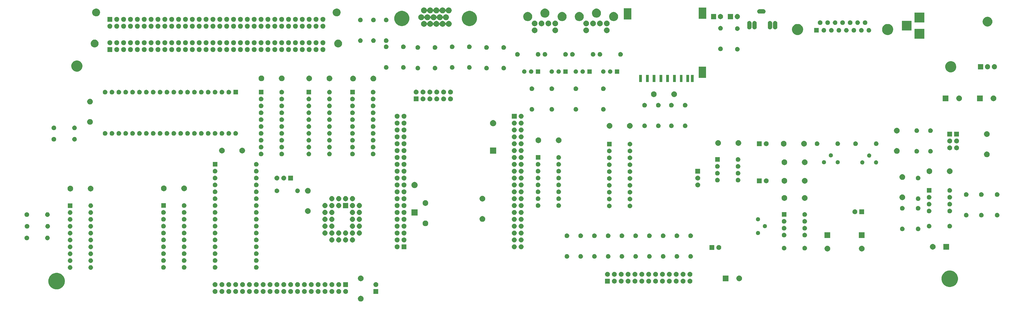
<source format=gbr>
G04 #@! TF.GenerationSoftware,KiCad,Pcbnew,(5.0.2-5)-5*
G04 #@! TF.CreationDate,2019-04-21T12:33:13+02:00*
G04 #@! TF.ProjectId,FPGAtom,46504741-746f-46d2-9e6b-696361645f70,rev?*
G04 #@! TF.SameCoordinates,Original*
G04 #@! TF.FileFunction,Soldermask,Top*
G04 #@! TF.FilePolarity,Negative*
%FSLAX46Y46*%
G04 Gerber Fmt 4.6, Leading zero omitted, Abs format (unit mm)*
G04 Created by KiCad (PCBNEW (5.0.2-5)-5) date Sunday, 21 April 2019 at 12:33:13*
%MOMM*%
%LPD*%
G01*
G04 APERTURE LIST*
%ADD10C,0.100000*%
G04 APERTURE END LIST*
D10*
G36*
X159564565Y-188353389D02*
X159755834Y-188432615D01*
X159927976Y-188547637D01*
X160074363Y-188694024D01*
X160189385Y-188866166D01*
X160268611Y-189057435D01*
X160309000Y-189260484D01*
X160309000Y-189467516D01*
X160268611Y-189670565D01*
X160189385Y-189861834D01*
X160074363Y-190033976D01*
X159927976Y-190180363D01*
X159755834Y-190295385D01*
X159564565Y-190374611D01*
X159361516Y-190415000D01*
X159154484Y-190415000D01*
X158951435Y-190374611D01*
X158760166Y-190295385D01*
X158588024Y-190180363D01*
X158441637Y-190033976D01*
X158326615Y-189861834D01*
X158247389Y-189670565D01*
X158207000Y-189467516D01*
X158207000Y-189260484D01*
X158247389Y-189057435D01*
X158326615Y-188866166D01*
X158441637Y-188694024D01*
X158588024Y-188547637D01*
X158760166Y-188432615D01*
X158951435Y-188353389D01*
X159154484Y-188313000D01*
X159361516Y-188313000D01*
X159564565Y-188353389D01*
X159564565Y-188353389D01*
G37*
G36*
X153780442Y-185795518D02*
X153846627Y-185802037D01*
X153959853Y-185836384D01*
X154016467Y-185853557D01*
X154155087Y-185927652D01*
X154172991Y-185937222D01*
X154208729Y-185966552D01*
X154310186Y-186049814D01*
X154393448Y-186151271D01*
X154422778Y-186187009D01*
X154422779Y-186187011D01*
X154506443Y-186343533D01*
X154506443Y-186343534D01*
X154557963Y-186513373D01*
X154575359Y-186690000D01*
X154557963Y-186866627D01*
X154523616Y-186979853D01*
X154506443Y-187036467D01*
X154432348Y-187175087D01*
X154422778Y-187192991D01*
X154393448Y-187228729D01*
X154310186Y-187330186D01*
X154208729Y-187413448D01*
X154172991Y-187442778D01*
X154172989Y-187442779D01*
X154016467Y-187526443D01*
X153959853Y-187543616D01*
X153846627Y-187577963D01*
X153780443Y-187584481D01*
X153714260Y-187591000D01*
X153625740Y-187591000D01*
X153559557Y-187584481D01*
X153493373Y-187577963D01*
X153380147Y-187543616D01*
X153323533Y-187526443D01*
X153167011Y-187442779D01*
X153167009Y-187442778D01*
X153131271Y-187413448D01*
X153029814Y-187330186D01*
X152946552Y-187228729D01*
X152917222Y-187192991D01*
X152907652Y-187175087D01*
X152833557Y-187036467D01*
X152816384Y-186979853D01*
X152782037Y-186866627D01*
X152764641Y-186690000D01*
X152782037Y-186513373D01*
X152833557Y-186343534D01*
X152833557Y-186343533D01*
X152917221Y-186187011D01*
X152917222Y-186187009D01*
X152946552Y-186151271D01*
X153029814Y-186049814D01*
X153131271Y-185966552D01*
X153167009Y-185937222D01*
X153184913Y-185927652D01*
X153323533Y-185853557D01*
X153380147Y-185836384D01*
X153493373Y-185802037D01*
X153559558Y-185795518D01*
X153625740Y-185789000D01*
X153714260Y-185789000D01*
X153780442Y-185795518D01*
X153780442Y-185795518D01*
G37*
G36*
X151240442Y-185795518D02*
X151306627Y-185802037D01*
X151419853Y-185836384D01*
X151476467Y-185853557D01*
X151615087Y-185927652D01*
X151632991Y-185937222D01*
X151668729Y-185966552D01*
X151770186Y-186049814D01*
X151853448Y-186151271D01*
X151882778Y-186187009D01*
X151882779Y-186187011D01*
X151966443Y-186343533D01*
X151966443Y-186343534D01*
X152017963Y-186513373D01*
X152035359Y-186690000D01*
X152017963Y-186866627D01*
X151983616Y-186979853D01*
X151966443Y-187036467D01*
X151892348Y-187175087D01*
X151882778Y-187192991D01*
X151853448Y-187228729D01*
X151770186Y-187330186D01*
X151668729Y-187413448D01*
X151632991Y-187442778D01*
X151632989Y-187442779D01*
X151476467Y-187526443D01*
X151419853Y-187543616D01*
X151306627Y-187577963D01*
X151240443Y-187584481D01*
X151174260Y-187591000D01*
X151085740Y-187591000D01*
X151019557Y-187584481D01*
X150953373Y-187577963D01*
X150840147Y-187543616D01*
X150783533Y-187526443D01*
X150627011Y-187442779D01*
X150627009Y-187442778D01*
X150591271Y-187413448D01*
X150489814Y-187330186D01*
X150406552Y-187228729D01*
X150377222Y-187192991D01*
X150367652Y-187175087D01*
X150293557Y-187036467D01*
X150276384Y-186979853D01*
X150242037Y-186866627D01*
X150224641Y-186690000D01*
X150242037Y-186513373D01*
X150293557Y-186343534D01*
X150293557Y-186343533D01*
X150377221Y-186187011D01*
X150377222Y-186187009D01*
X150406552Y-186151271D01*
X150489814Y-186049814D01*
X150591271Y-185966552D01*
X150627009Y-185937222D01*
X150644913Y-185927652D01*
X150783533Y-185853557D01*
X150840147Y-185836384D01*
X150953373Y-185802037D01*
X151019558Y-185795518D01*
X151085740Y-185789000D01*
X151174260Y-185789000D01*
X151240442Y-185795518D01*
X151240442Y-185795518D01*
G37*
G36*
X148700442Y-185795518D02*
X148766627Y-185802037D01*
X148879853Y-185836384D01*
X148936467Y-185853557D01*
X149075087Y-185927652D01*
X149092991Y-185937222D01*
X149128729Y-185966552D01*
X149230186Y-186049814D01*
X149313448Y-186151271D01*
X149342778Y-186187009D01*
X149342779Y-186187011D01*
X149426443Y-186343533D01*
X149426443Y-186343534D01*
X149477963Y-186513373D01*
X149495359Y-186690000D01*
X149477963Y-186866627D01*
X149443616Y-186979853D01*
X149426443Y-187036467D01*
X149352348Y-187175087D01*
X149342778Y-187192991D01*
X149313448Y-187228729D01*
X149230186Y-187330186D01*
X149128729Y-187413448D01*
X149092991Y-187442778D01*
X149092989Y-187442779D01*
X148936467Y-187526443D01*
X148879853Y-187543616D01*
X148766627Y-187577963D01*
X148700443Y-187584481D01*
X148634260Y-187591000D01*
X148545740Y-187591000D01*
X148479557Y-187584481D01*
X148413373Y-187577963D01*
X148300147Y-187543616D01*
X148243533Y-187526443D01*
X148087011Y-187442779D01*
X148087009Y-187442778D01*
X148051271Y-187413448D01*
X147949814Y-187330186D01*
X147866552Y-187228729D01*
X147837222Y-187192991D01*
X147827652Y-187175087D01*
X147753557Y-187036467D01*
X147736384Y-186979853D01*
X147702037Y-186866627D01*
X147684641Y-186690000D01*
X147702037Y-186513373D01*
X147753557Y-186343534D01*
X147753557Y-186343533D01*
X147837221Y-186187011D01*
X147837222Y-186187009D01*
X147866552Y-186151271D01*
X147949814Y-186049814D01*
X148051271Y-185966552D01*
X148087009Y-185937222D01*
X148104913Y-185927652D01*
X148243533Y-185853557D01*
X148300147Y-185836384D01*
X148413373Y-185802037D01*
X148479558Y-185795518D01*
X148545740Y-185789000D01*
X148634260Y-185789000D01*
X148700442Y-185795518D01*
X148700442Y-185795518D01*
G37*
G36*
X146160442Y-185795518D02*
X146226627Y-185802037D01*
X146339853Y-185836384D01*
X146396467Y-185853557D01*
X146535087Y-185927652D01*
X146552991Y-185937222D01*
X146588729Y-185966552D01*
X146690186Y-186049814D01*
X146773448Y-186151271D01*
X146802778Y-186187009D01*
X146802779Y-186187011D01*
X146886443Y-186343533D01*
X146886443Y-186343534D01*
X146937963Y-186513373D01*
X146955359Y-186690000D01*
X146937963Y-186866627D01*
X146903616Y-186979853D01*
X146886443Y-187036467D01*
X146812348Y-187175087D01*
X146802778Y-187192991D01*
X146773448Y-187228729D01*
X146690186Y-187330186D01*
X146588729Y-187413448D01*
X146552991Y-187442778D01*
X146552989Y-187442779D01*
X146396467Y-187526443D01*
X146339853Y-187543616D01*
X146226627Y-187577963D01*
X146160443Y-187584481D01*
X146094260Y-187591000D01*
X146005740Y-187591000D01*
X145939557Y-187584481D01*
X145873373Y-187577963D01*
X145760147Y-187543616D01*
X145703533Y-187526443D01*
X145547011Y-187442779D01*
X145547009Y-187442778D01*
X145511271Y-187413448D01*
X145409814Y-187330186D01*
X145326552Y-187228729D01*
X145297222Y-187192991D01*
X145287652Y-187175087D01*
X145213557Y-187036467D01*
X145196384Y-186979853D01*
X145162037Y-186866627D01*
X145144641Y-186690000D01*
X145162037Y-186513373D01*
X145213557Y-186343534D01*
X145213557Y-186343533D01*
X145297221Y-186187011D01*
X145297222Y-186187009D01*
X145326552Y-186151271D01*
X145409814Y-186049814D01*
X145511271Y-185966552D01*
X145547009Y-185937222D01*
X145564913Y-185927652D01*
X145703533Y-185853557D01*
X145760147Y-185836384D01*
X145873373Y-185802037D01*
X145939558Y-185795518D01*
X146005740Y-185789000D01*
X146094260Y-185789000D01*
X146160442Y-185795518D01*
X146160442Y-185795518D01*
G37*
G36*
X143620442Y-185795518D02*
X143686627Y-185802037D01*
X143799853Y-185836384D01*
X143856467Y-185853557D01*
X143995087Y-185927652D01*
X144012991Y-185937222D01*
X144048729Y-185966552D01*
X144150186Y-186049814D01*
X144233448Y-186151271D01*
X144262778Y-186187009D01*
X144262779Y-186187011D01*
X144346443Y-186343533D01*
X144346443Y-186343534D01*
X144397963Y-186513373D01*
X144415359Y-186690000D01*
X144397963Y-186866627D01*
X144363616Y-186979853D01*
X144346443Y-187036467D01*
X144272348Y-187175087D01*
X144262778Y-187192991D01*
X144233448Y-187228729D01*
X144150186Y-187330186D01*
X144048729Y-187413448D01*
X144012991Y-187442778D01*
X144012989Y-187442779D01*
X143856467Y-187526443D01*
X143799853Y-187543616D01*
X143686627Y-187577963D01*
X143620443Y-187584481D01*
X143554260Y-187591000D01*
X143465740Y-187591000D01*
X143399557Y-187584481D01*
X143333373Y-187577963D01*
X143220147Y-187543616D01*
X143163533Y-187526443D01*
X143007011Y-187442779D01*
X143007009Y-187442778D01*
X142971271Y-187413448D01*
X142869814Y-187330186D01*
X142786552Y-187228729D01*
X142757222Y-187192991D01*
X142747652Y-187175087D01*
X142673557Y-187036467D01*
X142656384Y-186979853D01*
X142622037Y-186866627D01*
X142604641Y-186690000D01*
X142622037Y-186513373D01*
X142673557Y-186343534D01*
X142673557Y-186343533D01*
X142757221Y-186187011D01*
X142757222Y-186187009D01*
X142786552Y-186151271D01*
X142869814Y-186049814D01*
X142971271Y-185966552D01*
X143007009Y-185937222D01*
X143024913Y-185927652D01*
X143163533Y-185853557D01*
X143220147Y-185836384D01*
X143333373Y-185802037D01*
X143399558Y-185795518D01*
X143465740Y-185789000D01*
X143554260Y-185789000D01*
X143620442Y-185795518D01*
X143620442Y-185795518D01*
G37*
G36*
X141080442Y-185795518D02*
X141146627Y-185802037D01*
X141259853Y-185836384D01*
X141316467Y-185853557D01*
X141455087Y-185927652D01*
X141472991Y-185937222D01*
X141508729Y-185966552D01*
X141610186Y-186049814D01*
X141693448Y-186151271D01*
X141722778Y-186187009D01*
X141722779Y-186187011D01*
X141806443Y-186343533D01*
X141806443Y-186343534D01*
X141857963Y-186513373D01*
X141875359Y-186690000D01*
X141857963Y-186866627D01*
X141823616Y-186979853D01*
X141806443Y-187036467D01*
X141732348Y-187175087D01*
X141722778Y-187192991D01*
X141693448Y-187228729D01*
X141610186Y-187330186D01*
X141508729Y-187413448D01*
X141472991Y-187442778D01*
X141472989Y-187442779D01*
X141316467Y-187526443D01*
X141259853Y-187543616D01*
X141146627Y-187577963D01*
X141080443Y-187584481D01*
X141014260Y-187591000D01*
X140925740Y-187591000D01*
X140859557Y-187584481D01*
X140793373Y-187577963D01*
X140680147Y-187543616D01*
X140623533Y-187526443D01*
X140467011Y-187442779D01*
X140467009Y-187442778D01*
X140431271Y-187413448D01*
X140329814Y-187330186D01*
X140246552Y-187228729D01*
X140217222Y-187192991D01*
X140207652Y-187175087D01*
X140133557Y-187036467D01*
X140116384Y-186979853D01*
X140082037Y-186866627D01*
X140064641Y-186690000D01*
X140082037Y-186513373D01*
X140133557Y-186343534D01*
X140133557Y-186343533D01*
X140217221Y-186187011D01*
X140217222Y-186187009D01*
X140246552Y-186151271D01*
X140329814Y-186049814D01*
X140431271Y-185966552D01*
X140467009Y-185937222D01*
X140484913Y-185927652D01*
X140623533Y-185853557D01*
X140680147Y-185836384D01*
X140793373Y-185802037D01*
X140859558Y-185795518D01*
X140925740Y-185789000D01*
X141014260Y-185789000D01*
X141080442Y-185795518D01*
X141080442Y-185795518D01*
G37*
G36*
X138540442Y-185795518D02*
X138606627Y-185802037D01*
X138719853Y-185836384D01*
X138776467Y-185853557D01*
X138915087Y-185927652D01*
X138932991Y-185937222D01*
X138968729Y-185966552D01*
X139070186Y-186049814D01*
X139153448Y-186151271D01*
X139182778Y-186187009D01*
X139182779Y-186187011D01*
X139266443Y-186343533D01*
X139266443Y-186343534D01*
X139317963Y-186513373D01*
X139335359Y-186690000D01*
X139317963Y-186866627D01*
X139283616Y-186979853D01*
X139266443Y-187036467D01*
X139192348Y-187175087D01*
X139182778Y-187192991D01*
X139153448Y-187228729D01*
X139070186Y-187330186D01*
X138968729Y-187413448D01*
X138932991Y-187442778D01*
X138932989Y-187442779D01*
X138776467Y-187526443D01*
X138719853Y-187543616D01*
X138606627Y-187577963D01*
X138540443Y-187584481D01*
X138474260Y-187591000D01*
X138385740Y-187591000D01*
X138319557Y-187584481D01*
X138253373Y-187577963D01*
X138140147Y-187543616D01*
X138083533Y-187526443D01*
X137927011Y-187442779D01*
X137927009Y-187442778D01*
X137891271Y-187413448D01*
X137789814Y-187330186D01*
X137706552Y-187228729D01*
X137677222Y-187192991D01*
X137667652Y-187175087D01*
X137593557Y-187036467D01*
X137576384Y-186979853D01*
X137542037Y-186866627D01*
X137524641Y-186690000D01*
X137542037Y-186513373D01*
X137593557Y-186343534D01*
X137593557Y-186343533D01*
X137677221Y-186187011D01*
X137677222Y-186187009D01*
X137706552Y-186151271D01*
X137789814Y-186049814D01*
X137891271Y-185966552D01*
X137927009Y-185937222D01*
X137944913Y-185927652D01*
X138083533Y-185853557D01*
X138140147Y-185836384D01*
X138253373Y-185802037D01*
X138319558Y-185795518D01*
X138385740Y-185789000D01*
X138474260Y-185789000D01*
X138540442Y-185795518D01*
X138540442Y-185795518D01*
G37*
G36*
X136000442Y-185795518D02*
X136066627Y-185802037D01*
X136179853Y-185836384D01*
X136236467Y-185853557D01*
X136375087Y-185927652D01*
X136392991Y-185937222D01*
X136428729Y-185966552D01*
X136530186Y-186049814D01*
X136613448Y-186151271D01*
X136642778Y-186187009D01*
X136642779Y-186187011D01*
X136726443Y-186343533D01*
X136726443Y-186343534D01*
X136777963Y-186513373D01*
X136795359Y-186690000D01*
X136777963Y-186866627D01*
X136743616Y-186979853D01*
X136726443Y-187036467D01*
X136652348Y-187175087D01*
X136642778Y-187192991D01*
X136613448Y-187228729D01*
X136530186Y-187330186D01*
X136428729Y-187413448D01*
X136392991Y-187442778D01*
X136392989Y-187442779D01*
X136236467Y-187526443D01*
X136179853Y-187543616D01*
X136066627Y-187577963D01*
X136000443Y-187584481D01*
X135934260Y-187591000D01*
X135845740Y-187591000D01*
X135779557Y-187584481D01*
X135713373Y-187577963D01*
X135600147Y-187543616D01*
X135543533Y-187526443D01*
X135387011Y-187442779D01*
X135387009Y-187442778D01*
X135351271Y-187413448D01*
X135249814Y-187330186D01*
X135166552Y-187228729D01*
X135137222Y-187192991D01*
X135127652Y-187175087D01*
X135053557Y-187036467D01*
X135036384Y-186979853D01*
X135002037Y-186866627D01*
X134984641Y-186690000D01*
X135002037Y-186513373D01*
X135053557Y-186343534D01*
X135053557Y-186343533D01*
X135137221Y-186187011D01*
X135137222Y-186187009D01*
X135166552Y-186151271D01*
X135249814Y-186049814D01*
X135351271Y-185966552D01*
X135387009Y-185937222D01*
X135404913Y-185927652D01*
X135543533Y-185853557D01*
X135600147Y-185836384D01*
X135713373Y-185802037D01*
X135779558Y-185795518D01*
X135845740Y-185789000D01*
X135934260Y-185789000D01*
X136000442Y-185795518D01*
X136000442Y-185795518D01*
G37*
G36*
X133460442Y-185795518D02*
X133526627Y-185802037D01*
X133639853Y-185836384D01*
X133696467Y-185853557D01*
X133835087Y-185927652D01*
X133852991Y-185937222D01*
X133888729Y-185966552D01*
X133990186Y-186049814D01*
X134073448Y-186151271D01*
X134102778Y-186187009D01*
X134102779Y-186187011D01*
X134186443Y-186343533D01*
X134186443Y-186343534D01*
X134237963Y-186513373D01*
X134255359Y-186690000D01*
X134237963Y-186866627D01*
X134203616Y-186979853D01*
X134186443Y-187036467D01*
X134112348Y-187175087D01*
X134102778Y-187192991D01*
X134073448Y-187228729D01*
X133990186Y-187330186D01*
X133888729Y-187413448D01*
X133852991Y-187442778D01*
X133852989Y-187442779D01*
X133696467Y-187526443D01*
X133639853Y-187543616D01*
X133526627Y-187577963D01*
X133460443Y-187584481D01*
X133394260Y-187591000D01*
X133305740Y-187591000D01*
X133239557Y-187584481D01*
X133173373Y-187577963D01*
X133060147Y-187543616D01*
X133003533Y-187526443D01*
X132847011Y-187442779D01*
X132847009Y-187442778D01*
X132811271Y-187413448D01*
X132709814Y-187330186D01*
X132626552Y-187228729D01*
X132597222Y-187192991D01*
X132587652Y-187175087D01*
X132513557Y-187036467D01*
X132496384Y-186979853D01*
X132462037Y-186866627D01*
X132444641Y-186690000D01*
X132462037Y-186513373D01*
X132513557Y-186343534D01*
X132513557Y-186343533D01*
X132597221Y-186187011D01*
X132597222Y-186187009D01*
X132626552Y-186151271D01*
X132709814Y-186049814D01*
X132811271Y-185966552D01*
X132847009Y-185937222D01*
X132864913Y-185927652D01*
X133003533Y-185853557D01*
X133060147Y-185836384D01*
X133173373Y-185802037D01*
X133239558Y-185795518D01*
X133305740Y-185789000D01*
X133394260Y-185789000D01*
X133460442Y-185795518D01*
X133460442Y-185795518D01*
G37*
G36*
X130920442Y-185795518D02*
X130986627Y-185802037D01*
X131099853Y-185836384D01*
X131156467Y-185853557D01*
X131295087Y-185927652D01*
X131312991Y-185937222D01*
X131348729Y-185966552D01*
X131450186Y-186049814D01*
X131533448Y-186151271D01*
X131562778Y-186187009D01*
X131562779Y-186187011D01*
X131646443Y-186343533D01*
X131646443Y-186343534D01*
X131697963Y-186513373D01*
X131715359Y-186690000D01*
X131697963Y-186866627D01*
X131663616Y-186979853D01*
X131646443Y-187036467D01*
X131572348Y-187175087D01*
X131562778Y-187192991D01*
X131533448Y-187228729D01*
X131450186Y-187330186D01*
X131348729Y-187413448D01*
X131312991Y-187442778D01*
X131312989Y-187442779D01*
X131156467Y-187526443D01*
X131099853Y-187543616D01*
X130986627Y-187577963D01*
X130920443Y-187584481D01*
X130854260Y-187591000D01*
X130765740Y-187591000D01*
X130699557Y-187584481D01*
X130633373Y-187577963D01*
X130520147Y-187543616D01*
X130463533Y-187526443D01*
X130307011Y-187442779D01*
X130307009Y-187442778D01*
X130271271Y-187413448D01*
X130169814Y-187330186D01*
X130086552Y-187228729D01*
X130057222Y-187192991D01*
X130047652Y-187175087D01*
X129973557Y-187036467D01*
X129956384Y-186979853D01*
X129922037Y-186866627D01*
X129904641Y-186690000D01*
X129922037Y-186513373D01*
X129973557Y-186343534D01*
X129973557Y-186343533D01*
X130057221Y-186187011D01*
X130057222Y-186187009D01*
X130086552Y-186151271D01*
X130169814Y-186049814D01*
X130271271Y-185966552D01*
X130307009Y-185937222D01*
X130324913Y-185927652D01*
X130463533Y-185853557D01*
X130520147Y-185836384D01*
X130633373Y-185802037D01*
X130699558Y-185795518D01*
X130765740Y-185789000D01*
X130854260Y-185789000D01*
X130920442Y-185795518D01*
X130920442Y-185795518D01*
G37*
G36*
X128380442Y-185795518D02*
X128446627Y-185802037D01*
X128559853Y-185836384D01*
X128616467Y-185853557D01*
X128755087Y-185927652D01*
X128772991Y-185937222D01*
X128808729Y-185966552D01*
X128910186Y-186049814D01*
X128993448Y-186151271D01*
X129022778Y-186187009D01*
X129022779Y-186187011D01*
X129106443Y-186343533D01*
X129106443Y-186343534D01*
X129157963Y-186513373D01*
X129175359Y-186690000D01*
X129157963Y-186866627D01*
X129123616Y-186979853D01*
X129106443Y-187036467D01*
X129032348Y-187175087D01*
X129022778Y-187192991D01*
X128993448Y-187228729D01*
X128910186Y-187330186D01*
X128808729Y-187413448D01*
X128772991Y-187442778D01*
X128772989Y-187442779D01*
X128616467Y-187526443D01*
X128559853Y-187543616D01*
X128446627Y-187577963D01*
X128380443Y-187584481D01*
X128314260Y-187591000D01*
X128225740Y-187591000D01*
X128159557Y-187584481D01*
X128093373Y-187577963D01*
X127980147Y-187543616D01*
X127923533Y-187526443D01*
X127767011Y-187442779D01*
X127767009Y-187442778D01*
X127731271Y-187413448D01*
X127629814Y-187330186D01*
X127546552Y-187228729D01*
X127517222Y-187192991D01*
X127507652Y-187175087D01*
X127433557Y-187036467D01*
X127416384Y-186979853D01*
X127382037Y-186866627D01*
X127364641Y-186690000D01*
X127382037Y-186513373D01*
X127433557Y-186343534D01*
X127433557Y-186343533D01*
X127517221Y-186187011D01*
X127517222Y-186187009D01*
X127546552Y-186151271D01*
X127629814Y-186049814D01*
X127731271Y-185966552D01*
X127767009Y-185937222D01*
X127784913Y-185927652D01*
X127923533Y-185853557D01*
X127980147Y-185836384D01*
X128093373Y-185802037D01*
X128159558Y-185795518D01*
X128225740Y-185789000D01*
X128314260Y-185789000D01*
X128380442Y-185795518D01*
X128380442Y-185795518D01*
G37*
G36*
X125840442Y-185795518D02*
X125906627Y-185802037D01*
X126019853Y-185836384D01*
X126076467Y-185853557D01*
X126215087Y-185927652D01*
X126232991Y-185937222D01*
X126268729Y-185966552D01*
X126370186Y-186049814D01*
X126453448Y-186151271D01*
X126482778Y-186187009D01*
X126482779Y-186187011D01*
X126566443Y-186343533D01*
X126566443Y-186343534D01*
X126617963Y-186513373D01*
X126635359Y-186690000D01*
X126617963Y-186866627D01*
X126583616Y-186979853D01*
X126566443Y-187036467D01*
X126492348Y-187175087D01*
X126482778Y-187192991D01*
X126453448Y-187228729D01*
X126370186Y-187330186D01*
X126268729Y-187413448D01*
X126232991Y-187442778D01*
X126232989Y-187442779D01*
X126076467Y-187526443D01*
X126019853Y-187543616D01*
X125906627Y-187577963D01*
X125840443Y-187584481D01*
X125774260Y-187591000D01*
X125685740Y-187591000D01*
X125619557Y-187584481D01*
X125553373Y-187577963D01*
X125440147Y-187543616D01*
X125383533Y-187526443D01*
X125227011Y-187442779D01*
X125227009Y-187442778D01*
X125191271Y-187413448D01*
X125089814Y-187330186D01*
X125006552Y-187228729D01*
X124977222Y-187192991D01*
X124967652Y-187175087D01*
X124893557Y-187036467D01*
X124876384Y-186979853D01*
X124842037Y-186866627D01*
X124824641Y-186690000D01*
X124842037Y-186513373D01*
X124893557Y-186343534D01*
X124893557Y-186343533D01*
X124977221Y-186187011D01*
X124977222Y-186187009D01*
X125006552Y-186151271D01*
X125089814Y-186049814D01*
X125191271Y-185966552D01*
X125227009Y-185937222D01*
X125244913Y-185927652D01*
X125383533Y-185853557D01*
X125440147Y-185836384D01*
X125553373Y-185802037D01*
X125619558Y-185795518D01*
X125685740Y-185789000D01*
X125774260Y-185789000D01*
X125840442Y-185795518D01*
X125840442Y-185795518D01*
G37*
G36*
X123300442Y-185795518D02*
X123366627Y-185802037D01*
X123479853Y-185836384D01*
X123536467Y-185853557D01*
X123675087Y-185927652D01*
X123692991Y-185937222D01*
X123728729Y-185966552D01*
X123830186Y-186049814D01*
X123913448Y-186151271D01*
X123942778Y-186187009D01*
X123942779Y-186187011D01*
X124026443Y-186343533D01*
X124026443Y-186343534D01*
X124077963Y-186513373D01*
X124095359Y-186690000D01*
X124077963Y-186866627D01*
X124043616Y-186979853D01*
X124026443Y-187036467D01*
X123952348Y-187175087D01*
X123942778Y-187192991D01*
X123913448Y-187228729D01*
X123830186Y-187330186D01*
X123728729Y-187413448D01*
X123692991Y-187442778D01*
X123692989Y-187442779D01*
X123536467Y-187526443D01*
X123479853Y-187543616D01*
X123366627Y-187577963D01*
X123300443Y-187584481D01*
X123234260Y-187591000D01*
X123145740Y-187591000D01*
X123079557Y-187584481D01*
X123013373Y-187577963D01*
X122900147Y-187543616D01*
X122843533Y-187526443D01*
X122687011Y-187442779D01*
X122687009Y-187442778D01*
X122651271Y-187413448D01*
X122549814Y-187330186D01*
X122466552Y-187228729D01*
X122437222Y-187192991D01*
X122427652Y-187175087D01*
X122353557Y-187036467D01*
X122336384Y-186979853D01*
X122302037Y-186866627D01*
X122284641Y-186690000D01*
X122302037Y-186513373D01*
X122353557Y-186343534D01*
X122353557Y-186343533D01*
X122437221Y-186187011D01*
X122437222Y-186187009D01*
X122466552Y-186151271D01*
X122549814Y-186049814D01*
X122651271Y-185966552D01*
X122687009Y-185937222D01*
X122704913Y-185927652D01*
X122843533Y-185853557D01*
X122900147Y-185836384D01*
X123013373Y-185802037D01*
X123079558Y-185795518D01*
X123145740Y-185789000D01*
X123234260Y-185789000D01*
X123300442Y-185795518D01*
X123300442Y-185795518D01*
G37*
G36*
X120760442Y-185795518D02*
X120826627Y-185802037D01*
X120939853Y-185836384D01*
X120996467Y-185853557D01*
X121135087Y-185927652D01*
X121152991Y-185937222D01*
X121188729Y-185966552D01*
X121290186Y-186049814D01*
X121373448Y-186151271D01*
X121402778Y-186187009D01*
X121402779Y-186187011D01*
X121486443Y-186343533D01*
X121486443Y-186343534D01*
X121537963Y-186513373D01*
X121555359Y-186690000D01*
X121537963Y-186866627D01*
X121503616Y-186979853D01*
X121486443Y-187036467D01*
X121412348Y-187175087D01*
X121402778Y-187192991D01*
X121373448Y-187228729D01*
X121290186Y-187330186D01*
X121188729Y-187413448D01*
X121152991Y-187442778D01*
X121152989Y-187442779D01*
X120996467Y-187526443D01*
X120939853Y-187543616D01*
X120826627Y-187577963D01*
X120760443Y-187584481D01*
X120694260Y-187591000D01*
X120605740Y-187591000D01*
X120539557Y-187584481D01*
X120473373Y-187577963D01*
X120360147Y-187543616D01*
X120303533Y-187526443D01*
X120147011Y-187442779D01*
X120147009Y-187442778D01*
X120111271Y-187413448D01*
X120009814Y-187330186D01*
X119926552Y-187228729D01*
X119897222Y-187192991D01*
X119887652Y-187175087D01*
X119813557Y-187036467D01*
X119796384Y-186979853D01*
X119762037Y-186866627D01*
X119744641Y-186690000D01*
X119762037Y-186513373D01*
X119813557Y-186343534D01*
X119813557Y-186343533D01*
X119897221Y-186187011D01*
X119897222Y-186187009D01*
X119926552Y-186151271D01*
X120009814Y-186049814D01*
X120111271Y-185966552D01*
X120147009Y-185937222D01*
X120164913Y-185927652D01*
X120303533Y-185853557D01*
X120360147Y-185836384D01*
X120473373Y-185802037D01*
X120539558Y-185795518D01*
X120605740Y-185789000D01*
X120694260Y-185789000D01*
X120760442Y-185795518D01*
X120760442Y-185795518D01*
G37*
G36*
X118220442Y-185795518D02*
X118286627Y-185802037D01*
X118399853Y-185836384D01*
X118456467Y-185853557D01*
X118595087Y-185927652D01*
X118612991Y-185937222D01*
X118648729Y-185966552D01*
X118750186Y-186049814D01*
X118833448Y-186151271D01*
X118862778Y-186187009D01*
X118862779Y-186187011D01*
X118946443Y-186343533D01*
X118946443Y-186343534D01*
X118997963Y-186513373D01*
X119015359Y-186690000D01*
X118997963Y-186866627D01*
X118963616Y-186979853D01*
X118946443Y-187036467D01*
X118872348Y-187175087D01*
X118862778Y-187192991D01*
X118833448Y-187228729D01*
X118750186Y-187330186D01*
X118648729Y-187413448D01*
X118612991Y-187442778D01*
X118612989Y-187442779D01*
X118456467Y-187526443D01*
X118399853Y-187543616D01*
X118286627Y-187577963D01*
X118220443Y-187584481D01*
X118154260Y-187591000D01*
X118065740Y-187591000D01*
X117999557Y-187584481D01*
X117933373Y-187577963D01*
X117820147Y-187543616D01*
X117763533Y-187526443D01*
X117607011Y-187442779D01*
X117607009Y-187442778D01*
X117571271Y-187413448D01*
X117469814Y-187330186D01*
X117386552Y-187228729D01*
X117357222Y-187192991D01*
X117347652Y-187175087D01*
X117273557Y-187036467D01*
X117256384Y-186979853D01*
X117222037Y-186866627D01*
X117204641Y-186690000D01*
X117222037Y-186513373D01*
X117273557Y-186343534D01*
X117273557Y-186343533D01*
X117357221Y-186187011D01*
X117357222Y-186187009D01*
X117386552Y-186151271D01*
X117469814Y-186049814D01*
X117571271Y-185966552D01*
X117607009Y-185937222D01*
X117624913Y-185927652D01*
X117763533Y-185853557D01*
X117820147Y-185836384D01*
X117933373Y-185802037D01*
X117999558Y-185795518D01*
X118065740Y-185789000D01*
X118154260Y-185789000D01*
X118220442Y-185795518D01*
X118220442Y-185795518D01*
G37*
G36*
X115680442Y-185795518D02*
X115746627Y-185802037D01*
X115859853Y-185836384D01*
X115916467Y-185853557D01*
X116055087Y-185927652D01*
X116072991Y-185937222D01*
X116108729Y-185966552D01*
X116210186Y-186049814D01*
X116293448Y-186151271D01*
X116322778Y-186187009D01*
X116322779Y-186187011D01*
X116406443Y-186343533D01*
X116406443Y-186343534D01*
X116457963Y-186513373D01*
X116475359Y-186690000D01*
X116457963Y-186866627D01*
X116423616Y-186979853D01*
X116406443Y-187036467D01*
X116332348Y-187175087D01*
X116322778Y-187192991D01*
X116293448Y-187228729D01*
X116210186Y-187330186D01*
X116108729Y-187413448D01*
X116072991Y-187442778D01*
X116072989Y-187442779D01*
X115916467Y-187526443D01*
X115859853Y-187543616D01*
X115746627Y-187577963D01*
X115680443Y-187584481D01*
X115614260Y-187591000D01*
X115525740Y-187591000D01*
X115459557Y-187584481D01*
X115393373Y-187577963D01*
X115280147Y-187543616D01*
X115223533Y-187526443D01*
X115067011Y-187442779D01*
X115067009Y-187442778D01*
X115031271Y-187413448D01*
X114929814Y-187330186D01*
X114846552Y-187228729D01*
X114817222Y-187192991D01*
X114807652Y-187175087D01*
X114733557Y-187036467D01*
X114716384Y-186979853D01*
X114682037Y-186866627D01*
X114664641Y-186690000D01*
X114682037Y-186513373D01*
X114733557Y-186343534D01*
X114733557Y-186343533D01*
X114817221Y-186187011D01*
X114817222Y-186187009D01*
X114846552Y-186151271D01*
X114929814Y-186049814D01*
X115031271Y-185966552D01*
X115067009Y-185937222D01*
X115084913Y-185927652D01*
X115223533Y-185853557D01*
X115280147Y-185836384D01*
X115393373Y-185802037D01*
X115459558Y-185795518D01*
X115525740Y-185789000D01*
X115614260Y-185789000D01*
X115680442Y-185795518D01*
X115680442Y-185795518D01*
G37*
G36*
X113140442Y-185795518D02*
X113206627Y-185802037D01*
X113319853Y-185836384D01*
X113376467Y-185853557D01*
X113515087Y-185927652D01*
X113532991Y-185937222D01*
X113568729Y-185966552D01*
X113670186Y-186049814D01*
X113753448Y-186151271D01*
X113782778Y-186187009D01*
X113782779Y-186187011D01*
X113866443Y-186343533D01*
X113866443Y-186343534D01*
X113917963Y-186513373D01*
X113935359Y-186690000D01*
X113917963Y-186866627D01*
X113883616Y-186979853D01*
X113866443Y-187036467D01*
X113792348Y-187175087D01*
X113782778Y-187192991D01*
X113753448Y-187228729D01*
X113670186Y-187330186D01*
X113568729Y-187413448D01*
X113532991Y-187442778D01*
X113532989Y-187442779D01*
X113376467Y-187526443D01*
X113319853Y-187543616D01*
X113206627Y-187577963D01*
X113140443Y-187584481D01*
X113074260Y-187591000D01*
X112985740Y-187591000D01*
X112919557Y-187584481D01*
X112853373Y-187577963D01*
X112740147Y-187543616D01*
X112683533Y-187526443D01*
X112527011Y-187442779D01*
X112527009Y-187442778D01*
X112491271Y-187413448D01*
X112389814Y-187330186D01*
X112306552Y-187228729D01*
X112277222Y-187192991D01*
X112267652Y-187175087D01*
X112193557Y-187036467D01*
X112176384Y-186979853D01*
X112142037Y-186866627D01*
X112124641Y-186690000D01*
X112142037Y-186513373D01*
X112193557Y-186343534D01*
X112193557Y-186343533D01*
X112277221Y-186187011D01*
X112277222Y-186187009D01*
X112306552Y-186151271D01*
X112389814Y-186049814D01*
X112491271Y-185966552D01*
X112527009Y-185937222D01*
X112544913Y-185927652D01*
X112683533Y-185853557D01*
X112740147Y-185836384D01*
X112853373Y-185802037D01*
X112919558Y-185795518D01*
X112985740Y-185789000D01*
X113074260Y-185789000D01*
X113140442Y-185795518D01*
X113140442Y-185795518D01*
G37*
G36*
X110600442Y-185795518D02*
X110666627Y-185802037D01*
X110779853Y-185836384D01*
X110836467Y-185853557D01*
X110975087Y-185927652D01*
X110992991Y-185937222D01*
X111028729Y-185966552D01*
X111130186Y-186049814D01*
X111213448Y-186151271D01*
X111242778Y-186187009D01*
X111242779Y-186187011D01*
X111326443Y-186343533D01*
X111326443Y-186343534D01*
X111377963Y-186513373D01*
X111395359Y-186690000D01*
X111377963Y-186866627D01*
X111343616Y-186979853D01*
X111326443Y-187036467D01*
X111252348Y-187175087D01*
X111242778Y-187192991D01*
X111213448Y-187228729D01*
X111130186Y-187330186D01*
X111028729Y-187413448D01*
X110992991Y-187442778D01*
X110992989Y-187442779D01*
X110836467Y-187526443D01*
X110779853Y-187543616D01*
X110666627Y-187577963D01*
X110600443Y-187584481D01*
X110534260Y-187591000D01*
X110445740Y-187591000D01*
X110379557Y-187584481D01*
X110313373Y-187577963D01*
X110200147Y-187543616D01*
X110143533Y-187526443D01*
X109987011Y-187442779D01*
X109987009Y-187442778D01*
X109951271Y-187413448D01*
X109849814Y-187330186D01*
X109766552Y-187228729D01*
X109737222Y-187192991D01*
X109727652Y-187175087D01*
X109653557Y-187036467D01*
X109636384Y-186979853D01*
X109602037Y-186866627D01*
X109584641Y-186690000D01*
X109602037Y-186513373D01*
X109653557Y-186343534D01*
X109653557Y-186343533D01*
X109737221Y-186187011D01*
X109737222Y-186187009D01*
X109766552Y-186151271D01*
X109849814Y-186049814D01*
X109951271Y-185966552D01*
X109987009Y-185937222D01*
X110004913Y-185927652D01*
X110143533Y-185853557D01*
X110200147Y-185836384D01*
X110313373Y-185802037D01*
X110379558Y-185795518D01*
X110445740Y-185789000D01*
X110534260Y-185789000D01*
X110600442Y-185795518D01*
X110600442Y-185795518D01*
G37*
G36*
X108060442Y-185795518D02*
X108126627Y-185802037D01*
X108239853Y-185836384D01*
X108296467Y-185853557D01*
X108435087Y-185927652D01*
X108452991Y-185937222D01*
X108488729Y-185966552D01*
X108590186Y-186049814D01*
X108673448Y-186151271D01*
X108702778Y-186187009D01*
X108702779Y-186187011D01*
X108786443Y-186343533D01*
X108786443Y-186343534D01*
X108837963Y-186513373D01*
X108855359Y-186690000D01*
X108837963Y-186866627D01*
X108803616Y-186979853D01*
X108786443Y-187036467D01*
X108712348Y-187175087D01*
X108702778Y-187192991D01*
X108673448Y-187228729D01*
X108590186Y-187330186D01*
X108488729Y-187413448D01*
X108452991Y-187442778D01*
X108452989Y-187442779D01*
X108296467Y-187526443D01*
X108239853Y-187543616D01*
X108126627Y-187577963D01*
X108060443Y-187584481D01*
X107994260Y-187591000D01*
X107905740Y-187591000D01*
X107839557Y-187584481D01*
X107773373Y-187577963D01*
X107660147Y-187543616D01*
X107603533Y-187526443D01*
X107447011Y-187442779D01*
X107447009Y-187442778D01*
X107411271Y-187413448D01*
X107309814Y-187330186D01*
X107226552Y-187228729D01*
X107197222Y-187192991D01*
X107187652Y-187175087D01*
X107113557Y-187036467D01*
X107096384Y-186979853D01*
X107062037Y-186866627D01*
X107044641Y-186690000D01*
X107062037Y-186513373D01*
X107113557Y-186343534D01*
X107113557Y-186343533D01*
X107197221Y-186187011D01*
X107197222Y-186187009D01*
X107226552Y-186151271D01*
X107309814Y-186049814D01*
X107411271Y-185966552D01*
X107447009Y-185937222D01*
X107464913Y-185927652D01*
X107603533Y-185853557D01*
X107660147Y-185836384D01*
X107773373Y-185802037D01*
X107839558Y-185795518D01*
X107905740Y-185789000D01*
X107994260Y-185789000D01*
X108060442Y-185795518D01*
X108060442Y-185795518D01*
G37*
G36*
X105520442Y-185795518D02*
X105586627Y-185802037D01*
X105699853Y-185836384D01*
X105756467Y-185853557D01*
X105895087Y-185927652D01*
X105912991Y-185937222D01*
X105948729Y-185966552D01*
X106050186Y-186049814D01*
X106133448Y-186151271D01*
X106162778Y-186187009D01*
X106162779Y-186187011D01*
X106246443Y-186343533D01*
X106246443Y-186343534D01*
X106297963Y-186513373D01*
X106315359Y-186690000D01*
X106297963Y-186866627D01*
X106263616Y-186979853D01*
X106246443Y-187036467D01*
X106172348Y-187175087D01*
X106162778Y-187192991D01*
X106133448Y-187228729D01*
X106050186Y-187330186D01*
X105948729Y-187413448D01*
X105912991Y-187442778D01*
X105912989Y-187442779D01*
X105756467Y-187526443D01*
X105699853Y-187543616D01*
X105586627Y-187577963D01*
X105520443Y-187584481D01*
X105454260Y-187591000D01*
X105365740Y-187591000D01*
X105299557Y-187584481D01*
X105233373Y-187577963D01*
X105120147Y-187543616D01*
X105063533Y-187526443D01*
X104907011Y-187442779D01*
X104907009Y-187442778D01*
X104871271Y-187413448D01*
X104769814Y-187330186D01*
X104686552Y-187228729D01*
X104657222Y-187192991D01*
X104647652Y-187175087D01*
X104573557Y-187036467D01*
X104556384Y-186979853D01*
X104522037Y-186866627D01*
X104504641Y-186690000D01*
X104522037Y-186513373D01*
X104573557Y-186343534D01*
X104573557Y-186343533D01*
X104657221Y-186187011D01*
X104657222Y-186187009D01*
X104686552Y-186151271D01*
X104769814Y-186049814D01*
X104871271Y-185966552D01*
X104907009Y-185937222D01*
X104924913Y-185927652D01*
X105063533Y-185853557D01*
X105120147Y-185836384D01*
X105233373Y-185802037D01*
X105299558Y-185795518D01*
X105365740Y-185789000D01*
X105454260Y-185789000D01*
X105520442Y-185795518D01*
X105520442Y-185795518D01*
G37*
G36*
X165747000Y-187591000D02*
X163945000Y-187591000D01*
X163945000Y-185789000D01*
X165747000Y-185789000D01*
X165747000Y-187591000D01*
X165747000Y-187591000D01*
G37*
G36*
X47752941Y-179946248D02*
X47752943Y-179946249D01*
X47752944Y-179946249D01*
X48308190Y-180176239D01*
X48801162Y-180505633D01*
X48807902Y-180510136D01*
X49232864Y-180935098D01*
X49232866Y-180935101D01*
X49566761Y-181434810D01*
X49792171Y-181979000D01*
X49796752Y-181990059D01*
X49914000Y-182579501D01*
X49914000Y-183180499D01*
X49821205Y-183647009D01*
X49796751Y-183769944D01*
X49566761Y-184325190D01*
X49542924Y-184360864D01*
X49232864Y-184824902D01*
X48807902Y-185249864D01*
X48807899Y-185249866D01*
X48308190Y-185583761D01*
X47752944Y-185813751D01*
X47752943Y-185813751D01*
X47752941Y-185813752D01*
X47163499Y-185931000D01*
X46562501Y-185931000D01*
X45973059Y-185813752D01*
X45973057Y-185813751D01*
X45973056Y-185813751D01*
X45417810Y-185583761D01*
X44918101Y-185249866D01*
X44918098Y-185249864D01*
X44493136Y-184824902D01*
X44183076Y-184360864D01*
X44159239Y-184325190D01*
X43929249Y-183769944D01*
X43904796Y-183647009D01*
X43812000Y-183180499D01*
X43812000Y-182579501D01*
X43929248Y-181990059D01*
X43933829Y-181979000D01*
X44159239Y-181434810D01*
X44493134Y-180935101D01*
X44493136Y-180935098D01*
X44918098Y-180510136D01*
X44924838Y-180505633D01*
X45417810Y-180176239D01*
X45973056Y-179946249D01*
X45973057Y-179946249D01*
X45973059Y-179946248D01*
X46562501Y-179829000D01*
X47163499Y-179829000D01*
X47752941Y-179946248D01*
X47752941Y-179946248D01*
G37*
G36*
X110600443Y-183255519D02*
X110666627Y-183262037D01*
X110779853Y-183296384D01*
X110836467Y-183313557D01*
X110966363Y-183382989D01*
X110992991Y-183397222D01*
X111028729Y-183426552D01*
X111130186Y-183509814D01*
X111213448Y-183611271D01*
X111242778Y-183647009D01*
X111242779Y-183647011D01*
X111326443Y-183803533D01*
X111326443Y-183803534D01*
X111377963Y-183973373D01*
X111395359Y-184150000D01*
X111377963Y-184326627D01*
X111343616Y-184439853D01*
X111326443Y-184496467D01*
X111252348Y-184635087D01*
X111242778Y-184652991D01*
X111213448Y-184688729D01*
X111130186Y-184790186D01*
X111028729Y-184873448D01*
X110992991Y-184902778D01*
X110992989Y-184902779D01*
X110836467Y-184986443D01*
X110779853Y-185003616D01*
X110666627Y-185037963D01*
X110600443Y-185044481D01*
X110534260Y-185051000D01*
X110445740Y-185051000D01*
X110379557Y-185044481D01*
X110313373Y-185037963D01*
X110200147Y-185003616D01*
X110143533Y-184986443D01*
X109987011Y-184902779D01*
X109987009Y-184902778D01*
X109951271Y-184873448D01*
X109849814Y-184790186D01*
X109766552Y-184688729D01*
X109737222Y-184652991D01*
X109727652Y-184635087D01*
X109653557Y-184496467D01*
X109636384Y-184439853D01*
X109602037Y-184326627D01*
X109584641Y-184150000D01*
X109602037Y-183973373D01*
X109653557Y-183803534D01*
X109653557Y-183803533D01*
X109737221Y-183647011D01*
X109737222Y-183647009D01*
X109766552Y-183611271D01*
X109849814Y-183509814D01*
X109951271Y-183426552D01*
X109987009Y-183397222D01*
X110013637Y-183382989D01*
X110143533Y-183313557D01*
X110200147Y-183296384D01*
X110313373Y-183262037D01*
X110379557Y-183255519D01*
X110445740Y-183249000D01*
X110534260Y-183249000D01*
X110600443Y-183255519D01*
X110600443Y-183255519D01*
G37*
G36*
X113140443Y-183255519D02*
X113206627Y-183262037D01*
X113319853Y-183296384D01*
X113376467Y-183313557D01*
X113506363Y-183382989D01*
X113532991Y-183397222D01*
X113568729Y-183426552D01*
X113670186Y-183509814D01*
X113753448Y-183611271D01*
X113782778Y-183647009D01*
X113782779Y-183647011D01*
X113866443Y-183803533D01*
X113866443Y-183803534D01*
X113917963Y-183973373D01*
X113935359Y-184150000D01*
X113917963Y-184326627D01*
X113883616Y-184439853D01*
X113866443Y-184496467D01*
X113792348Y-184635087D01*
X113782778Y-184652991D01*
X113753448Y-184688729D01*
X113670186Y-184790186D01*
X113568729Y-184873448D01*
X113532991Y-184902778D01*
X113532989Y-184902779D01*
X113376467Y-184986443D01*
X113319853Y-185003616D01*
X113206627Y-185037963D01*
X113140443Y-185044481D01*
X113074260Y-185051000D01*
X112985740Y-185051000D01*
X112919557Y-185044481D01*
X112853373Y-185037963D01*
X112740147Y-185003616D01*
X112683533Y-184986443D01*
X112527011Y-184902779D01*
X112527009Y-184902778D01*
X112491271Y-184873448D01*
X112389814Y-184790186D01*
X112306552Y-184688729D01*
X112277222Y-184652991D01*
X112267652Y-184635087D01*
X112193557Y-184496467D01*
X112176384Y-184439853D01*
X112142037Y-184326627D01*
X112124641Y-184150000D01*
X112142037Y-183973373D01*
X112193557Y-183803534D01*
X112193557Y-183803533D01*
X112277221Y-183647011D01*
X112277222Y-183647009D01*
X112306552Y-183611271D01*
X112389814Y-183509814D01*
X112491271Y-183426552D01*
X112527009Y-183397222D01*
X112553637Y-183382989D01*
X112683533Y-183313557D01*
X112740147Y-183296384D01*
X112853373Y-183262037D01*
X112919557Y-183255519D01*
X112985740Y-183249000D01*
X113074260Y-183249000D01*
X113140443Y-183255519D01*
X113140443Y-183255519D01*
G37*
G36*
X108060443Y-183255519D02*
X108126627Y-183262037D01*
X108239853Y-183296384D01*
X108296467Y-183313557D01*
X108426363Y-183382989D01*
X108452991Y-183397222D01*
X108488729Y-183426552D01*
X108590186Y-183509814D01*
X108673448Y-183611271D01*
X108702778Y-183647009D01*
X108702779Y-183647011D01*
X108786443Y-183803533D01*
X108786443Y-183803534D01*
X108837963Y-183973373D01*
X108855359Y-184150000D01*
X108837963Y-184326627D01*
X108803616Y-184439853D01*
X108786443Y-184496467D01*
X108712348Y-184635087D01*
X108702778Y-184652991D01*
X108673448Y-184688729D01*
X108590186Y-184790186D01*
X108488729Y-184873448D01*
X108452991Y-184902778D01*
X108452989Y-184902779D01*
X108296467Y-184986443D01*
X108239853Y-185003616D01*
X108126627Y-185037963D01*
X108060443Y-185044481D01*
X107994260Y-185051000D01*
X107905740Y-185051000D01*
X107839557Y-185044481D01*
X107773373Y-185037963D01*
X107660147Y-185003616D01*
X107603533Y-184986443D01*
X107447011Y-184902779D01*
X107447009Y-184902778D01*
X107411271Y-184873448D01*
X107309814Y-184790186D01*
X107226552Y-184688729D01*
X107197222Y-184652991D01*
X107187652Y-184635087D01*
X107113557Y-184496467D01*
X107096384Y-184439853D01*
X107062037Y-184326627D01*
X107044641Y-184150000D01*
X107062037Y-183973373D01*
X107113557Y-183803534D01*
X107113557Y-183803533D01*
X107197221Y-183647011D01*
X107197222Y-183647009D01*
X107226552Y-183611271D01*
X107309814Y-183509814D01*
X107411271Y-183426552D01*
X107447009Y-183397222D01*
X107473637Y-183382989D01*
X107603533Y-183313557D01*
X107660147Y-183296384D01*
X107773373Y-183262037D01*
X107839557Y-183255519D01*
X107905740Y-183249000D01*
X107994260Y-183249000D01*
X108060443Y-183255519D01*
X108060443Y-183255519D01*
G37*
G36*
X115680443Y-183255519D02*
X115746627Y-183262037D01*
X115859853Y-183296384D01*
X115916467Y-183313557D01*
X116046363Y-183382989D01*
X116072991Y-183397222D01*
X116108729Y-183426552D01*
X116210186Y-183509814D01*
X116293448Y-183611271D01*
X116322778Y-183647009D01*
X116322779Y-183647011D01*
X116406443Y-183803533D01*
X116406443Y-183803534D01*
X116457963Y-183973373D01*
X116475359Y-184150000D01*
X116457963Y-184326627D01*
X116423616Y-184439853D01*
X116406443Y-184496467D01*
X116332348Y-184635087D01*
X116322778Y-184652991D01*
X116293448Y-184688729D01*
X116210186Y-184790186D01*
X116108729Y-184873448D01*
X116072991Y-184902778D01*
X116072989Y-184902779D01*
X115916467Y-184986443D01*
X115859853Y-185003616D01*
X115746627Y-185037963D01*
X115680443Y-185044481D01*
X115614260Y-185051000D01*
X115525740Y-185051000D01*
X115459557Y-185044481D01*
X115393373Y-185037963D01*
X115280147Y-185003616D01*
X115223533Y-184986443D01*
X115067011Y-184902779D01*
X115067009Y-184902778D01*
X115031271Y-184873448D01*
X114929814Y-184790186D01*
X114846552Y-184688729D01*
X114817222Y-184652991D01*
X114807652Y-184635087D01*
X114733557Y-184496467D01*
X114716384Y-184439853D01*
X114682037Y-184326627D01*
X114664641Y-184150000D01*
X114682037Y-183973373D01*
X114733557Y-183803534D01*
X114733557Y-183803533D01*
X114817221Y-183647011D01*
X114817222Y-183647009D01*
X114846552Y-183611271D01*
X114929814Y-183509814D01*
X115031271Y-183426552D01*
X115067009Y-183397222D01*
X115093637Y-183382989D01*
X115223533Y-183313557D01*
X115280147Y-183296384D01*
X115393373Y-183262037D01*
X115459557Y-183255519D01*
X115525740Y-183249000D01*
X115614260Y-183249000D01*
X115680443Y-183255519D01*
X115680443Y-183255519D01*
G37*
G36*
X118220443Y-183255519D02*
X118286627Y-183262037D01*
X118399853Y-183296384D01*
X118456467Y-183313557D01*
X118586363Y-183382989D01*
X118612991Y-183397222D01*
X118648729Y-183426552D01*
X118750186Y-183509814D01*
X118833448Y-183611271D01*
X118862778Y-183647009D01*
X118862779Y-183647011D01*
X118946443Y-183803533D01*
X118946443Y-183803534D01*
X118997963Y-183973373D01*
X119015359Y-184150000D01*
X118997963Y-184326627D01*
X118963616Y-184439853D01*
X118946443Y-184496467D01*
X118872348Y-184635087D01*
X118862778Y-184652991D01*
X118833448Y-184688729D01*
X118750186Y-184790186D01*
X118648729Y-184873448D01*
X118612991Y-184902778D01*
X118612989Y-184902779D01*
X118456467Y-184986443D01*
X118399853Y-185003616D01*
X118286627Y-185037963D01*
X118220443Y-185044481D01*
X118154260Y-185051000D01*
X118065740Y-185051000D01*
X117999557Y-185044481D01*
X117933373Y-185037963D01*
X117820147Y-185003616D01*
X117763533Y-184986443D01*
X117607011Y-184902779D01*
X117607009Y-184902778D01*
X117571271Y-184873448D01*
X117469814Y-184790186D01*
X117386552Y-184688729D01*
X117357222Y-184652991D01*
X117347652Y-184635087D01*
X117273557Y-184496467D01*
X117256384Y-184439853D01*
X117222037Y-184326627D01*
X117204641Y-184150000D01*
X117222037Y-183973373D01*
X117273557Y-183803534D01*
X117273557Y-183803533D01*
X117357221Y-183647011D01*
X117357222Y-183647009D01*
X117386552Y-183611271D01*
X117469814Y-183509814D01*
X117571271Y-183426552D01*
X117607009Y-183397222D01*
X117633637Y-183382989D01*
X117763533Y-183313557D01*
X117820147Y-183296384D01*
X117933373Y-183262037D01*
X117999557Y-183255519D01*
X118065740Y-183249000D01*
X118154260Y-183249000D01*
X118220443Y-183255519D01*
X118220443Y-183255519D01*
G37*
G36*
X120760443Y-183255519D02*
X120826627Y-183262037D01*
X120939853Y-183296384D01*
X120996467Y-183313557D01*
X121126363Y-183382989D01*
X121152991Y-183397222D01*
X121188729Y-183426552D01*
X121290186Y-183509814D01*
X121373448Y-183611271D01*
X121402778Y-183647009D01*
X121402779Y-183647011D01*
X121486443Y-183803533D01*
X121486443Y-183803534D01*
X121537963Y-183973373D01*
X121555359Y-184150000D01*
X121537963Y-184326627D01*
X121503616Y-184439853D01*
X121486443Y-184496467D01*
X121412348Y-184635087D01*
X121402778Y-184652991D01*
X121373448Y-184688729D01*
X121290186Y-184790186D01*
X121188729Y-184873448D01*
X121152991Y-184902778D01*
X121152989Y-184902779D01*
X120996467Y-184986443D01*
X120939853Y-185003616D01*
X120826627Y-185037963D01*
X120760443Y-185044481D01*
X120694260Y-185051000D01*
X120605740Y-185051000D01*
X120539557Y-185044481D01*
X120473373Y-185037963D01*
X120360147Y-185003616D01*
X120303533Y-184986443D01*
X120147011Y-184902779D01*
X120147009Y-184902778D01*
X120111271Y-184873448D01*
X120009814Y-184790186D01*
X119926552Y-184688729D01*
X119897222Y-184652991D01*
X119887652Y-184635087D01*
X119813557Y-184496467D01*
X119796384Y-184439853D01*
X119762037Y-184326627D01*
X119744641Y-184150000D01*
X119762037Y-183973373D01*
X119813557Y-183803534D01*
X119813557Y-183803533D01*
X119897221Y-183647011D01*
X119897222Y-183647009D01*
X119926552Y-183611271D01*
X120009814Y-183509814D01*
X120111271Y-183426552D01*
X120147009Y-183397222D01*
X120173637Y-183382989D01*
X120303533Y-183313557D01*
X120360147Y-183296384D01*
X120473373Y-183262037D01*
X120539557Y-183255519D01*
X120605740Y-183249000D01*
X120694260Y-183249000D01*
X120760443Y-183255519D01*
X120760443Y-183255519D01*
G37*
G36*
X123300443Y-183255519D02*
X123366627Y-183262037D01*
X123479853Y-183296384D01*
X123536467Y-183313557D01*
X123666363Y-183382989D01*
X123692991Y-183397222D01*
X123728729Y-183426552D01*
X123830186Y-183509814D01*
X123913448Y-183611271D01*
X123942778Y-183647009D01*
X123942779Y-183647011D01*
X124026443Y-183803533D01*
X124026443Y-183803534D01*
X124077963Y-183973373D01*
X124095359Y-184150000D01*
X124077963Y-184326627D01*
X124043616Y-184439853D01*
X124026443Y-184496467D01*
X123952348Y-184635087D01*
X123942778Y-184652991D01*
X123913448Y-184688729D01*
X123830186Y-184790186D01*
X123728729Y-184873448D01*
X123692991Y-184902778D01*
X123692989Y-184902779D01*
X123536467Y-184986443D01*
X123479853Y-185003616D01*
X123366627Y-185037963D01*
X123300443Y-185044481D01*
X123234260Y-185051000D01*
X123145740Y-185051000D01*
X123079557Y-185044481D01*
X123013373Y-185037963D01*
X122900147Y-185003616D01*
X122843533Y-184986443D01*
X122687011Y-184902779D01*
X122687009Y-184902778D01*
X122651271Y-184873448D01*
X122549814Y-184790186D01*
X122466552Y-184688729D01*
X122437222Y-184652991D01*
X122427652Y-184635087D01*
X122353557Y-184496467D01*
X122336384Y-184439853D01*
X122302037Y-184326627D01*
X122284641Y-184150000D01*
X122302037Y-183973373D01*
X122353557Y-183803534D01*
X122353557Y-183803533D01*
X122437221Y-183647011D01*
X122437222Y-183647009D01*
X122466552Y-183611271D01*
X122549814Y-183509814D01*
X122651271Y-183426552D01*
X122687009Y-183397222D01*
X122713637Y-183382989D01*
X122843533Y-183313557D01*
X122900147Y-183296384D01*
X123013373Y-183262037D01*
X123079557Y-183255519D01*
X123145740Y-183249000D01*
X123234260Y-183249000D01*
X123300443Y-183255519D01*
X123300443Y-183255519D01*
G37*
G36*
X125840443Y-183255519D02*
X125906627Y-183262037D01*
X126019853Y-183296384D01*
X126076467Y-183313557D01*
X126206363Y-183382989D01*
X126232991Y-183397222D01*
X126268729Y-183426552D01*
X126370186Y-183509814D01*
X126453448Y-183611271D01*
X126482778Y-183647009D01*
X126482779Y-183647011D01*
X126566443Y-183803533D01*
X126566443Y-183803534D01*
X126617963Y-183973373D01*
X126635359Y-184150000D01*
X126617963Y-184326627D01*
X126583616Y-184439853D01*
X126566443Y-184496467D01*
X126492348Y-184635087D01*
X126482778Y-184652991D01*
X126453448Y-184688729D01*
X126370186Y-184790186D01*
X126268729Y-184873448D01*
X126232991Y-184902778D01*
X126232989Y-184902779D01*
X126076467Y-184986443D01*
X126019853Y-185003616D01*
X125906627Y-185037963D01*
X125840443Y-185044481D01*
X125774260Y-185051000D01*
X125685740Y-185051000D01*
X125619557Y-185044481D01*
X125553373Y-185037963D01*
X125440147Y-185003616D01*
X125383533Y-184986443D01*
X125227011Y-184902779D01*
X125227009Y-184902778D01*
X125191271Y-184873448D01*
X125089814Y-184790186D01*
X125006552Y-184688729D01*
X124977222Y-184652991D01*
X124967652Y-184635087D01*
X124893557Y-184496467D01*
X124876384Y-184439853D01*
X124842037Y-184326627D01*
X124824641Y-184150000D01*
X124842037Y-183973373D01*
X124893557Y-183803534D01*
X124893557Y-183803533D01*
X124977221Y-183647011D01*
X124977222Y-183647009D01*
X125006552Y-183611271D01*
X125089814Y-183509814D01*
X125191271Y-183426552D01*
X125227009Y-183397222D01*
X125253637Y-183382989D01*
X125383533Y-183313557D01*
X125440147Y-183296384D01*
X125553373Y-183262037D01*
X125619557Y-183255519D01*
X125685740Y-183249000D01*
X125774260Y-183249000D01*
X125840443Y-183255519D01*
X125840443Y-183255519D01*
G37*
G36*
X128380443Y-183255519D02*
X128446627Y-183262037D01*
X128559853Y-183296384D01*
X128616467Y-183313557D01*
X128746363Y-183382989D01*
X128772991Y-183397222D01*
X128808729Y-183426552D01*
X128910186Y-183509814D01*
X128993448Y-183611271D01*
X129022778Y-183647009D01*
X129022779Y-183647011D01*
X129106443Y-183803533D01*
X129106443Y-183803534D01*
X129157963Y-183973373D01*
X129175359Y-184150000D01*
X129157963Y-184326627D01*
X129123616Y-184439853D01*
X129106443Y-184496467D01*
X129032348Y-184635087D01*
X129022778Y-184652991D01*
X128993448Y-184688729D01*
X128910186Y-184790186D01*
X128808729Y-184873448D01*
X128772991Y-184902778D01*
X128772989Y-184902779D01*
X128616467Y-184986443D01*
X128559853Y-185003616D01*
X128446627Y-185037963D01*
X128380443Y-185044481D01*
X128314260Y-185051000D01*
X128225740Y-185051000D01*
X128159557Y-185044481D01*
X128093373Y-185037963D01*
X127980147Y-185003616D01*
X127923533Y-184986443D01*
X127767011Y-184902779D01*
X127767009Y-184902778D01*
X127731271Y-184873448D01*
X127629814Y-184790186D01*
X127546552Y-184688729D01*
X127517222Y-184652991D01*
X127507652Y-184635087D01*
X127433557Y-184496467D01*
X127416384Y-184439853D01*
X127382037Y-184326627D01*
X127364641Y-184150000D01*
X127382037Y-183973373D01*
X127433557Y-183803534D01*
X127433557Y-183803533D01*
X127517221Y-183647011D01*
X127517222Y-183647009D01*
X127546552Y-183611271D01*
X127629814Y-183509814D01*
X127731271Y-183426552D01*
X127767009Y-183397222D01*
X127793637Y-183382989D01*
X127923533Y-183313557D01*
X127980147Y-183296384D01*
X128093373Y-183262037D01*
X128159557Y-183255519D01*
X128225740Y-183249000D01*
X128314260Y-183249000D01*
X128380443Y-183255519D01*
X128380443Y-183255519D01*
G37*
G36*
X130920443Y-183255519D02*
X130986627Y-183262037D01*
X131099853Y-183296384D01*
X131156467Y-183313557D01*
X131286363Y-183382989D01*
X131312991Y-183397222D01*
X131348729Y-183426552D01*
X131450186Y-183509814D01*
X131533448Y-183611271D01*
X131562778Y-183647009D01*
X131562779Y-183647011D01*
X131646443Y-183803533D01*
X131646443Y-183803534D01*
X131697963Y-183973373D01*
X131715359Y-184150000D01*
X131697963Y-184326627D01*
X131663616Y-184439853D01*
X131646443Y-184496467D01*
X131572348Y-184635087D01*
X131562778Y-184652991D01*
X131533448Y-184688729D01*
X131450186Y-184790186D01*
X131348729Y-184873448D01*
X131312991Y-184902778D01*
X131312989Y-184902779D01*
X131156467Y-184986443D01*
X131099853Y-185003616D01*
X130986627Y-185037963D01*
X130920443Y-185044481D01*
X130854260Y-185051000D01*
X130765740Y-185051000D01*
X130699557Y-185044481D01*
X130633373Y-185037963D01*
X130520147Y-185003616D01*
X130463533Y-184986443D01*
X130307011Y-184902779D01*
X130307009Y-184902778D01*
X130271271Y-184873448D01*
X130169814Y-184790186D01*
X130086552Y-184688729D01*
X130057222Y-184652991D01*
X130047652Y-184635087D01*
X129973557Y-184496467D01*
X129956384Y-184439853D01*
X129922037Y-184326627D01*
X129904641Y-184150000D01*
X129922037Y-183973373D01*
X129973557Y-183803534D01*
X129973557Y-183803533D01*
X130057221Y-183647011D01*
X130057222Y-183647009D01*
X130086552Y-183611271D01*
X130169814Y-183509814D01*
X130271271Y-183426552D01*
X130307009Y-183397222D01*
X130333637Y-183382989D01*
X130463533Y-183313557D01*
X130520147Y-183296384D01*
X130633373Y-183262037D01*
X130699557Y-183255519D01*
X130765740Y-183249000D01*
X130854260Y-183249000D01*
X130920443Y-183255519D01*
X130920443Y-183255519D01*
G37*
G36*
X133460443Y-183255519D02*
X133526627Y-183262037D01*
X133639853Y-183296384D01*
X133696467Y-183313557D01*
X133826363Y-183382989D01*
X133852991Y-183397222D01*
X133888729Y-183426552D01*
X133990186Y-183509814D01*
X134073448Y-183611271D01*
X134102778Y-183647009D01*
X134102779Y-183647011D01*
X134186443Y-183803533D01*
X134186443Y-183803534D01*
X134237963Y-183973373D01*
X134255359Y-184150000D01*
X134237963Y-184326627D01*
X134203616Y-184439853D01*
X134186443Y-184496467D01*
X134112348Y-184635087D01*
X134102778Y-184652991D01*
X134073448Y-184688729D01*
X133990186Y-184790186D01*
X133888729Y-184873448D01*
X133852991Y-184902778D01*
X133852989Y-184902779D01*
X133696467Y-184986443D01*
X133639853Y-185003616D01*
X133526627Y-185037963D01*
X133460443Y-185044481D01*
X133394260Y-185051000D01*
X133305740Y-185051000D01*
X133239557Y-185044481D01*
X133173373Y-185037963D01*
X133060147Y-185003616D01*
X133003533Y-184986443D01*
X132847011Y-184902779D01*
X132847009Y-184902778D01*
X132811271Y-184873448D01*
X132709814Y-184790186D01*
X132626552Y-184688729D01*
X132597222Y-184652991D01*
X132587652Y-184635087D01*
X132513557Y-184496467D01*
X132496384Y-184439853D01*
X132462037Y-184326627D01*
X132444641Y-184150000D01*
X132462037Y-183973373D01*
X132513557Y-183803534D01*
X132513557Y-183803533D01*
X132597221Y-183647011D01*
X132597222Y-183647009D01*
X132626552Y-183611271D01*
X132709814Y-183509814D01*
X132811271Y-183426552D01*
X132847009Y-183397222D01*
X132873637Y-183382989D01*
X133003533Y-183313557D01*
X133060147Y-183296384D01*
X133173373Y-183262037D01*
X133239557Y-183255519D01*
X133305740Y-183249000D01*
X133394260Y-183249000D01*
X133460443Y-183255519D01*
X133460443Y-183255519D01*
G37*
G36*
X136000443Y-183255519D02*
X136066627Y-183262037D01*
X136179853Y-183296384D01*
X136236467Y-183313557D01*
X136366363Y-183382989D01*
X136392991Y-183397222D01*
X136428729Y-183426552D01*
X136530186Y-183509814D01*
X136613448Y-183611271D01*
X136642778Y-183647009D01*
X136642779Y-183647011D01*
X136726443Y-183803533D01*
X136726443Y-183803534D01*
X136777963Y-183973373D01*
X136795359Y-184150000D01*
X136777963Y-184326627D01*
X136743616Y-184439853D01*
X136726443Y-184496467D01*
X136652348Y-184635087D01*
X136642778Y-184652991D01*
X136613448Y-184688729D01*
X136530186Y-184790186D01*
X136428729Y-184873448D01*
X136392991Y-184902778D01*
X136392989Y-184902779D01*
X136236467Y-184986443D01*
X136179853Y-185003616D01*
X136066627Y-185037963D01*
X136000443Y-185044481D01*
X135934260Y-185051000D01*
X135845740Y-185051000D01*
X135779557Y-185044481D01*
X135713373Y-185037963D01*
X135600147Y-185003616D01*
X135543533Y-184986443D01*
X135387011Y-184902779D01*
X135387009Y-184902778D01*
X135351271Y-184873448D01*
X135249814Y-184790186D01*
X135166552Y-184688729D01*
X135137222Y-184652991D01*
X135127652Y-184635087D01*
X135053557Y-184496467D01*
X135036384Y-184439853D01*
X135002037Y-184326627D01*
X134984641Y-184150000D01*
X135002037Y-183973373D01*
X135053557Y-183803534D01*
X135053557Y-183803533D01*
X135137221Y-183647011D01*
X135137222Y-183647009D01*
X135166552Y-183611271D01*
X135249814Y-183509814D01*
X135351271Y-183426552D01*
X135387009Y-183397222D01*
X135413637Y-183382989D01*
X135543533Y-183313557D01*
X135600147Y-183296384D01*
X135713373Y-183262037D01*
X135779557Y-183255519D01*
X135845740Y-183249000D01*
X135934260Y-183249000D01*
X136000443Y-183255519D01*
X136000443Y-183255519D01*
G37*
G36*
X138540443Y-183255519D02*
X138606627Y-183262037D01*
X138719853Y-183296384D01*
X138776467Y-183313557D01*
X138906363Y-183382989D01*
X138932991Y-183397222D01*
X138968729Y-183426552D01*
X139070186Y-183509814D01*
X139153448Y-183611271D01*
X139182778Y-183647009D01*
X139182779Y-183647011D01*
X139266443Y-183803533D01*
X139266443Y-183803534D01*
X139317963Y-183973373D01*
X139335359Y-184150000D01*
X139317963Y-184326627D01*
X139283616Y-184439853D01*
X139266443Y-184496467D01*
X139192348Y-184635087D01*
X139182778Y-184652991D01*
X139153448Y-184688729D01*
X139070186Y-184790186D01*
X138968729Y-184873448D01*
X138932991Y-184902778D01*
X138932989Y-184902779D01*
X138776467Y-184986443D01*
X138719853Y-185003616D01*
X138606627Y-185037963D01*
X138540443Y-185044481D01*
X138474260Y-185051000D01*
X138385740Y-185051000D01*
X138319557Y-185044481D01*
X138253373Y-185037963D01*
X138140147Y-185003616D01*
X138083533Y-184986443D01*
X137927011Y-184902779D01*
X137927009Y-184902778D01*
X137891271Y-184873448D01*
X137789814Y-184790186D01*
X137706552Y-184688729D01*
X137677222Y-184652991D01*
X137667652Y-184635087D01*
X137593557Y-184496467D01*
X137576384Y-184439853D01*
X137542037Y-184326627D01*
X137524641Y-184150000D01*
X137542037Y-183973373D01*
X137593557Y-183803534D01*
X137593557Y-183803533D01*
X137677221Y-183647011D01*
X137677222Y-183647009D01*
X137706552Y-183611271D01*
X137789814Y-183509814D01*
X137891271Y-183426552D01*
X137927009Y-183397222D01*
X137953637Y-183382989D01*
X138083533Y-183313557D01*
X138140147Y-183296384D01*
X138253373Y-183262037D01*
X138319557Y-183255519D01*
X138385740Y-183249000D01*
X138474260Y-183249000D01*
X138540443Y-183255519D01*
X138540443Y-183255519D01*
G37*
G36*
X141080443Y-183255519D02*
X141146627Y-183262037D01*
X141259853Y-183296384D01*
X141316467Y-183313557D01*
X141446363Y-183382989D01*
X141472991Y-183397222D01*
X141508729Y-183426552D01*
X141610186Y-183509814D01*
X141693448Y-183611271D01*
X141722778Y-183647009D01*
X141722779Y-183647011D01*
X141806443Y-183803533D01*
X141806443Y-183803534D01*
X141857963Y-183973373D01*
X141875359Y-184150000D01*
X141857963Y-184326627D01*
X141823616Y-184439853D01*
X141806443Y-184496467D01*
X141732348Y-184635087D01*
X141722778Y-184652991D01*
X141693448Y-184688729D01*
X141610186Y-184790186D01*
X141508729Y-184873448D01*
X141472991Y-184902778D01*
X141472989Y-184902779D01*
X141316467Y-184986443D01*
X141259853Y-185003616D01*
X141146627Y-185037963D01*
X141080443Y-185044481D01*
X141014260Y-185051000D01*
X140925740Y-185051000D01*
X140859557Y-185044481D01*
X140793373Y-185037963D01*
X140680147Y-185003616D01*
X140623533Y-184986443D01*
X140467011Y-184902779D01*
X140467009Y-184902778D01*
X140431271Y-184873448D01*
X140329814Y-184790186D01*
X140246552Y-184688729D01*
X140217222Y-184652991D01*
X140207652Y-184635087D01*
X140133557Y-184496467D01*
X140116384Y-184439853D01*
X140082037Y-184326627D01*
X140064641Y-184150000D01*
X140082037Y-183973373D01*
X140133557Y-183803534D01*
X140133557Y-183803533D01*
X140217221Y-183647011D01*
X140217222Y-183647009D01*
X140246552Y-183611271D01*
X140329814Y-183509814D01*
X140431271Y-183426552D01*
X140467009Y-183397222D01*
X140493637Y-183382989D01*
X140623533Y-183313557D01*
X140680147Y-183296384D01*
X140793373Y-183262037D01*
X140859557Y-183255519D01*
X140925740Y-183249000D01*
X141014260Y-183249000D01*
X141080443Y-183255519D01*
X141080443Y-183255519D01*
G37*
G36*
X143620443Y-183255519D02*
X143686627Y-183262037D01*
X143799853Y-183296384D01*
X143856467Y-183313557D01*
X143986363Y-183382989D01*
X144012991Y-183397222D01*
X144048729Y-183426552D01*
X144150186Y-183509814D01*
X144233448Y-183611271D01*
X144262778Y-183647009D01*
X144262779Y-183647011D01*
X144346443Y-183803533D01*
X144346443Y-183803534D01*
X144397963Y-183973373D01*
X144415359Y-184150000D01*
X144397963Y-184326627D01*
X144363616Y-184439853D01*
X144346443Y-184496467D01*
X144272348Y-184635087D01*
X144262778Y-184652991D01*
X144233448Y-184688729D01*
X144150186Y-184790186D01*
X144048729Y-184873448D01*
X144012991Y-184902778D01*
X144012989Y-184902779D01*
X143856467Y-184986443D01*
X143799853Y-185003616D01*
X143686627Y-185037963D01*
X143620443Y-185044481D01*
X143554260Y-185051000D01*
X143465740Y-185051000D01*
X143399557Y-185044481D01*
X143333373Y-185037963D01*
X143220147Y-185003616D01*
X143163533Y-184986443D01*
X143007011Y-184902779D01*
X143007009Y-184902778D01*
X142971271Y-184873448D01*
X142869814Y-184790186D01*
X142786552Y-184688729D01*
X142757222Y-184652991D01*
X142747652Y-184635087D01*
X142673557Y-184496467D01*
X142656384Y-184439853D01*
X142622037Y-184326627D01*
X142604641Y-184150000D01*
X142622037Y-183973373D01*
X142673557Y-183803534D01*
X142673557Y-183803533D01*
X142757221Y-183647011D01*
X142757222Y-183647009D01*
X142786552Y-183611271D01*
X142869814Y-183509814D01*
X142971271Y-183426552D01*
X143007009Y-183397222D01*
X143033637Y-183382989D01*
X143163533Y-183313557D01*
X143220147Y-183296384D01*
X143333373Y-183262037D01*
X143399557Y-183255519D01*
X143465740Y-183249000D01*
X143554260Y-183249000D01*
X143620443Y-183255519D01*
X143620443Y-183255519D01*
G37*
G36*
X146160443Y-183255519D02*
X146226627Y-183262037D01*
X146339853Y-183296384D01*
X146396467Y-183313557D01*
X146526363Y-183382989D01*
X146552991Y-183397222D01*
X146588729Y-183426552D01*
X146690186Y-183509814D01*
X146773448Y-183611271D01*
X146802778Y-183647009D01*
X146802779Y-183647011D01*
X146886443Y-183803533D01*
X146886443Y-183803534D01*
X146937963Y-183973373D01*
X146955359Y-184150000D01*
X146937963Y-184326627D01*
X146903616Y-184439853D01*
X146886443Y-184496467D01*
X146812348Y-184635087D01*
X146802778Y-184652991D01*
X146773448Y-184688729D01*
X146690186Y-184790186D01*
X146588729Y-184873448D01*
X146552991Y-184902778D01*
X146552989Y-184902779D01*
X146396467Y-184986443D01*
X146339853Y-185003616D01*
X146226627Y-185037963D01*
X146160443Y-185044481D01*
X146094260Y-185051000D01*
X146005740Y-185051000D01*
X145939557Y-185044481D01*
X145873373Y-185037963D01*
X145760147Y-185003616D01*
X145703533Y-184986443D01*
X145547011Y-184902779D01*
X145547009Y-184902778D01*
X145511271Y-184873448D01*
X145409814Y-184790186D01*
X145326552Y-184688729D01*
X145297222Y-184652991D01*
X145287652Y-184635087D01*
X145213557Y-184496467D01*
X145196384Y-184439853D01*
X145162037Y-184326627D01*
X145144641Y-184150000D01*
X145162037Y-183973373D01*
X145213557Y-183803534D01*
X145213557Y-183803533D01*
X145297221Y-183647011D01*
X145297222Y-183647009D01*
X145326552Y-183611271D01*
X145409814Y-183509814D01*
X145511271Y-183426552D01*
X145547009Y-183397222D01*
X145573637Y-183382989D01*
X145703533Y-183313557D01*
X145760147Y-183296384D01*
X145873373Y-183262037D01*
X145939557Y-183255519D01*
X146005740Y-183249000D01*
X146094260Y-183249000D01*
X146160443Y-183255519D01*
X146160443Y-183255519D01*
G37*
G36*
X148700443Y-183255519D02*
X148766627Y-183262037D01*
X148879853Y-183296384D01*
X148936467Y-183313557D01*
X149066363Y-183382989D01*
X149092991Y-183397222D01*
X149128729Y-183426552D01*
X149230186Y-183509814D01*
X149313448Y-183611271D01*
X149342778Y-183647009D01*
X149342779Y-183647011D01*
X149426443Y-183803533D01*
X149426443Y-183803534D01*
X149477963Y-183973373D01*
X149495359Y-184150000D01*
X149477963Y-184326627D01*
X149443616Y-184439853D01*
X149426443Y-184496467D01*
X149352348Y-184635087D01*
X149342778Y-184652991D01*
X149313448Y-184688729D01*
X149230186Y-184790186D01*
X149128729Y-184873448D01*
X149092991Y-184902778D01*
X149092989Y-184902779D01*
X148936467Y-184986443D01*
X148879853Y-185003616D01*
X148766627Y-185037963D01*
X148700443Y-185044481D01*
X148634260Y-185051000D01*
X148545740Y-185051000D01*
X148479557Y-185044481D01*
X148413373Y-185037963D01*
X148300147Y-185003616D01*
X148243533Y-184986443D01*
X148087011Y-184902779D01*
X148087009Y-184902778D01*
X148051271Y-184873448D01*
X147949814Y-184790186D01*
X147866552Y-184688729D01*
X147837222Y-184652991D01*
X147827652Y-184635087D01*
X147753557Y-184496467D01*
X147736384Y-184439853D01*
X147702037Y-184326627D01*
X147684641Y-184150000D01*
X147702037Y-183973373D01*
X147753557Y-183803534D01*
X147753557Y-183803533D01*
X147837221Y-183647011D01*
X147837222Y-183647009D01*
X147866552Y-183611271D01*
X147949814Y-183509814D01*
X148051271Y-183426552D01*
X148087009Y-183397222D01*
X148113637Y-183382989D01*
X148243533Y-183313557D01*
X148300147Y-183296384D01*
X148413373Y-183262037D01*
X148479557Y-183255519D01*
X148545740Y-183249000D01*
X148634260Y-183249000D01*
X148700443Y-183255519D01*
X148700443Y-183255519D01*
G37*
G36*
X105520443Y-183255519D02*
X105586627Y-183262037D01*
X105699853Y-183296384D01*
X105756467Y-183313557D01*
X105886363Y-183382989D01*
X105912991Y-183397222D01*
X105948729Y-183426552D01*
X106050186Y-183509814D01*
X106133448Y-183611271D01*
X106162778Y-183647009D01*
X106162779Y-183647011D01*
X106246443Y-183803533D01*
X106246443Y-183803534D01*
X106297963Y-183973373D01*
X106315359Y-184150000D01*
X106297963Y-184326627D01*
X106263616Y-184439853D01*
X106246443Y-184496467D01*
X106172348Y-184635087D01*
X106162778Y-184652991D01*
X106133448Y-184688729D01*
X106050186Y-184790186D01*
X105948729Y-184873448D01*
X105912991Y-184902778D01*
X105912989Y-184902779D01*
X105756467Y-184986443D01*
X105699853Y-185003616D01*
X105586627Y-185037963D01*
X105520443Y-185044481D01*
X105454260Y-185051000D01*
X105365740Y-185051000D01*
X105299557Y-185044481D01*
X105233373Y-185037963D01*
X105120147Y-185003616D01*
X105063533Y-184986443D01*
X104907011Y-184902779D01*
X104907009Y-184902778D01*
X104871271Y-184873448D01*
X104769814Y-184790186D01*
X104686552Y-184688729D01*
X104657222Y-184652991D01*
X104647652Y-184635087D01*
X104573557Y-184496467D01*
X104556384Y-184439853D01*
X104522037Y-184326627D01*
X104504641Y-184150000D01*
X104522037Y-183973373D01*
X104573557Y-183803534D01*
X104573557Y-183803533D01*
X104657221Y-183647011D01*
X104657222Y-183647009D01*
X104686552Y-183611271D01*
X104769814Y-183509814D01*
X104871271Y-183426552D01*
X104907009Y-183397222D01*
X104933637Y-183382989D01*
X105063533Y-183313557D01*
X105120147Y-183296384D01*
X105233373Y-183262037D01*
X105299557Y-183255519D01*
X105365740Y-183249000D01*
X105454260Y-183249000D01*
X105520443Y-183255519D01*
X105520443Y-183255519D01*
G37*
G36*
X164956443Y-183255519D02*
X165022627Y-183262037D01*
X165135853Y-183296384D01*
X165192467Y-183313557D01*
X165322363Y-183382989D01*
X165348991Y-183397222D01*
X165384729Y-183426552D01*
X165486186Y-183509814D01*
X165569448Y-183611271D01*
X165598778Y-183647009D01*
X165598779Y-183647011D01*
X165682443Y-183803533D01*
X165682443Y-183803534D01*
X165733963Y-183973373D01*
X165751359Y-184150000D01*
X165733963Y-184326627D01*
X165699616Y-184439853D01*
X165682443Y-184496467D01*
X165608348Y-184635087D01*
X165598778Y-184652991D01*
X165569448Y-184688729D01*
X165486186Y-184790186D01*
X165384729Y-184873448D01*
X165348991Y-184902778D01*
X165348989Y-184902779D01*
X165192467Y-184986443D01*
X165135853Y-185003616D01*
X165022627Y-185037963D01*
X164956443Y-185044481D01*
X164890260Y-185051000D01*
X164801740Y-185051000D01*
X164735557Y-185044481D01*
X164669373Y-185037963D01*
X164556147Y-185003616D01*
X164499533Y-184986443D01*
X164343011Y-184902779D01*
X164343009Y-184902778D01*
X164307271Y-184873448D01*
X164205814Y-184790186D01*
X164122552Y-184688729D01*
X164093222Y-184652991D01*
X164083652Y-184635087D01*
X164009557Y-184496467D01*
X163992384Y-184439853D01*
X163958037Y-184326627D01*
X163940641Y-184150000D01*
X163958037Y-183973373D01*
X164009557Y-183803534D01*
X164009557Y-183803533D01*
X164093221Y-183647011D01*
X164093222Y-183647009D01*
X164122552Y-183611271D01*
X164205814Y-183509814D01*
X164307271Y-183426552D01*
X164343009Y-183397222D01*
X164369637Y-183382989D01*
X164499533Y-183313557D01*
X164556147Y-183296384D01*
X164669373Y-183262037D01*
X164735557Y-183255519D01*
X164801740Y-183249000D01*
X164890260Y-183249000D01*
X164956443Y-183255519D01*
X164956443Y-183255519D01*
G37*
G36*
X151240443Y-183255519D02*
X151306627Y-183262037D01*
X151419853Y-183296384D01*
X151476467Y-183313557D01*
X151606363Y-183382989D01*
X151632991Y-183397222D01*
X151668729Y-183426552D01*
X151770186Y-183509814D01*
X151853448Y-183611271D01*
X151882778Y-183647009D01*
X151882779Y-183647011D01*
X151966443Y-183803533D01*
X151966443Y-183803534D01*
X152017963Y-183973373D01*
X152035359Y-184150000D01*
X152017963Y-184326627D01*
X151983616Y-184439853D01*
X151966443Y-184496467D01*
X151892348Y-184635087D01*
X151882778Y-184652991D01*
X151853448Y-184688729D01*
X151770186Y-184790186D01*
X151668729Y-184873448D01*
X151632991Y-184902778D01*
X151632989Y-184902779D01*
X151476467Y-184986443D01*
X151419853Y-185003616D01*
X151306627Y-185037963D01*
X151240443Y-185044481D01*
X151174260Y-185051000D01*
X151085740Y-185051000D01*
X151019557Y-185044481D01*
X150953373Y-185037963D01*
X150840147Y-185003616D01*
X150783533Y-184986443D01*
X150627011Y-184902779D01*
X150627009Y-184902778D01*
X150591271Y-184873448D01*
X150489814Y-184790186D01*
X150406552Y-184688729D01*
X150377222Y-184652991D01*
X150367652Y-184635087D01*
X150293557Y-184496467D01*
X150276384Y-184439853D01*
X150242037Y-184326627D01*
X150224641Y-184150000D01*
X150242037Y-183973373D01*
X150293557Y-183803534D01*
X150293557Y-183803533D01*
X150377221Y-183647011D01*
X150377222Y-183647009D01*
X150406552Y-183611271D01*
X150489814Y-183509814D01*
X150591271Y-183426552D01*
X150627009Y-183397222D01*
X150653637Y-183382989D01*
X150783533Y-183313557D01*
X150840147Y-183296384D01*
X150953373Y-183262037D01*
X151019557Y-183255519D01*
X151085740Y-183249000D01*
X151174260Y-183249000D01*
X151240443Y-183255519D01*
X151240443Y-183255519D01*
G37*
G36*
X154571000Y-185051000D02*
X152769000Y-185051000D01*
X152769000Y-183249000D01*
X154571000Y-183249000D01*
X154571000Y-185051000D01*
X154571000Y-185051000D01*
G37*
G36*
X377825941Y-179057248D02*
X377825943Y-179057249D01*
X377825944Y-179057249D01*
X378381190Y-179287239D01*
X378830145Y-179587221D01*
X378880902Y-179621136D01*
X379305864Y-180046098D01*
X379305866Y-180046101D01*
X379639761Y-180545810D01*
X379869751Y-181101056D01*
X379869752Y-181101059D01*
X379987000Y-181690501D01*
X379987000Y-182291499D01*
X379905073Y-182703373D01*
X379869751Y-182880944D01*
X379639761Y-183436190D01*
X379508405Y-183632778D01*
X379305864Y-183935902D01*
X378880902Y-184360864D01*
X378880899Y-184360866D01*
X378381190Y-184694761D01*
X377825944Y-184924751D01*
X377825943Y-184924751D01*
X377825941Y-184924752D01*
X377236499Y-185042000D01*
X376635501Y-185042000D01*
X376046059Y-184924752D01*
X376046057Y-184924751D01*
X376046056Y-184924751D01*
X375490810Y-184694761D01*
X374991101Y-184360866D01*
X374991098Y-184360864D01*
X374566136Y-183935902D01*
X374363595Y-183632778D01*
X374232239Y-183436190D01*
X374002249Y-182880944D01*
X373966928Y-182703373D01*
X373885000Y-182291499D01*
X373885000Y-181690501D01*
X374002248Y-181101059D01*
X374002249Y-181101056D01*
X374232239Y-180545810D01*
X374566134Y-180046101D01*
X374566136Y-180046098D01*
X374991098Y-179621136D01*
X375041855Y-179587221D01*
X375490810Y-179287239D01*
X376046056Y-179057249D01*
X376046057Y-179057249D01*
X376046059Y-179057248D01*
X376635501Y-178940000D01*
X377236499Y-178940000D01*
X377825941Y-179057248D01*
X377825941Y-179057248D01*
G37*
G36*
X281034442Y-181985518D02*
X281100627Y-181992037D01*
X281213853Y-182026384D01*
X281270467Y-182043557D01*
X281409087Y-182117652D01*
X281426991Y-182127222D01*
X281462729Y-182156552D01*
X281564186Y-182239814D01*
X281647448Y-182341271D01*
X281676778Y-182377009D01*
X281676779Y-182377011D01*
X281760443Y-182533533D01*
X281760443Y-182533534D01*
X281811963Y-182703373D01*
X281829359Y-182880000D01*
X281811963Y-183056627D01*
X281777616Y-183169853D01*
X281760443Y-183226467D01*
X281741430Y-183262037D01*
X281676778Y-183382991D01*
X281647448Y-183418729D01*
X281564186Y-183520186D01*
X281462729Y-183603448D01*
X281426991Y-183632778D01*
X281426989Y-183632779D01*
X281270467Y-183716443D01*
X281213853Y-183733616D01*
X281100627Y-183767963D01*
X281034442Y-183774482D01*
X280968260Y-183781000D01*
X280879740Y-183781000D01*
X280813558Y-183774482D01*
X280747373Y-183767963D01*
X280634147Y-183733616D01*
X280577533Y-183716443D01*
X280421011Y-183632779D01*
X280421009Y-183632778D01*
X280385271Y-183603448D01*
X280283814Y-183520186D01*
X280200552Y-183418729D01*
X280171222Y-183382991D01*
X280106570Y-183262037D01*
X280087557Y-183226467D01*
X280070384Y-183169853D01*
X280036037Y-183056627D01*
X280018641Y-182880000D01*
X280036037Y-182703373D01*
X280087557Y-182533534D01*
X280087557Y-182533533D01*
X280171221Y-182377011D01*
X280171222Y-182377009D01*
X280200552Y-182341271D01*
X280283814Y-182239814D01*
X280385271Y-182156552D01*
X280421009Y-182127222D01*
X280438913Y-182117652D01*
X280577533Y-182043557D01*
X280634147Y-182026384D01*
X280747373Y-181992037D01*
X280813558Y-181985518D01*
X280879740Y-181979000D01*
X280968260Y-181979000D01*
X281034442Y-181985518D01*
X281034442Y-181985518D01*
G37*
G36*
X273414442Y-181985518D02*
X273480627Y-181992037D01*
X273593853Y-182026384D01*
X273650467Y-182043557D01*
X273789087Y-182117652D01*
X273806991Y-182127222D01*
X273842729Y-182156552D01*
X273944186Y-182239814D01*
X274027448Y-182341271D01*
X274056778Y-182377009D01*
X274056779Y-182377011D01*
X274140443Y-182533533D01*
X274140443Y-182533534D01*
X274191963Y-182703373D01*
X274209359Y-182880000D01*
X274191963Y-183056627D01*
X274157616Y-183169853D01*
X274140443Y-183226467D01*
X274121430Y-183262037D01*
X274056778Y-183382991D01*
X274027448Y-183418729D01*
X273944186Y-183520186D01*
X273842729Y-183603448D01*
X273806991Y-183632778D01*
X273806989Y-183632779D01*
X273650467Y-183716443D01*
X273593853Y-183733616D01*
X273480627Y-183767963D01*
X273414442Y-183774482D01*
X273348260Y-183781000D01*
X273259740Y-183781000D01*
X273193558Y-183774482D01*
X273127373Y-183767963D01*
X273014147Y-183733616D01*
X272957533Y-183716443D01*
X272801011Y-183632779D01*
X272801009Y-183632778D01*
X272765271Y-183603448D01*
X272663814Y-183520186D01*
X272580552Y-183418729D01*
X272551222Y-183382991D01*
X272486570Y-183262037D01*
X272467557Y-183226467D01*
X272450384Y-183169853D01*
X272416037Y-183056627D01*
X272398641Y-182880000D01*
X272416037Y-182703373D01*
X272467557Y-182533534D01*
X272467557Y-182533533D01*
X272551221Y-182377011D01*
X272551222Y-182377009D01*
X272580552Y-182341271D01*
X272663814Y-182239814D01*
X272765271Y-182156552D01*
X272801009Y-182127222D01*
X272818913Y-182117652D01*
X272957533Y-182043557D01*
X273014147Y-182026384D01*
X273127373Y-181992037D01*
X273193558Y-181985518D01*
X273259740Y-181979000D01*
X273348260Y-181979000D01*
X273414442Y-181985518D01*
X273414442Y-181985518D01*
G37*
G36*
X255634442Y-181985518D02*
X255700627Y-181992037D01*
X255813853Y-182026384D01*
X255870467Y-182043557D01*
X256009087Y-182117652D01*
X256026991Y-182127222D01*
X256062729Y-182156552D01*
X256164186Y-182239814D01*
X256247448Y-182341271D01*
X256276778Y-182377009D01*
X256276779Y-182377011D01*
X256360443Y-182533533D01*
X256360443Y-182533534D01*
X256411963Y-182703373D01*
X256429359Y-182880000D01*
X256411963Y-183056627D01*
X256377616Y-183169853D01*
X256360443Y-183226467D01*
X256341430Y-183262037D01*
X256276778Y-183382991D01*
X256247448Y-183418729D01*
X256164186Y-183520186D01*
X256062729Y-183603448D01*
X256026991Y-183632778D01*
X256026989Y-183632779D01*
X255870467Y-183716443D01*
X255813853Y-183733616D01*
X255700627Y-183767963D01*
X255634442Y-183774482D01*
X255568260Y-183781000D01*
X255479740Y-183781000D01*
X255413558Y-183774482D01*
X255347373Y-183767963D01*
X255234147Y-183733616D01*
X255177533Y-183716443D01*
X255021011Y-183632779D01*
X255021009Y-183632778D01*
X254985271Y-183603448D01*
X254883814Y-183520186D01*
X254800552Y-183418729D01*
X254771222Y-183382991D01*
X254706570Y-183262037D01*
X254687557Y-183226467D01*
X254670384Y-183169853D01*
X254636037Y-183056627D01*
X254618641Y-182880000D01*
X254636037Y-182703373D01*
X254687557Y-182533534D01*
X254687557Y-182533533D01*
X254771221Y-182377011D01*
X254771222Y-182377009D01*
X254800552Y-182341271D01*
X254883814Y-182239814D01*
X254985271Y-182156552D01*
X255021009Y-182127222D01*
X255038913Y-182117652D01*
X255177533Y-182043557D01*
X255234147Y-182026384D01*
X255347373Y-181992037D01*
X255413558Y-181985518D01*
X255479740Y-181979000D01*
X255568260Y-181979000D01*
X255634442Y-181985518D01*
X255634442Y-181985518D01*
G37*
G36*
X251345000Y-183781000D02*
X249543000Y-183781000D01*
X249543000Y-181979000D01*
X251345000Y-181979000D01*
X251345000Y-183781000D01*
X251345000Y-183781000D01*
G37*
G36*
X258174442Y-181985518D02*
X258240627Y-181992037D01*
X258353853Y-182026384D01*
X258410467Y-182043557D01*
X258549087Y-182117652D01*
X258566991Y-182127222D01*
X258602729Y-182156552D01*
X258704186Y-182239814D01*
X258787448Y-182341271D01*
X258816778Y-182377009D01*
X258816779Y-182377011D01*
X258900443Y-182533533D01*
X258900443Y-182533534D01*
X258951963Y-182703373D01*
X258969359Y-182880000D01*
X258951963Y-183056627D01*
X258917616Y-183169853D01*
X258900443Y-183226467D01*
X258881430Y-183262037D01*
X258816778Y-183382991D01*
X258787448Y-183418729D01*
X258704186Y-183520186D01*
X258602729Y-183603448D01*
X258566991Y-183632778D01*
X258566989Y-183632779D01*
X258410467Y-183716443D01*
X258353853Y-183733616D01*
X258240627Y-183767963D01*
X258174442Y-183774482D01*
X258108260Y-183781000D01*
X258019740Y-183781000D01*
X257953558Y-183774482D01*
X257887373Y-183767963D01*
X257774147Y-183733616D01*
X257717533Y-183716443D01*
X257561011Y-183632779D01*
X257561009Y-183632778D01*
X257525271Y-183603448D01*
X257423814Y-183520186D01*
X257340552Y-183418729D01*
X257311222Y-183382991D01*
X257246570Y-183262037D01*
X257227557Y-183226467D01*
X257210384Y-183169853D01*
X257176037Y-183056627D01*
X257158641Y-182880000D01*
X257176037Y-182703373D01*
X257227557Y-182533534D01*
X257227557Y-182533533D01*
X257311221Y-182377011D01*
X257311222Y-182377009D01*
X257340552Y-182341271D01*
X257423814Y-182239814D01*
X257525271Y-182156552D01*
X257561009Y-182127222D01*
X257578913Y-182117652D01*
X257717533Y-182043557D01*
X257774147Y-182026384D01*
X257887373Y-181992037D01*
X257953558Y-181985518D01*
X258019740Y-181979000D01*
X258108260Y-181979000D01*
X258174442Y-181985518D01*
X258174442Y-181985518D01*
G37*
G36*
X253094442Y-181985518D02*
X253160627Y-181992037D01*
X253273853Y-182026384D01*
X253330467Y-182043557D01*
X253469087Y-182117652D01*
X253486991Y-182127222D01*
X253522729Y-182156552D01*
X253624186Y-182239814D01*
X253707448Y-182341271D01*
X253736778Y-182377009D01*
X253736779Y-182377011D01*
X253820443Y-182533533D01*
X253820443Y-182533534D01*
X253871963Y-182703373D01*
X253889359Y-182880000D01*
X253871963Y-183056627D01*
X253837616Y-183169853D01*
X253820443Y-183226467D01*
X253801430Y-183262037D01*
X253736778Y-183382991D01*
X253707448Y-183418729D01*
X253624186Y-183520186D01*
X253522729Y-183603448D01*
X253486991Y-183632778D01*
X253486989Y-183632779D01*
X253330467Y-183716443D01*
X253273853Y-183733616D01*
X253160627Y-183767963D01*
X253094442Y-183774482D01*
X253028260Y-183781000D01*
X252939740Y-183781000D01*
X252873558Y-183774482D01*
X252807373Y-183767963D01*
X252694147Y-183733616D01*
X252637533Y-183716443D01*
X252481011Y-183632779D01*
X252481009Y-183632778D01*
X252445271Y-183603448D01*
X252343814Y-183520186D01*
X252260552Y-183418729D01*
X252231222Y-183382991D01*
X252166570Y-183262037D01*
X252147557Y-183226467D01*
X252130384Y-183169853D01*
X252096037Y-183056627D01*
X252078641Y-182880000D01*
X252096037Y-182703373D01*
X252147557Y-182533534D01*
X252147557Y-182533533D01*
X252231221Y-182377011D01*
X252231222Y-182377009D01*
X252260552Y-182341271D01*
X252343814Y-182239814D01*
X252445271Y-182156552D01*
X252481009Y-182127222D01*
X252498913Y-182117652D01*
X252637533Y-182043557D01*
X252694147Y-182026384D01*
X252807373Y-181992037D01*
X252873558Y-181985518D01*
X252939740Y-181979000D01*
X253028260Y-181979000D01*
X253094442Y-181985518D01*
X253094442Y-181985518D01*
G37*
G36*
X278494442Y-181985518D02*
X278560627Y-181992037D01*
X278673853Y-182026384D01*
X278730467Y-182043557D01*
X278869087Y-182117652D01*
X278886991Y-182127222D01*
X278922729Y-182156552D01*
X279024186Y-182239814D01*
X279107448Y-182341271D01*
X279136778Y-182377009D01*
X279136779Y-182377011D01*
X279220443Y-182533533D01*
X279220443Y-182533534D01*
X279271963Y-182703373D01*
X279289359Y-182880000D01*
X279271963Y-183056627D01*
X279237616Y-183169853D01*
X279220443Y-183226467D01*
X279201430Y-183262037D01*
X279136778Y-183382991D01*
X279107448Y-183418729D01*
X279024186Y-183520186D01*
X278922729Y-183603448D01*
X278886991Y-183632778D01*
X278886989Y-183632779D01*
X278730467Y-183716443D01*
X278673853Y-183733616D01*
X278560627Y-183767963D01*
X278494442Y-183774482D01*
X278428260Y-183781000D01*
X278339740Y-183781000D01*
X278273558Y-183774482D01*
X278207373Y-183767963D01*
X278094147Y-183733616D01*
X278037533Y-183716443D01*
X277881011Y-183632779D01*
X277881009Y-183632778D01*
X277845271Y-183603448D01*
X277743814Y-183520186D01*
X277660552Y-183418729D01*
X277631222Y-183382991D01*
X277566570Y-183262037D01*
X277547557Y-183226467D01*
X277530384Y-183169853D01*
X277496037Y-183056627D01*
X277478641Y-182880000D01*
X277496037Y-182703373D01*
X277547557Y-182533534D01*
X277547557Y-182533533D01*
X277631221Y-182377011D01*
X277631222Y-182377009D01*
X277660552Y-182341271D01*
X277743814Y-182239814D01*
X277845271Y-182156552D01*
X277881009Y-182127222D01*
X277898913Y-182117652D01*
X278037533Y-182043557D01*
X278094147Y-182026384D01*
X278207373Y-181992037D01*
X278273558Y-181985518D01*
X278339740Y-181979000D01*
X278428260Y-181979000D01*
X278494442Y-181985518D01*
X278494442Y-181985518D01*
G37*
G36*
X260714442Y-181985518D02*
X260780627Y-181992037D01*
X260893853Y-182026384D01*
X260950467Y-182043557D01*
X261089087Y-182117652D01*
X261106991Y-182127222D01*
X261142729Y-182156552D01*
X261244186Y-182239814D01*
X261327448Y-182341271D01*
X261356778Y-182377009D01*
X261356779Y-182377011D01*
X261440443Y-182533533D01*
X261440443Y-182533534D01*
X261491963Y-182703373D01*
X261509359Y-182880000D01*
X261491963Y-183056627D01*
X261457616Y-183169853D01*
X261440443Y-183226467D01*
X261421430Y-183262037D01*
X261356778Y-183382991D01*
X261327448Y-183418729D01*
X261244186Y-183520186D01*
X261142729Y-183603448D01*
X261106991Y-183632778D01*
X261106989Y-183632779D01*
X260950467Y-183716443D01*
X260893853Y-183733616D01*
X260780627Y-183767963D01*
X260714442Y-183774482D01*
X260648260Y-183781000D01*
X260559740Y-183781000D01*
X260493558Y-183774482D01*
X260427373Y-183767963D01*
X260314147Y-183733616D01*
X260257533Y-183716443D01*
X260101011Y-183632779D01*
X260101009Y-183632778D01*
X260065271Y-183603448D01*
X259963814Y-183520186D01*
X259880552Y-183418729D01*
X259851222Y-183382991D01*
X259786570Y-183262037D01*
X259767557Y-183226467D01*
X259750384Y-183169853D01*
X259716037Y-183056627D01*
X259698641Y-182880000D01*
X259716037Y-182703373D01*
X259767557Y-182533534D01*
X259767557Y-182533533D01*
X259851221Y-182377011D01*
X259851222Y-182377009D01*
X259880552Y-182341271D01*
X259963814Y-182239814D01*
X260065271Y-182156552D01*
X260101009Y-182127222D01*
X260118913Y-182117652D01*
X260257533Y-182043557D01*
X260314147Y-182026384D01*
X260427373Y-181992037D01*
X260493558Y-181985518D01*
X260559740Y-181979000D01*
X260648260Y-181979000D01*
X260714442Y-181985518D01*
X260714442Y-181985518D01*
G37*
G36*
X275954442Y-181985518D02*
X276020627Y-181992037D01*
X276133853Y-182026384D01*
X276190467Y-182043557D01*
X276329087Y-182117652D01*
X276346991Y-182127222D01*
X276382729Y-182156552D01*
X276484186Y-182239814D01*
X276567448Y-182341271D01*
X276596778Y-182377009D01*
X276596779Y-182377011D01*
X276680443Y-182533533D01*
X276680443Y-182533534D01*
X276731963Y-182703373D01*
X276749359Y-182880000D01*
X276731963Y-183056627D01*
X276697616Y-183169853D01*
X276680443Y-183226467D01*
X276661430Y-183262037D01*
X276596778Y-183382991D01*
X276567448Y-183418729D01*
X276484186Y-183520186D01*
X276382729Y-183603448D01*
X276346991Y-183632778D01*
X276346989Y-183632779D01*
X276190467Y-183716443D01*
X276133853Y-183733616D01*
X276020627Y-183767963D01*
X275954442Y-183774482D01*
X275888260Y-183781000D01*
X275799740Y-183781000D01*
X275733558Y-183774482D01*
X275667373Y-183767963D01*
X275554147Y-183733616D01*
X275497533Y-183716443D01*
X275341011Y-183632779D01*
X275341009Y-183632778D01*
X275305271Y-183603448D01*
X275203814Y-183520186D01*
X275120552Y-183418729D01*
X275091222Y-183382991D01*
X275026570Y-183262037D01*
X275007557Y-183226467D01*
X274990384Y-183169853D01*
X274956037Y-183056627D01*
X274938641Y-182880000D01*
X274956037Y-182703373D01*
X275007557Y-182533534D01*
X275007557Y-182533533D01*
X275091221Y-182377011D01*
X275091222Y-182377009D01*
X275120552Y-182341271D01*
X275203814Y-182239814D01*
X275305271Y-182156552D01*
X275341009Y-182127222D01*
X275358913Y-182117652D01*
X275497533Y-182043557D01*
X275554147Y-182026384D01*
X275667373Y-181992037D01*
X275733558Y-181985518D01*
X275799740Y-181979000D01*
X275888260Y-181979000D01*
X275954442Y-181985518D01*
X275954442Y-181985518D01*
G37*
G36*
X263254442Y-181985518D02*
X263320627Y-181992037D01*
X263433853Y-182026384D01*
X263490467Y-182043557D01*
X263629087Y-182117652D01*
X263646991Y-182127222D01*
X263682729Y-182156552D01*
X263784186Y-182239814D01*
X263867448Y-182341271D01*
X263896778Y-182377009D01*
X263896779Y-182377011D01*
X263980443Y-182533533D01*
X263980443Y-182533534D01*
X264031963Y-182703373D01*
X264049359Y-182880000D01*
X264031963Y-183056627D01*
X263997616Y-183169853D01*
X263980443Y-183226467D01*
X263961430Y-183262037D01*
X263896778Y-183382991D01*
X263867448Y-183418729D01*
X263784186Y-183520186D01*
X263682729Y-183603448D01*
X263646991Y-183632778D01*
X263646989Y-183632779D01*
X263490467Y-183716443D01*
X263433853Y-183733616D01*
X263320627Y-183767963D01*
X263254442Y-183774482D01*
X263188260Y-183781000D01*
X263099740Y-183781000D01*
X263033558Y-183774482D01*
X262967373Y-183767963D01*
X262854147Y-183733616D01*
X262797533Y-183716443D01*
X262641011Y-183632779D01*
X262641009Y-183632778D01*
X262605271Y-183603448D01*
X262503814Y-183520186D01*
X262420552Y-183418729D01*
X262391222Y-183382991D01*
X262326570Y-183262037D01*
X262307557Y-183226467D01*
X262290384Y-183169853D01*
X262256037Y-183056627D01*
X262238641Y-182880000D01*
X262256037Y-182703373D01*
X262307557Y-182533534D01*
X262307557Y-182533533D01*
X262391221Y-182377011D01*
X262391222Y-182377009D01*
X262420552Y-182341271D01*
X262503814Y-182239814D01*
X262605271Y-182156552D01*
X262641009Y-182127222D01*
X262658913Y-182117652D01*
X262797533Y-182043557D01*
X262854147Y-182026384D01*
X262967373Y-181992037D01*
X263033558Y-181985518D01*
X263099740Y-181979000D01*
X263188260Y-181979000D01*
X263254442Y-181985518D01*
X263254442Y-181985518D01*
G37*
G36*
X265794442Y-181985518D02*
X265860627Y-181992037D01*
X265973853Y-182026384D01*
X266030467Y-182043557D01*
X266169087Y-182117652D01*
X266186991Y-182127222D01*
X266222729Y-182156552D01*
X266324186Y-182239814D01*
X266407448Y-182341271D01*
X266436778Y-182377009D01*
X266436779Y-182377011D01*
X266520443Y-182533533D01*
X266520443Y-182533534D01*
X266571963Y-182703373D01*
X266589359Y-182880000D01*
X266571963Y-183056627D01*
X266537616Y-183169853D01*
X266520443Y-183226467D01*
X266501430Y-183262037D01*
X266436778Y-183382991D01*
X266407448Y-183418729D01*
X266324186Y-183520186D01*
X266222729Y-183603448D01*
X266186991Y-183632778D01*
X266186989Y-183632779D01*
X266030467Y-183716443D01*
X265973853Y-183733616D01*
X265860627Y-183767963D01*
X265794442Y-183774482D01*
X265728260Y-183781000D01*
X265639740Y-183781000D01*
X265573558Y-183774482D01*
X265507373Y-183767963D01*
X265394147Y-183733616D01*
X265337533Y-183716443D01*
X265181011Y-183632779D01*
X265181009Y-183632778D01*
X265145271Y-183603448D01*
X265043814Y-183520186D01*
X264960552Y-183418729D01*
X264931222Y-183382991D01*
X264866570Y-183262037D01*
X264847557Y-183226467D01*
X264830384Y-183169853D01*
X264796037Y-183056627D01*
X264778641Y-182880000D01*
X264796037Y-182703373D01*
X264847557Y-182533534D01*
X264847557Y-182533533D01*
X264931221Y-182377011D01*
X264931222Y-182377009D01*
X264960552Y-182341271D01*
X265043814Y-182239814D01*
X265145271Y-182156552D01*
X265181009Y-182127222D01*
X265198913Y-182117652D01*
X265337533Y-182043557D01*
X265394147Y-182026384D01*
X265507373Y-181992037D01*
X265573558Y-181985518D01*
X265639740Y-181979000D01*
X265728260Y-181979000D01*
X265794442Y-181985518D01*
X265794442Y-181985518D01*
G37*
G36*
X270874442Y-181985518D02*
X270940627Y-181992037D01*
X271053853Y-182026384D01*
X271110467Y-182043557D01*
X271249087Y-182117652D01*
X271266991Y-182127222D01*
X271302729Y-182156552D01*
X271404186Y-182239814D01*
X271487448Y-182341271D01*
X271516778Y-182377009D01*
X271516779Y-182377011D01*
X271600443Y-182533533D01*
X271600443Y-182533534D01*
X271651963Y-182703373D01*
X271669359Y-182880000D01*
X271651963Y-183056627D01*
X271617616Y-183169853D01*
X271600443Y-183226467D01*
X271581430Y-183262037D01*
X271516778Y-183382991D01*
X271487448Y-183418729D01*
X271404186Y-183520186D01*
X271302729Y-183603448D01*
X271266991Y-183632778D01*
X271266989Y-183632779D01*
X271110467Y-183716443D01*
X271053853Y-183733616D01*
X270940627Y-183767963D01*
X270874442Y-183774482D01*
X270808260Y-183781000D01*
X270719740Y-183781000D01*
X270653558Y-183774482D01*
X270587373Y-183767963D01*
X270474147Y-183733616D01*
X270417533Y-183716443D01*
X270261011Y-183632779D01*
X270261009Y-183632778D01*
X270225271Y-183603448D01*
X270123814Y-183520186D01*
X270040552Y-183418729D01*
X270011222Y-183382991D01*
X269946570Y-183262037D01*
X269927557Y-183226467D01*
X269910384Y-183169853D01*
X269876037Y-183056627D01*
X269858641Y-182880000D01*
X269876037Y-182703373D01*
X269927557Y-182533534D01*
X269927557Y-182533533D01*
X270011221Y-182377011D01*
X270011222Y-182377009D01*
X270040552Y-182341271D01*
X270123814Y-182239814D01*
X270225271Y-182156552D01*
X270261009Y-182127222D01*
X270278913Y-182117652D01*
X270417533Y-182043557D01*
X270474147Y-182026384D01*
X270587373Y-181992037D01*
X270653558Y-181985518D01*
X270719740Y-181979000D01*
X270808260Y-181979000D01*
X270874442Y-181985518D01*
X270874442Y-181985518D01*
G37*
G36*
X268334442Y-181985518D02*
X268400627Y-181992037D01*
X268513853Y-182026384D01*
X268570467Y-182043557D01*
X268709087Y-182117652D01*
X268726991Y-182127222D01*
X268762729Y-182156552D01*
X268864186Y-182239814D01*
X268947448Y-182341271D01*
X268976778Y-182377009D01*
X268976779Y-182377011D01*
X269060443Y-182533533D01*
X269060443Y-182533534D01*
X269111963Y-182703373D01*
X269129359Y-182880000D01*
X269111963Y-183056627D01*
X269077616Y-183169853D01*
X269060443Y-183226467D01*
X269041430Y-183262037D01*
X268976778Y-183382991D01*
X268947448Y-183418729D01*
X268864186Y-183520186D01*
X268762729Y-183603448D01*
X268726991Y-183632778D01*
X268726989Y-183632779D01*
X268570467Y-183716443D01*
X268513853Y-183733616D01*
X268400627Y-183767963D01*
X268334442Y-183774482D01*
X268268260Y-183781000D01*
X268179740Y-183781000D01*
X268113558Y-183774482D01*
X268047373Y-183767963D01*
X267934147Y-183733616D01*
X267877533Y-183716443D01*
X267721011Y-183632779D01*
X267721009Y-183632778D01*
X267685271Y-183603448D01*
X267583814Y-183520186D01*
X267500552Y-183418729D01*
X267471222Y-183382991D01*
X267406570Y-183262037D01*
X267387557Y-183226467D01*
X267370384Y-183169853D01*
X267336037Y-183056627D01*
X267318641Y-182880000D01*
X267336037Y-182703373D01*
X267387557Y-182533534D01*
X267387557Y-182533533D01*
X267471221Y-182377011D01*
X267471222Y-182377009D01*
X267500552Y-182341271D01*
X267583814Y-182239814D01*
X267685271Y-182156552D01*
X267721009Y-182127222D01*
X267738913Y-182117652D01*
X267877533Y-182043557D01*
X267934147Y-182026384D01*
X268047373Y-181992037D01*
X268113558Y-181985518D01*
X268179740Y-181979000D01*
X268268260Y-181979000D01*
X268334442Y-181985518D01*
X268334442Y-181985518D01*
G37*
G36*
X299438565Y-180853389D02*
X299629834Y-180932615D01*
X299801976Y-181047637D01*
X299948363Y-181194024D01*
X300063385Y-181366166D01*
X300142611Y-181557435D01*
X300183000Y-181760484D01*
X300183000Y-181967516D01*
X300142611Y-182170565D01*
X300063385Y-182361834D01*
X299948363Y-182533976D01*
X299801976Y-182680363D01*
X299629834Y-182795385D01*
X299438565Y-182874611D01*
X299235516Y-182915000D01*
X299028484Y-182915000D01*
X298825435Y-182874611D01*
X298634166Y-182795385D01*
X298462024Y-182680363D01*
X298315637Y-182533976D01*
X298200615Y-182361834D01*
X298121389Y-182170565D01*
X298081000Y-181967516D01*
X298081000Y-181760484D01*
X298121389Y-181557435D01*
X298200615Y-181366166D01*
X298315637Y-181194024D01*
X298462024Y-181047637D01*
X298634166Y-180932615D01*
X298825435Y-180853389D01*
X299028484Y-180813000D01*
X299235516Y-180813000D01*
X299438565Y-180853389D01*
X299438565Y-180853389D01*
G37*
G36*
X295183000Y-182915000D02*
X293081000Y-182915000D01*
X293081000Y-180813000D01*
X295183000Y-180813000D01*
X295183000Y-182915000D01*
X295183000Y-182915000D01*
G37*
G36*
X159564565Y-180853389D02*
X159755834Y-180932615D01*
X159927976Y-181047637D01*
X160074363Y-181194024D01*
X160189385Y-181366166D01*
X160268611Y-181557435D01*
X160309000Y-181760484D01*
X160309000Y-181967516D01*
X160268611Y-182170565D01*
X160189385Y-182361834D01*
X160074363Y-182533976D01*
X159927976Y-182680363D01*
X159755834Y-182795385D01*
X159564565Y-182874611D01*
X159361516Y-182915000D01*
X159154484Y-182915000D01*
X158951435Y-182874611D01*
X158760166Y-182795385D01*
X158588024Y-182680363D01*
X158441637Y-182533976D01*
X158326615Y-182361834D01*
X158247389Y-182170565D01*
X158207000Y-181967516D01*
X158207000Y-181760484D01*
X158247389Y-181557435D01*
X158326615Y-181366166D01*
X158441637Y-181194024D01*
X158588024Y-181047637D01*
X158760166Y-180932615D01*
X158951435Y-180853389D01*
X159154484Y-180813000D01*
X159361516Y-180813000D01*
X159564565Y-180853389D01*
X159564565Y-180853389D01*
G37*
G36*
X253094443Y-179445519D02*
X253160627Y-179452037D01*
X253273853Y-179486384D01*
X253330467Y-179503557D01*
X253469087Y-179577652D01*
X253486991Y-179587222D01*
X253522729Y-179616552D01*
X253624186Y-179699814D01*
X253707448Y-179801271D01*
X253736778Y-179837009D01*
X253736779Y-179837011D01*
X253820443Y-179993533D01*
X253820443Y-179993534D01*
X253871963Y-180163373D01*
X253889359Y-180340000D01*
X253871963Y-180516627D01*
X253863110Y-180545810D01*
X253820443Y-180686467D01*
X253752809Y-180813000D01*
X253736778Y-180842991D01*
X253707448Y-180878729D01*
X253624186Y-180980186D01*
X253522729Y-181063448D01*
X253486991Y-181092778D01*
X253486989Y-181092779D01*
X253330467Y-181176443D01*
X253273853Y-181193616D01*
X253160627Y-181227963D01*
X253094442Y-181234482D01*
X253028260Y-181241000D01*
X252939740Y-181241000D01*
X252873558Y-181234482D01*
X252807373Y-181227963D01*
X252694147Y-181193616D01*
X252637533Y-181176443D01*
X252481011Y-181092779D01*
X252481009Y-181092778D01*
X252445271Y-181063448D01*
X252343814Y-180980186D01*
X252260552Y-180878729D01*
X252231222Y-180842991D01*
X252215191Y-180813000D01*
X252147557Y-180686467D01*
X252104890Y-180545810D01*
X252096037Y-180516627D01*
X252078641Y-180340000D01*
X252096037Y-180163373D01*
X252147557Y-179993534D01*
X252147557Y-179993533D01*
X252231221Y-179837011D01*
X252231222Y-179837009D01*
X252260552Y-179801271D01*
X252343814Y-179699814D01*
X252445271Y-179616552D01*
X252481009Y-179587222D01*
X252498913Y-179577652D01*
X252637533Y-179503557D01*
X252694147Y-179486384D01*
X252807373Y-179452037D01*
X252873557Y-179445519D01*
X252939740Y-179439000D01*
X253028260Y-179439000D01*
X253094443Y-179445519D01*
X253094443Y-179445519D01*
G37*
G36*
X250554443Y-179445519D02*
X250620627Y-179452037D01*
X250733853Y-179486384D01*
X250790467Y-179503557D01*
X250929087Y-179577652D01*
X250946991Y-179587222D01*
X250982729Y-179616552D01*
X251084186Y-179699814D01*
X251167448Y-179801271D01*
X251196778Y-179837009D01*
X251196779Y-179837011D01*
X251280443Y-179993533D01*
X251280443Y-179993534D01*
X251331963Y-180163373D01*
X251349359Y-180340000D01*
X251331963Y-180516627D01*
X251323110Y-180545810D01*
X251280443Y-180686467D01*
X251212809Y-180813000D01*
X251196778Y-180842991D01*
X251167448Y-180878729D01*
X251084186Y-180980186D01*
X250982729Y-181063448D01*
X250946991Y-181092778D01*
X250946989Y-181092779D01*
X250790467Y-181176443D01*
X250733853Y-181193616D01*
X250620627Y-181227963D01*
X250554442Y-181234482D01*
X250488260Y-181241000D01*
X250399740Y-181241000D01*
X250333558Y-181234482D01*
X250267373Y-181227963D01*
X250154147Y-181193616D01*
X250097533Y-181176443D01*
X249941011Y-181092779D01*
X249941009Y-181092778D01*
X249905271Y-181063448D01*
X249803814Y-180980186D01*
X249720552Y-180878729D01*
X249691222Y-180842991D01*
X249675191Y-180813000D01*
X249607557Y-180686467D01*
X249564890Y-180545810D01*
X249556037Y-180516627D01*
X249538641Y-180340000D01*
X249556037Y-180163373D01*
X249607557Y-179993534D01*
X249607557Y-179993533D01*
X249691221Y-179837011D01*
X249691222Y-179837009D01*
X249720552Y-179801271D01*
X249803814Y-179699814D01*
X249905271Y-179616552D01*
X249941009Y-179587222D01*
X249958913Y-179577652D01*
X250097533Y-179503557D01*
X250154147Y-179486384D01*
X250267373Y-179452037D01*
X250333557Y-179445519D01*
X250399740Y-179439000D01*
X250488260Y-179439000D01*
X250554443Y-179445519D01*
X250554443Y-179445519D01*
G37*
G36*
X255634443Y-179445519D02*
X255700627Y-179452037D01*
X255813853Y-179486384D01*
X255870467Y-179503557D01*
X256009087Y-179577652D01*
X256026991Y-179587222D01*
X256062729Y-179616552D01*
X256164186Y-179699814D01*
X256247448Y-179801271D01*
X256276778Y-179837009D01*
X256276779Y-179837011D01*
X256360443Y-179993533D01*
X256360443Y-179993534D01*
X256411963Y-180163373D01*
X256429359Y-180340000D01*
X256411963Y-180516627D01*
X256403110Y-180545810D01*
X256360443Y-180686467D01*
X256292809Y-180813000D01*
X256276778Y-180842991D01*
X256247448Y-180878729D01*
X256164186Y-180980186D01*
X256062729Y-181063448D01*
X256026991Y-181092778D01*
X256026989Y-181092779D01*
X255870467Y-181176443D01*
X255813853Y-181193616D01*
X255700627Y-181227963D01*
X255634442Y-181234482D01*
X255568260Y-181241000D01*
X255479740Y-181241000D01*
X255413558Y-181234482D01*
X255347373Y-181227963D01*
X255234147Y-181193616D01*
X255177533Y-181176443D01*
X255021011Y-181092779D01*
X255021009Y-181092778D01*
X254985271Y-181063448D01*
X254883814Y-180980186D01*
X254800552Y-180878729D01*
X254771222Y-180842991D01*
X254755191Y-180813000D01*
X254687557Y-180686467D01*
X254644890Y-180545810D01*
X254636037Y-180516627D01*
X254618641Y-180340000D01*
X254636037Y-180163373D01*
X254687557Y-179993534D01*
X254687557Y-179993533D01*
X254771221Y-179837011D01*
X254771222Y-179837009D01*
X254800552Y-179801271D01*
X254883814Y-179699814D01*
X254985271Y-179616552D01*
X255021009Y-179587222D01*
X255038913Y-179577652D01*
X255177533Y-179503557D01*
X255234147Y-179486384D01*
X255347373Y-179452037D01*
X255413557Y-179445519D01*
X255479740Y-179439000D01*
X255568260Y-179439000D01*
X255634443Y-179445519D01*
X255634443Y-179445519D01*
G37*
G36*
X260714443Y-179445519D02*
X260780627Y-179452037D01*
X260893853Y-179486384D01*
X260950467Y-179503557D01*
X261089087Y-179577652D01*
X261106991Y-179587222D01*
X261142729Y-179616552D01*
X261244186Y-179699814D01*
X261327448Y-179801271D01*
X261356778Y-179837009D01*
X261356779Y-179837011D01*
X261440443Y-179993533D01*
X261440443Y-179993534D01*
X261491963Y-180163373D01*
X261509359Y-180340000D01*
X261491963Y-180516627D01*
X261483110Y-180545810D01*
X261440443Y-180686467D01*
X261372809Y-180813000D01*
X261356778Y-180842991D01*
X261327448Y-180878729D01*
X261244186Y-180980186D01*
X261142729Y-181063448D01*
X261106991Y-181092778D01*
X261106989Y-181092779D01*
X260950467Y-181176443D01*
X260893853Y-181193616D01*
X260780627Y-181227963D01*
X260714442Y-181234482D01*
X260648260Y-181241000D01*
X260559740Y-181241000D01*
X260493558Y-181234482D01*
X260427373Y-181227963D01*
X260314147Y-181193616D01*
X260257533Y-181176443D01*
X260101011Y-181092779D01*
X260101009Y-181092778D01*
X260065271Y-181063448D01*
X259963814Y-180980186D01*
X259880552Y-180878729D01*
X259851222Y-180842991D01*
X259835191Y-180813000D01*
X259767557Y-180686467D01*
X259724890Y-180545810D01*
X259716037Y-180516627D01*
X259698641Y-180340000D01*
X259716037Y-180163373D01*
X259767557Y-179993534D01*
X259767557Y-179993533D01*
X259851221Y-179837011D01*
X259851222Y-179837009D01*
X259880552Y-179801271D01*
X259963814Y-179699814D01*
X260065271Y-179616552D01*
X260101009Y-179587222D01*
X260118913Y-179577652D01*
X260257533Y-179503557D01*
X260314147Y-179486384D01*
X260427373Y-179452037D01*
X260493557Y-179445519D01*
X260559740Y-179439000D01*
X260648260Y-179439000D01*
X260714443Y-179445519D01*
X260714443Y-179445519D01*
G37*
G36*
X258174443Y-179445519D02*
X258240627Y-179452037D01*
X258353853Y-179486384D01*
X258410467Y-179503557D01*
X258549087Y-179577652D01*
X258566991Y-179587222D01*
X258602729Y-179616552D01*
X258704186Y-179699814D01*
X258787448Y-179801271D01*
X258816778Y-179837009D01*
X258816779Y-179837011D01*
X258900443Y-179993533D01*
X258900443Y-179993534D01*
X258951963Y-180163373D01*
X258969359Y-180340000D01*
X258951963Y-180516627D01*
X258943110Y-180545810D01*
X258900443Y-180686467D01*
X258832809Y-180813000D01*
X258816778Y-180842991D01*
X258787448Y-180878729D01*
X258704186Y-180980186D01*
X258602729Y-181063448D01*
X258566991Y-181092778D01*
X258566989Y-181092779D01*
X258410467Y-181176443D01*
X258353853Y-181193616D01*
X258240627Y-181227963D01*
X258174442Y-181234482D01*
X258108260Y-181241000D01*
X258019740Y-181241000D01*
X257953558Y-181234482D01*
X257887373Y-181227963D01*
X257774147Y-181193616D01*
X257717533Y-181176443D01*
X257561011Y-181092779D01*
X257561009Y-181092778D01*
X257525271Y-181063448D01*
X257423814Y-180980186D01*
X257340552Y-180878729D01*
X257311222Y-180842991D01*
X257295191Y-180813000D01*
X257227557Y-180686467D01*
X257184890Y-180545810D01*
X257176037Y-180516627D01*
X257158641Y-180340000D01*
X257176037Y-180163373D01*
X257227557Y-179993534D01*
X257227557Y-179993533D01*
X257311221Y-179837011D01*
X257311222Y-179837009D01*
X257340552Y-179801271D01*
X257423814Y-179699814D01*
X257525271Y-179616552D01*
X257561009Y-179587222D01*
X257578913Y-179577652D01*
X257717533Y-179503557D01*
X257774147Y-179486384D01*
X257887373Y-179452037D01*
X257953557Y-179445519D01*
X258019740Y-179439000D01*
X258108260Y-179439000D01*
X258174443Y-179445519D01*
X258174443Y-179445519D01*
G37*
G36*
X263254443Y-179445519D02*
X263320627Y-179452037D01*
X263433853Y-179486384D01*
X263490467Y-179503557D01*
X263629087Y-179577652D01*
X263646991Y-179587222D01*
X263682729Y-179616552D01*
X263784186Y-179699814D01*
X263867448Y-179801271D01*
X263896778Y-179837009D01*
X263896779Y-179837011D01*
X263980443Y-179993533D01*
X263980443Y-179993534D01*
X264031963Y-180163373D01*
X264049359Y-180340000D01*
X264031963Y-180516627D01*
X264023110Y-180545810D01*
X263980443Y-180686467D01*
X263912809Y-180813000D01*
X263896778Y-180842991D01*
X263867448Y-180878729D01*
X263784186Y-180980186D01*
X263682729Y-181063448D01*
X263646991Y-181092778D01*
X263646989Y-181092779D01*
X263490467Y-181176443D01*
X263433853Y-181193616D01*
X263320627Y-181227963D01*
X263254442Y-181234482D01*
X263188260Y-181241000D01*
X263099740Y-181241000D01*
X263033558Y-181234482D01*
X262967373Y-181227963D01*
X262854147Y-181193616D01*
X262797533Y-181176443D01*
X262641011Y-181092779D01*
X262641009Y-181092778D01*
X262605271Y-181063448D01*
X262503814Y-180980186D01*
X262420552Y-180878729D01*
X262391222Y-180842991D01*
X262375191Y-180813000D01*
X262307557Y-180686467D01*
X262264890Y-180545810D01*
X262256037Y-180516627D01*
X262238641Y-180340000D01*
X262256037Y-180163373D01*
X262307557Y-179993534D01*
X262307557Y-179993533D01*
X262391221Y-179837011D01*
X262391222Y-179837009D01*
X262420552Y-179801271D01*
X262503814Y-179699814D01*
X262605271Y-179616552D01*
X262641009Y-179587222D01*
X262658913Y-179577652D01*
X262797533Y-179503557D01*
X262854147Y-179486384D01*
X262967373Y-179452037D01*
X263033557Y-179445519D01*
X263099740Y-179439000D01*
X263188260Y-179439000D01*
X263254443Y-179445519D01*
X263254443Y-179445519D01*
G37*
G36*
X265794443Y-179445519D02*
X265860627Y-179452037D01*
X265973853Y-179486384D01*
X266030467Y-179503557D01*
X266169087Y-179577652D01*
X266186991Y-179587222D01*
X266222729Y-179616552D01*
X266324186Y-179699814D01*
X266407448Y-179801271D01*
X266436778Y-179837009D01*
X266436779Y-179837011D01*
X266520443Y-179993533D01*
X266520443Y-179993534D01*
X266571963Y-180163373D01*
X266589359Y-180340000D01*
X266571963Y-180516627D01*
X266563110Y-180545810D01*
X266520443Y-180686467D01*
X266452809Y-180813000D01*
X266436778Y-180842991D01*
X266407448Y-180878729D01*
X266324186Y-180980186D01*
X266222729Y-181063448D01*
X266186991Y-181092778D01*
X266186989Y-181092779D01*
X266030467Y-181176443D01*
X265973853Y-181193616D01*
X265860627Y-181227963D01*
X265794442Y-181234482D01*
X265728260Y-181241000D01*
X265639740Y-181241000D01*
X265573558Y-181234482D01*
X265507373Y-181227963D01*
X265394147Y-181193616D01*
X265337533Y-181176443D01*
X265181011Y-181092779D01*
X265181009Y-181092778D01*
X265145271Y-181063448D01*
X265043814Y-180980186D01*
X264960552Y-180878729D01*
X264931222Y-180842991D01*
X264915191Y-180813000D01*
X264847557Y-180686467D01*
X264804890Y-180545810D01*
X264796037Y-180516627D01*
X264778641Y-180340000D01*
X264796037Y-180163373D01*
X264847557Y-179993534D01*
X264847557Y-179993533D01*
X264931221Y-179837011D01*
X264931222Y-179837009D01*
X264960552Y-179801271D01*
X265043814Y-179699814D01*
X265145271Y-179616552D01*
X265181009Y-179587222D01*
X265198913Y-179577652D01*
X265337533Y-179503557D01*
X265394147Y-179486384D01*
X265507373Y-179452037D01*
X265573557Y-179445519D01*
X265639740Y-179439000D01*
X265728260Y-179439000D01*
X265794443Y-179445519D01*
X265794443Y-179445519D01*
G37*
G36*
X268334443Y-179445519D02*
X268400627Y-179452037D01*
X268513853Y-179486384D01*
X268570467Y-179503557D01*
X268709087Y-179577652D01*
X268726991Y-179587222D01*
X268762729Y-179616552D01*
X268864186Y-179699814D01*
X268947448Y-179801271D01*
X268976778Y-179837009D01*
X268976779Y-179837011D01*
X269060443Y-179993533D01*
X269060443Y-179993534D01*
X269111963Y-180163373D01*
X269129359Y-180340000D01*
X269111963Y-180516627D01*
X269103110Y-180545810D01*
X269060443Y-180686467D01*
X268992809Y-180813000D01*
X268976778Y-180842991D01*
X268947448Y-180878729D01*
X268864186Y-180980186D01*
X268762729Y-181063448D01*
X268726991Y-181092778D01*
X268726989Y-181092779D01*
X268570467Y-181176443D01*
X268513853Y-181193616D01*
X268400627Y-181227963D01*
X268334442Y-181234482D01*
X268268260Y-181241000D01*
X268179740Y-181241000D01*
X268113558Y-181234482D01*
X268047373Y-181227963D01*
X267934147Y-181193616D01*
X267877533Y-181176443D01*
X267721011Y-181092779D01*
X267721009Y-181092778D01*
X267685271Y-181063448D01*
X267583814Y-180980186D01*
X267500552Y-180878729D01*
X267471222Y-180842991D01*
X267455191Y-180813000D01*
X267387557Y-180686467D01*
X267344890Y-180545810D01*
X267336037Y-180516627D01*
X267318641Y-180340000D01*
X267336037Y-180163373D01*
X267387557Y-179993534D01*
X267387557Y-179993533D01*
X267471221Y-179837011D01*
X267471222Y-179837009D01*
X267500552Y-179801271D01*
X267583814Y-179699814D01*
X267685271Y-179616552D01*
X267721009Y-179587222D01*
X267738913Y-179577652D01*
X267877533Y-179503557D01*
X267934147Y-179486384D01*
X268047373Y-179452037D01*
X268113557Y-179445519D01*
X268179740Y-179439000D01*
X268268260Y-179439000D01*
X268334443Y-179445519D01*
X268334443Y-179445519D01*
G37*
G36*
X270874443Y-179445519D02*
X270940627Y-179452037D01*
X271053853Y-179486384D01*
X271110467Y-179503557D01*
X271249087Y-179577652D01*
X271266991Y-179587222D01*
X271302729Y-179616552D01*
X271404186Y-179699814D01*
X271487448Y-179801271D01*
X271516778Y-179837009D01*
X271516779Y-179837011D01*
X271600443Y-179993533D01*
X271600443Y-179993534D01*
X271651963Y-180163373D01*
X271669359Y-180340000D01*
X271651963Y-180516627D01*
X271643110Y-180545810D01*
X271600443Y-180686467D01*
X271532809Y-180813000D01*
X271516778Y-180842991D01*
X271487448Y-180878729D01*
X271404186Y-180980186D01*
X271302729Y-181063448D01*
X271266991Y-181092778D01*
X271266989Y-181092779D01*
X271110467Y-181176443D01*
X271053853Y-181193616D01*
X270940627Y-181227963D01*
X270874442Y-181234482D01*
X270808260Y-181241000D01*
X270719740Y-181241000D01*
X270653558Y-181234482D01*
X270587373Y-181227963D01*
X270474147Y-181193616D01*
X270417533Y-181176443D01*
X270261011Y-181092779D01*
X270261009Y-181092778D01*
X270225271Y-181063448D01*
X270123814Y-180980186D01*
X270040552Y-180878729D01*
X270011222Y-180842991D01*
X269995191Y-180813000D01*
X269927557Y-180686467D01*
X269884890Y-180545810D01*
X269876037Y-180516627D01*
X269858641Y-180340000D01*
X269876037Y-180163373D01*
X269927557Y-179993534D01*
X269927557Y-179993533D01*
X270011221Y-179837011D01*
X270011222Y-179837009D01*
X270040552Y-179801271D01*
X270123814Y-179699814D01*
X270225271Y-179616552D01*
X270261009Y-179587222D01*
X270278913Y-179577652D01*
X270417533Y-179503557D01*
X270474147Y-179486384D01*
X270587373Y-179452037D01*
X270653557Y-179445519D01*
X270719740Y-179439000D01*
X270808260Y-179439000D01*
X270874443Y-179445519D01*
X270874443Y-179445519D01*
G37*
G36*
X273414443Y-179445519D02*
X273480627Y-179452037D01*
X273593853Y-179486384D01*
X273650467Y-179503557D01*
X273789087Y-179577652D01*
X273806991Y-179587222D01*
X273842729Y-179616552D01*
X273944186Y-179699814D01*
X274027448Y-179801271D01*
X274056778Y-179837009D01*
X274056779Y-179837011D01*
X274140443Y-179993533D01*
X274140443Y-179993534D01*
X274191963Y-180163373D01*
X274209359Y-180340000D01*
X274191963Y-180516627D01*
X274183110Y-180545810D01*
X274140443Y-180686467D01*
X274072809Y-180813000D01*
X274056778Y-180842991D01*
X274027448Y-180878729D01*
X273944186Y-180980186D01*
X273842729Y-181063448D01*
X273806991Y-181092778D01*
X273806989Y-181092779D01*
X273650467Y-181176443D01*
X273593853Y-181193616D01*
X273480627Y-181227963D01*
X273414442Y-181234482D01*
X273348260Y-181241000D01*
X273259740Y-181241000D01*
X273193558Y-181234482D01*
X273127373Y-181227963D01*
X273014147Y-181193616D01*
X272957533Y-181176443D01*
X272801011Y-181092779D01*
X272801009Y-181092778D01*
X272765271Y-181063448D01*
X272663814Y-180980186D01*
X272580552Y-180878729D01*
X272551222Y-180842991D01*
X272535191Y-180813000D01*
X272467557Y-180686467D01*
X272424890Y-180545810D01*
X272416037Y-180516627D01*
X272398641Y-180340000D01*
X272416037Y-180163373D01*
X272467557Y-179993534D01*
X272467557Y-179993533D01*
X272551221Y-179837011D01*
X272551222Y-179837009D01*
X272580552Y-179801271D01*
X272663814Y-179699814D01*
X272765271Y-179616552D01*
X272801009Y-179587222D01*
X272818913Y-179577652D01*
X272957533Y-179503557D01*
X273014147Y-179486384D01*
X273127373Y-179452037D01*
X273193557Y-179445519D01*
X273259740Y-179439000D01*
X273348260Y-179439000D01*
X273414443Y-179445519D01*
X273414443Y-179445519D01*
G37*
G36*
X275954443Y-179445519D02*
X276020627Y-179452037D01*
X276133853Y-179486384D01*
X276190467Y-179503557D01*
X276329087Y-179577652D01*
X276346991Y-179587222D01*
X276382729Y-179616552D01*
X276484186Y-179699814D01*
X276567448Y-179801271D01*
X276596778Y-179837009D01*
X276596779Y-179837011D01*
X276680443Y-179993533D01*
X276680443Y-179993534D01*
X276731963Y-180163373D01*
X276749359Y-180340000D01*
X276731963Y-180516627D01*
X276723110Y-180545810D01*
X276680443Y-180686467D01*
X276612809Y-180813000D01*
X276596778Y-180842991D01*
X276567448Y-180878729D01*
X276484186Y-180980186D01*
X276382729Y-181063448D01*
X276346991Y-181092778D01*
X276346989Y-181092779D01*
X276190467Y-181176443D01*
X276133853Y-181193616D01*
X276020627Y-181227963D01*
X275954442Y-181234482D01*
X275888260Y-181241000D01*
X275799740Y-181241000D01*
X275733558Y-181234482D01*
X275667373Y-181227963D01*
X275554147Y-181193616D01*
X275497533Y-181176443D01*
X275341011Y-181092779D01*
X275341009Y-181092778D01*
X275305271Y-181063448D01*
X275203814Y-180980186D01*
X275120552Y-180878729D01*
X275091222Y-180842991D01*
X275075191Y-180813000D01*
X275007557Y-180686467D01*
X274964890Y-180545810D01*
X274956037Y-180516627D01*
X274938641Y-180340000D01*
X274956037Y-180163373D01*
X275007557Y-179993534D01*
X275007557Y-179993533D01*
X275091221Y-179837011D01*
X275091222Y-179837009D01*
X275120552Y-179801271D01*
X275203814Y-179699814D01*
X275305271Y-179616552D01*
X275341009Y-179587222D01*
X275358913Y-179577652D01*
X275497533Y-179503557D01*
X275554147Y-179486384D01*
X275667373Y-179452037D01*
X275733557Y-179445519D01*
X275799740Y-179439000D01*
X275888260Y-179439000D01*
X275954443Y-179445519D01*
X275954443Y-179445519D01*
G37*
G36*
X278494443Y-179445519D02*
X278560627Y-179452037D01*
X278673853Y-179486384D01*
X278730467Y-179503557D01*
X278869087Y-179577652D01*
X278886991Y-179587222D01*
X278922729Y-179616552D01*
X279024186Y-179699814D01*
X279107448Y-179801271D01*
X279136778Y-179837009D01*
X279136779Y-179837011D01*
X279220443Y-179993533D01*
X279220443Y-179993534D01*
X279271963Y-180163373D01*
X279289359Y-180340000D01*
X279271963Y-180516627D01*
X279263110Y-180545810D01*
X279220443Y-180686467D01*
X279152809Y-180813000D01*
X279136778Y-180842991D01*
X279107448Y-180878729D01*
X279024186Y-180980186D01*
X278922729Y-181063448D01*
X278886991Y-181092778D01*
X278886989Y-181092779D01*
X278730467Y-181176443D01*
X278673853Y-181193616D01*
X278560627Y-181227963D01*
X278494442Y-181234482D01*
X278428260Y-181241000D01*
X278339740Y-181241000D01*
X278273558Y-181234482D01*
X278207373Y-181227963D01*
X278094147Y-181193616D01*
X278037533Y-181176443D01*
X277881011Y-181092779D01*
X277881009Y-181092778D01*
X277845271Y-181063448D01*
X277743814Y-180980186D01*
X277660552Y-180878729D01*
X277631222Y-180842991D01*
X277615191Y-180813000D01*
X277547557Y-180686467D01*
X277504890Y-180545810D01*
X277496037Y-180516627D01*
X277478641Y-180340000D01*
X277496037Y-180163373D01*
X277547557Y-179993534D01*
X277547557Y-179993533D01*
X277631221Y-179837011D01*
X277631222Y-179837009D01*
X277660552Y-179801271D01*
X277743814Y-179699814D01*
X277845271Y-179616552D01*
X277881009Y-179587222D01*
X277898913Y-179577652D01*
X278037533Y-179503557D01*
X278094147Y-179486384D01*
X278207373Y-179452037D01*
X278273557Y-179445519D01*
X278339740Y-179439000D01*
X278428260Y-179439000D01*
X278494443Y-179445519D01*
X278494443Y-179445519D01*
G37*
G36*
X281034443Y-179445519D02*
X281100627Y-179452037D01*
X281213853Y-179486384D01*
X281270467Y-179503557D01*
X281409087Y-179577652D01*
X281426991Y-179587222D01*
X281462729Y-179616552D01*
X281564186Y-179699814D01*
X281647448Y-179801271D01*
X281676778Y-179837009D01*
X281676779Y-179837011D01*
X281760443Y-179993533D01*
X281760443Y-179993534D01*
X281811963Y-180163373D01*
X281829359Y-180340000D01*
X281811963Y-180516627D01*
X281803110Y-180545810D01*
X281760443Y-180686467D01*
X281692809Y-180813000D01*
X281676778Y-180842991D01*
X281647448Y-180878729D01*
X281564186Y-180980186D01*
X281462729Y-181063448D01*
X281426991Y-181092778D01*
X281426989Y-181092779D01*
X281270467Y-181176443D01*
X281213853Y-181193616D01*
X281100627Y-181227963D01*
X281034442Y-181234482D01*
X280968260Y-181241000D01*
X280879740Y-181241000D01*
X280813558Y-181234482D01*
X280747373Y-181227963D01*
X280634147Y-181193616D01*
X280577533Y-181176443D01*
X280421011Y-181092779D01*
X280421009Y-181092778D01*
X280385271Y-181063448D01*
X280283814Y-180980186D01*
X280200552Y-180878729D01*
X280171222Y-180842991D01*
X280155191Y-180813000D01*
X280087557Y-180686467D01*
X280044890Y-180545810D01*
X280036037Y-180516627D01*
X280018641Y-180340000D01*
X280036037Y-180163373D01*
X280087557Y-179993534D01*
X280087557Y-179993533D01*
X280171221Y-179837011D01*
X280171222Y-179837009D01*
X280200552Y-179801271D01*
X280283814Y-179699814D01*
X280385271Y-179616552D01*
X280421009Y-179587222D01*
X280438913Y-179577652D01*
X280577533Y-179503557D01*
X280634147Y-179486384D01*
X280747373Y-179452037D01*
X280813557Y-179445519D01*
X280879740Y-179439000D01*
X280968260Y-179439000D01*
X281034443Y-179445519D01*
X281034443Y-179445519D01*
G37*
G36*
X52020921Y-176999413D02*
X52020924Y-176999414D01*
X52020925Y-176999414D01*
X52181339Y-177048075D01*
X52181341Y-177048076D01*
X52181344Y-177048077D01*
X52329178Y-177127095D01*
X52458759Y-177233441D01*
X52565105Y-177363022D01*
X52644123Y-177510856D01*
X52644124Y-177510859D01*
X52644125Y-177510861D01*
X52692786Y-177671275D01*
X52692787Y-177671279D01*
X52709217Y-177838100D01*
X52692787Y-178004921D01*
X52644123Y-178165344D01*
X52565105Y-178313178D01*
X52458759Y-178442759D01*
X52329178Y-178549105D01*
X52181344Y-178628123D01*
X52181341Y-178628124D01*
X52181339Y-178628125D01*
X52020925Y-178676786D01*
X52020924Y-178676786D01*
X52020921Y-178676787D01*
X51895904Y-178689100D01*
X51812296Y-178689100D01*
X51687279Y-178676787D01*
X51687276Y-178676786D01*
X51687275Y-178676786D01*
X51526861Y-178628125D01*
X51526859Y-178628124D01*
X51526856Y-178628123D01*
X51379022Y-178549105D01*
X51249441Y-178442759D01*
X51143095Y-178313178D01*
X51064077Y-178165344D01*
X51015413Y-178004921D01*
X50998983Y-177838100D01*
X51015413Y-177671279D01*
X51015414Y-177671275D01*
X51064075Y-177510861D01*
X51064076Y-177510859D01*
X51064077Y-177510856D01*
X51143095Y-177363022D01*
X51249441Y-177233441D01*
X51379022Y-177127095D01*
X51526856Y-177048077D01*
X51526859Y-177048076D01*
X51526861Y-177048075D01*
X51687275Y-176999414D01*
X51687276Y-176999414D01*
X51687279Y-176999413D01*
X51812296Y-176987100D01*
X51895904Y-176987100D01*
X52020921Y-176999413D01*
X52020921Y-176999413D01*
G37*
G36*
X59640921Y-176999413D02*
X59640924Y-176999414D01*
X59640925Y-176999414D01*
X59801339Y-177048075D01*
X59801341Y-177048076D01*
X59801344Y-177048077D01*
X59949178Y-177127095D01*
X60078759Y-177233441D01*
X60185105Y-177363022D01*
X60264123Y-177510856D01*
X60264124Y-177510859D01*
X60264125Y-177510861D01*
X60312786Y-177671275D01*
X60312787Y-177671279D01*
X60329217Y-177838100D01*
X60312787Y-178004921D01*
X60264123Y-178165344D01*
X60185105Y-178313178D01*
X60078759Y-178442759D01*
X59949178Y-178549105D01*
X59801344Y-178628123D01*
X59801341Y-178628124D01*
X59801339Y-178628125D01*
X59640925Y-178676786D01*
X59640924Y-178676786D01*
X59640921Y-178676787D01*
X59515904Y-178689100D01*
X59432296Y-178689100D01*
X59307279Y-178676787D01*
X59307276Y-178676786D01*
X59307275Y-178676786D01*
X59146861Y-178628125D01*
X59146859Y-178628124D01*
X59146856Y-178628123D01*
X58999022Y-178549105D01*
X58869441Y-178442759D01*
X58763095Y-178313178D01*
X58684077Y-178165344D01*
X58635413Y-178004921D01*
X58618983Y-177838100D01*
X58635413Y-177671279D01*
X58635414Y-177671275D01*
X58684075Y-177510861D01*
X58684076Y-177510859D01*
X58684077Y-177510856D01*
X58763095Y-177363022D01*
X58869441Y-177233441D01*
X58999022Y-177127095D01*
X59146856Y-177048077D01*
X59146859Y-177048076D01*
X59146861Y-177048075D01*
X59307275Y-176999414D01*
X59307276Y-176999414D01*
X59307279Y-176999413D01*
X59432296Y-176987100D01*
X59515904Y-176987100D01*
X59640921Y-176999413D01*
X59640921Y-176999413D01*
G37*
G36*
X86526821Y-176961313D02*
X86526824Y-176961314D01*
X86526825Y-176961314D01*
X86687239Y-177009975D01*
X86687241Y-177009976D01*
X86687244Y-177009977D01*
X86835078Y-177088995D01*
X86964659Y-177195341D01*
X87071005Y-177324922D01*
X87150023Y-177472756D01*
X87198687Y-177633179D01*
X87215117Y-177800000D01*
X87198687Y-177966821D01*
X87198686Y-177966824D01*
X87198686Y-177966825D01*
X87187129Y-178004925D01*
X87150023Y-178127244D01*
X87071005Y-178275078D01*
X86964659Y-178404659D01*
X86835078Y-178511005D01*
X86687244Y-178590023D01*
X86687241Y-178590024D01*
X86687239Y-178590025D01*
X86526825Y-178638686D01*
X86526824Y-178638686D01*
X86526821Y-178638687D01*
X86401804Y-178651000D01*
X86318196Y-178651000D01*
X86193179Y-178638687D01*
X86193176Y-178638686D01*
X86193175Y-178638686D01*
X86032761Y-178590025D01*
X86032759Y-178590024D01*
X86032756Y-178590023D01*
X85884922Y-178511005D01*
X85755341Y-178404659D01*
X85648995Y-178275078D01*
X85569977Y-178127244D01*
X85532872Y-178004925D01*
X85521314Y-177966825D01*
X85521314Y-177966824D01*
X85521313Y-177966821D01*
X85504883Y-177800000D01*
X85521313Y-177633179D01*
X85569977Y-177472756D01*
X85648995Y-177324922D01*
X85755341Y-177195341D01*
X85884922Y-177088995D01*
X86032756Y-177009977D01*
X86032759Y-177009976D01*
X86032761Y-177009975D01*
X86193175Y-176961314D01*
X86193176Y-176961314D01*
X86193179Y-176961313D01*
X86318196Y-176949000D01*
X86401804Y-176949000D01*
X86526821Y-176961313D01*
X86526821Y-176961313D01*
G37*
G36*
X105576821Y-176961313D02*
X105576824Y-176961314D01*
X105576825Y-176961314D01*
X105737239Y-177009975D01*
X105737241Y-177009976D01*
X105737244Y-177009977D01*
X105885078Y-177088995D01*
X106014659Y-177195341D01*
X106121005Y-177324922D01*
X106200023Y-177472756D01*
X106248687Y-177633179D01*
X106265117Y-177800000D01*
X106248687Y-177966821D01*
X106248686Y-177966824D01*
X106248686Y-177966825D01*
X106237129Y-178004925D01*
X106200023Y-178127244D01*
X106121005Y-178275078D01*
X106014659Y-178404659D01*
X105885078Y-178511005D01*
X105737244Y-178590023D01*
X105737241Y-178590024D01*
X105737239Y-178590025D01*
X105576825Y-178638686D01*
X105576824Y-178638686D01*
X105576821Y-178638687D01*
X105451804Y-178651000D01*
X105368196Y-178651000D01*
X105243179Y-178638687D01*
X105243176Y-178638686D01*
X105243175Y-178638686D01*
X105082761Y-178590025D01*
X105082759Y-178590024D01*
X105082756Y-178590023D01*
X104934922Y-178511005D01*
X104805341Y-178404659D01*
X104698995Y-178275078D01*
X104619977Y-178127244D01*
X104582872Y-178004925D01*
X104571314Y-177966825D01*
X104571314Y-177966824D01*
X104571313Y-177966821D01*
X104554883Y-177800000D01*
X104571313Y-177633179D01*
X104619977Y-177472756D01*
X104698995Y-177324922D01*
X104805341Y-177195341D01*
X104934922Y-177088995D01*
X105082756Y-177009977D01*
X105082759Y-177009976D01*
X105082761Y-177009975D01*
X105243175Y-176961314D01*
X105243176Y-176961314D01*
X105243179Y-176961313D01*
X105368196Y-176949000D01*
X105451804Y-176949000D01*
X105576821Y-176961313D01*
X105576821Y-176961313D01*
G37*
G36*
X120816821Y-176961313D02*
X120816824Y-176961314D01*
X120816825Y-176961314D01*
X120977239Y-177009975D01*
X120977241Y-177009976D01*
X120977244Y-177009977D01*
X121125078Y-177088995D01*
X121254659Y-177195341D01*
X121361005Y-177324922D01*
X121440023Y-177472756D01*
X121488687Y-177633179D01*
X121505117Y-177800000D01*
X121488687Y-177966821D01*
X121488686Y-177966824D01*
X121488686Y-177966825D01*
X121477129Y-178004925D01*
X121440023Y-178127244D01*
X121361005Y-178275078D01*
X121254659Y-178404659D01*
X121125078Y-178511005D01*
X120977244Y-178590023D01*
X120977241Y-178590024D01*
X120977239Y-178590025D01*
X120816825Y-178638686D01*
X120816824Y-178638686D01*
X120816821Y-178638687D01*
X120691804Y-178651000D01*
X120608196Y-178651000D01*
X120483179Y-178638687D01*
X120483176Y-178638686D01*
X120483175Y-178638686D01*
X120322761Y-178590025D01*
X120322759Y-178590024D01*
X120322756Y-178590023D01*
X120174922Y-178511005D01*
X120045341Y-178404659D01*
X119938995Y-178275078D01*
X119859977Y-178127244D01*
X119822872Y-178004925D01*
X119811314Y-177966825D01*
X119811314Y-177966824D01*
X119811313Y-177966821D01*
X119794883Y-177800000D01*
X119811313Y-177633179D01*
X119859977Y-177472756D01*
X119938995Y-177324922D01*
X120045341Y-177195341D01*
X120174922Y-177088995D01*
X120322756Y-177009977D01*
X120322759Y-177009976D01*
X120322761Y-177009975D01*
X120483175Y-176961314D01*
X120483176Y-176961314D01*
X120483179Y-176961313D01*
X120608196Y-176949000D01*
X120691804Y-176949000D01*
X120816821Y-176961313D01*
X120816821Y-176961313D01*
G37*
G36*
X94146821Y-176961313D02*
X94146824Y-176961314D01*
X94146825Y-176961314D01*
X94307239Y-177009975D01*
X94307241Y-177009976D01*
X94307244Y-177009977D01*
X94455078Y-177088995D01*
X94584659Y-177195341D01*
X94691005Y-177324922D01*
X94770023Y-177472756D01*
X94818687Y-177633179D01*
X94835117Y-177800000D01*
X94818687Y-177966821D01*
X94818686Y-177966824D01*
X94818686Y-177966825D01*
X94807129Y-178004925D01*
X94770023Y-178127244D01*
X94691005Y-178275078D01*
X94584659Y-178404659D01*
X94455078Y-178511005D01*
X94307244Y-178590023D01*
X94307241Y-178590024D01*
X94307239Y-178590025D01*
X94146825Y-178638686D01*
X94146824Y-178638686D01*
X94146821Y-178638687D01*
X94021804Y-178651000D01*
X93938196Y-178651000D01*
X93813179Y-178638687D01*
X93813176Y-178638686D01*
X93813175Y-178638686D01*
X93652761Y-178590025D01*
X93652759Y-178590024D01*
X93652756Y-178590023D01*
X93504922Y-178511005D01*
X93375341Y-178404659D01*
X93268995Y-178275078D01*
X93189977Y-178127244D01*
X93152872Y-178004925D01*
X93141314Y-177966825D01*
X93141314Y-177966824D01*
X93141313Y-177966821D01*
X93124883Y-177800000D01*
X93141313Y-177633179D01*
X93189977Y-177472756D01*
X93268995Y-177324922D01*
X93375341Y-177195341D01*
X93504922Y-177088995D01*
X93652756Y-177009977D01*
X93652759Y-177009976D01*
X93652761Y-177009975D01*
X93813175Y-176961314D01*
X93813176Y-176961314D01*
X93813179Y-176961313D01*
X93938196Y-176949000D01*
X94021804Y-176949000D01*
X94146821Y-176961313D01*
X94146821Y-176961313D01*
G37*
G36*
X59640921Y-174459413D02*
X59640924Y-174459414D01*
X59640925Y-174459414D01*
X59801339Y-174508075D01*
X59801341Y-174508076D01*
X59801344Y-174508077D01*
X59949178Y-174587095D01*
X60078759Y-174693441D01*
X60185105Y-174823022D01*
X60264123Y-174970856D01*
X60264124Y-174970859D01*
X60264125Y-174970861D01*
X60312786Y-175131275D01*
X60312787Y-175131279D01*
X60329217Y-175298100D01*
X60312787Y-175464921D01*
X60264123Y-175625344D01*
X60185105Y-175773178D01*
X60078759Y-175902759D01*
X59949178Y-176009105D01*
X59801344Y-176088123D01*
X59801341Y-176088124D01*
X59801339Y-176088125D01*
X59640925Y-176136786D01*
X59640924Y-176136786D01*
X59640921Y-176136787D01*
X59515904Y-176149100D01*
X59432296Y-176149100D01*
X59307279Y-176136787D01*
X59307276Y-176136786D01*
X59307275Y-176136786D01*
X59146861Y-176088125D01*
X59146859Y-176088124D01*
X59146856Y-176088123D01*
X58999022Y-176009105D01*
X58869441Y-175902759D01*
X58763095Y-175773178D01*
X58684077Y-175625344D01*
X58635413Y-175464921D01*
X58618983Y-175298100D01*
X58635413Y-175131279D01*
X58635414Y-175131275D01*
X58684075Y-174970861D01*
X58684076Y-174970859D01*
X58684077Y-174970856D01*
X58763095Y-174823022D01*
X58869441Y-174693441D01*
X58999022Y-174587095D01*
X59146856Y-174508077D01*
X59146859Y-174508076D01*
X59146861Y-174508075D01*
X59307275Y-174459414D01*
X59307276Y-174459414D01*
X59307279Y-174459413D01*
X59432296Y-174447100D01*
X59515904Y-174447100D01*
X59640921Y-174459413D01*
X59640921Y-174459413D01*
G37*
G36*
X52020921Y-174459413D02*
X52020924Y-174459414D01*
X52020925Y-174459414D01*
X52181339Y-174508075D01*
X52181341Y-174508076D01*
X52181344Y-174508077D01*
X52329178Y-174587095D01*
X52458759Y-174693441D01*
X52565105Y-174823022D01*
X52644123Y-174970856D01*
X52644124Y-174970859D01*
X52644125Y-174970861D01*
X52692786Y-175131275D01*
X52692787Y-175131279D01*
X52709217Y-175298100D01*
X52692787Y-175464921D01*
X52644123Y-175625344D01*
X52565105Y-175773178D01*
X52458759Y-175902759D01*
X52329178Y-176009105D01*
X52181344Y-176088123D01*
X52181341Y-176088124D01*
X52181339Y-176088125D01*
X52020925Y-176136786D01*
X52020924Y-176136786D01*
X52020921Y-176136787D01*
X51895904Y-176149100D01*
X51812296Y-176149100D01*
X51687279Y-176136787D01*
X51687276Y-176136786D01*
X51687275Y-176136786D01*
X51526861Y-176088125D01*
X51526859Y-176088124D01*
X51526856Y-176088123D01*
X51379022Y-176009105D01*
X51249441Y-175902759D01*
X51143095Y-175773178D01*
X51064077Y-175625344D01*
X51015413Y-175464921D01*
X50998983Y-175298100D01*
X51015413Y-175131279D01*
X51015414Y-175131275D01*
X51064075Y-174970861D01*
X51064076Y-174970859D01*
X51064077Y-174970856D01*
X51143095Y-174823022D01*
X51249441Y-174693441D01*
X51379022Y-174587095D01*
X51526856Y-174508077D01*
X51526859Y-174508076D01*
X51526861Y-174508075D01*
X51687275Y-174459414D01*
X51687276Y-174459414D01*
X51687279Y-174459413D01*
X51812296Y-174447100D01*
X51895904Y-174447100D01*
X52020921Y-174459413D01*
X52020921Y-174459413D01*
G37*
G36*
X86526821Y-174421313D02*
X86526824Y-174421314D01*
X86526825Y-174421314D01*
X86687239Y-174469975D01*
X86687241Y-174469976D01*
X86687244Y-174469977D01*
X86835078Y-174548995D01*
X86964659Y-174655341D01*
X87071005Y-174784922D01*
X87150023Y-174932756D01*
X87198687Y-175093179D01*
X87215117Y-175260000D01*
X87198687Y-175426821D01*
X87198686Y-175426824D01*
X87198686Y-175426825D01*
X87187129Y-175464925D01*
X87150023Y-175587244D01*
X87071005Y-175735078D01*
X86964659Y-175864659D01*
X86835078Y-175971005D01*
X86687244Y-176050023D01*
X86687241Y-176050024D01*
X86687239Y-176050025D01*
X86526825Y-176098686D01*
X86526824Y-176098686D01*
X86526821Y-176098687D01*
X86401804Y-176111000D01*
X86318196Y-176111000D01*
X86193179Y-176098687D01*
X86193176Y-176098686D01*
X86193175Y-176098686D01*
X86032761Y-176050025D01*
X86032759Y-176050024D01*
X86032756Y-176050023D01*
X85884922Y-175971005D01*
X85755341Y-175864659D01*
X85648995Y-175735078D01*
X85569977Y-175587244D01*
X85532872Y-175464925D01*
X85521314Y-175426825D01*
X85521314Y-175426824D01*
X85521313Y-175426821D01*
X85504883Y-175260000D01*
X85521313Y-175093179D01*
X85569977Y-174932756D01*
X85648995Y-174784922D01*
X85755341Y-174655341D01*
X85884922Y-174548995D01*
X86032756Y-174469977D01*
X86032759Y-174469976D01*
X86032761Y-174469975D01*
X86193175Y-174421314D01*
X86193176Y-174421314D01*
X86193179Y-174421313D01*
X86318196Y-174409000D01*
X86401804Y-174409000D01*
X86526821Y-174421313D01*
X86526821Y-174421313D01*
G37*
G36*
X105576821Y-174421313D02*
X105576824Y-174421314D01*
X105576825Y-174421314D01*
X105737239Y-174469975D01*
X105737241Y-174469976D01*
X105737244Y-174469977D01*
X105885078Y-174548995D01*
X106014659Y-174655341D01*
X106121005Y-174784922D01*
X106200023Y-174932756D01*
X106248687Y-175093179D01*
X106265117Y-175260000D01*
X106248687Y-175426821D01*
X106248686Y-175426824D01*
X106248686Y-175426825D01*
X106237129Y-175464925D01*
X106200023Y-175587244D01*
X106121005Y-175735078D01*
X106014659Y-175864659D01*
X105885078Y-175971005D01*
X105737244Y-176050023D01*
X105737241Y-176050024D01*
X105737239Y-176050025D01*
X105576825Y-176098686D01*
X105576824Y-176098686D01*
X105576821Y-176098687D01*
X105451804Y-176111000D01*
X105368196Y-176111000D01*
X105243179Y-176098687D01*
X105243176Y-176098686D01*
X105243175Y-176098686D01*
X105082761Y-176050025D01*
X105082759Y-176050024D01*
X105082756Y-176050023D01*
X104934922Y-175971005D01*
X104805341Y-175864659D01*
X104698995Y-175735078D01*
X104619977Y-175587244D01*
X104582872Y-175464925D01*
X104571314Y-175426825D01*
X104571314Y-175426824D01*
X104571313Y-175426821D01*
X104554883Y-175260000D01*
X104571313Y-175093179D01*
X104619977Y-174932756D01*
X104698995Y-174784922D01*
X104805341Y-174655341D01*
X104934922Y-174548995D01*
X105082756Y-174469977D01*
X105082759Y-174469976D01*
X105082761Y-174469975D01*
X105243175Y-174421314D01*
X105243176Y-174421314D01*
X105243179Y-174421313D01*
X105368196Y-174409000D01*
X105451804Y-174409000D01*
X105576821Y-174421313D01*
X105576821Y-174421313D01*
G37*
G36*
X120816821Y-174421313D02*
X120816824Y-174421314D01*
X120816825Y-174421314D01*
X120977239Y-174469975D01*
X120977241Y-174469976D01*
X120977244Y-174469977D01*
X121125078Y-174548995D01*
X121254659Y-174655341D01*
X121361005Y-174784922D01*
X121440023Y-174932756D01*
X121488687Y-175093179D01*
X121505117Y-175260000D01*
X121488687Y-175426821D01*
X121488686Y-175426824D01*
X121488686Y-175426825D01*
X121477129Y-175464925D01*
X121440023Y-175587244D01*
X121361005Y-175735078D01*
X121254659Y-175864659D01*
X121125078Y-175971005D01*
X120977244Y-176050023D01*
X120977241Y-176050024D01*
X120977239Y-176050025D01*
X120816825Y-176098686D01*
X120816824Y-176098686D01*
X120816821Y-176098687D01*
X120691804Y-176111000D01*
X120608196Y-176111000D01*
X120483179Y-176098687D01*
X120483176Y-176098686D01*
X120483175Y-176098686D01*
X120322761Y-176050025D01*
X120322759Y-176050024D01*
X120322756Y-176050023D01*
X120174922Y-175971005D01*
X120045341Y-175864659D01*
X119938995Y-175735078D01*
X119859977Y-175587244D01*
X119822872Y-175464925D01*
X119811314Y-175426825D01*
X119811314Y-175426824D01*
X119811313Y-175426821D01*
X119794883Y-175260000D01*
X119811313Y-175093179D01*
X119859977Y-174932756D01*
X119938995Y-174784922D01*
X120045341Y-174655341D01*
X120174922Y-174548995D01*
X120322756Y-174469977D01*
X120322759Y-174469976D01*
X120322761Y-174469975D01*
X120483175Y-174421314D01*
X120483176Y-174421314D01*
X120483179Y-174421313D01*
X120608196Y-174409000D01*
X120691804Y-174409000D01*
X120816821Y-174421313D01*
X120816821Y-174421313D01*
G37*
G36*
X94146821Y-174421313D02*
X94146824Y-174421314D01*
X94146825Y-174421314D01*
X94307239Y-174469975D01*
X94307241Y-174469976D01*
X94307244Y-174469977D01*
X94455078Y-174548995D01*
X94584659Y-174655341D01*
X94691005Y-174784922D01*
X94770023Y-174932756D01*
X94818687Y-175093179D01*
X94835117Y-175260000D01*
X94818687Y-175426821D01*
X94818686Y-175426824D01*
X94818686Y-175426825D01*
X94807129Y-175464925D01*
X94770023Y-175587244D01*
X94691005Y-175735078D01*
X94584659Y-175864659D01*
X94455078Y-175971005D01*
X94307244Y-176050023D01*
X94307241Y-176050024D01*
X94307239Y-176050025D01*
X94146825Y-176098686D01*
X94146824Y-176098686D01*
X94146821Y-176098687D01*
X94021804Y-176111000D01*
X93938196Y-176111000D01*
X93813179Y-176098687D01*
X93813176Y-176098686D01*
X93813175Y-176098686D01*
X93652761Y-176050025D01*
X93652759Y-176050024D01*
X93652756Y-176050023D01*
X93504922Y-175971005D01*
X93375341Y-175864659D01*
X93268995Y-175735078D01*
X93189977Y-175587244D01*
X93152872Y-175464925D01*
X93141314Y-175426825D01*
X93141314Y-175426824D01*
X93141313Y-175426821D01*
X93124883Y-175260000D01*
X93141313Y-175093179D01*
X93189977Y-174932756D01*
X93268995Y-174784922D01*
X93375341Y-174655341D01*
X93504922Y-174548995D01*
X93652756Y-174469977D01*
X93652759Y-174469976D01*
X93652761Y-174469975D01*
X93813175Y-174421314D01*
X93813176Y-174421314D01*
X93813179Y-174421313D01*
X93938196Y-174409000D01*
X94021804Y-174409000D01*
X94146821Y-174421313D01*
X94146821Y-174421313D01*
G37*
G36*
X256026228Y-172917703D02*
X256181100Y-172981853D01*
X256320481Y-173074985D01*
X256439015Y-173193519D01*
X256532147Y-173332900D01*
X256596297Y-173487772D01*
X256629000Y-173652184D01*
X256629000Y-173819816D01*
X256596297Y-173984228D01*
X256532147Y-174139100D01*
X256439015Y-174278481D01*
X256320481Y-174397015D01*
X256181100Y-174490147D01*
X256026228Y-174554297D01*
X255861816Y-174587000D01*
X255694184Y-174587000D01*
X255529772Y-174554297D01*
X255374900Y-174490147D01*
X255235519Y-174397015D01*
X255116985Y-174278481D01*
X255023853Y-174139100D01*
X254959703Y-173984228D01*
X254927000Y-173819816D01*
X254927000Y-173652184D01*
X254959703Y-173487772D01*
X255023853Y-173332900D01*
X255116985Y-173193519D01*
X255235519Y-173074985D01*
X255374900Y-172981853D01*
X255529772Y-172917703D01*
X255694184Y-172885000D01*
X255861816Y-172885000D01*
X256026228Y-172917703D01*
X256026228Y-172917703D01*
G37*
G36*
X281426228Y-172917703D02*
X281581100Y-172981853D01*
X281720481Y-173074985D01*
X281839015Y-173193519D01*
X281932147Y-173332900D01*
X281996297Y-173487772D01*
X282029000Y-173652184D01*
X282029000Y-173819816D01*
X281996297Y-173984228D01*
X281932147Y-174139100D01*
X281839015Y-174278481D01*
X281720481Y-174397015D01*
X281581100Y-174490147D01*
X281426228Y-174554297D01*
X281261816Y-174587000D01*
X281094184Y-174587000D01*
X280929772Y-174554297D01*
X280774900Y-174490147D01*
X280635519Y-174397015D01*
X280516985Y-174278481D01*
X280423853Y-174139100D01*
X280359703Y-173984228D01*
X280327000Y-173819816D01*
X280327000Y-173652184D01*
X280359703Y-173487772D01*
X280423853Y-173332900D01*
X280516985Y-173193519D01*
X280635519Y-173074985D01*
X280774900Y-172981853D01*
X280929772Y-172917703D01*
X281094184Y-172885000D01*
X281261816Y-172885000D01*
X281426228Y-172917703D01*
X281426228Y-172917703D01*
G37*
G36*
X276346228Y-172917703D02*
X276501100Y-172981853D01*
X276640481Y-173074985D01*
X276759015Y-173193519D01*
X276852147Y-173332900D01*
X276916297Y-173487772D01*
X276949000Y-173652184D01*
X276949000Y-173819816D01*
X276916297Y-173984228D01*
X276852147Y-174139100D01*
X276759015Y-174278481D01*
X276640481Y-174397015D01*
X276501100Y-174490147D01*
X276346228Y-174554297D01*
X276181816Y-174587000D01*
X276014184Y-174587000D01*
X275849772Y-174554297D01*
X275694900Y-174490147D01*
X275555519Y-174397015D01*
X275436985Y-174278481D01*
X275343853Y-174139100D01*
X275279703Y-173984228D01*
X275247000Y-173819816D01*
X275247000Y-173652184D01*
X275279703Y-173487772D01*
X275343853Y-173332900D01*
X275436985Y-173193519D01*
X275555519Y-173074985D01*
X275694900Y-172981853D01*
X275849772Y-172917703D01*
X276014184Y-172885000D01*
X276181816Y-172885000D01*
X276346228Y-172917703D01*
X276346228Y-172917703D01*
G37*
G36*
X271266228Y-172917703D02*
X271421100Y-172981853D01*
X271560481Y-173074985D01*
X271679015Y-173193519D01*
X271772147Y-173332900D01*
X271836297Y-173487772D01*
X271869000Y-173652184D01*
X271869000Y-173819816D01*
X271836297Y-173984228D01*
X271772147Y-174139100D01*
X271679015Y-174278481D01*
X271560481Y-174397015D01*
X271421100Y-174490147D01*
X271266228Y-174554297D01*
X271101816Y-174587000D01*
X270934184Y-174587000D01*
X270769772Y-174554297D01*
X270614900Y-174490147D01*
X270475519Y-174397015D01*
X270356985Y-174278481D01*
X270263853Y-174139100D01*
X270199703Y-173984228D01*
X270167000Y-173819816D01*
X270167000Y-173652184D01*
X270199703Y-173487772D01*
X270263853Y-173332900D01*
X270356985Y-173193519D01*
X270475519Y-173074985D01*
X270614900Y-172981853D01*
X270769772Y-172917703D01*
X270934184Y-172885000D01*
X271101816Y-172885000D01*
X271266228Y-172917703D01*
X271266228Y-172917703D01*
G37*
G36*
X266186228Y-172917703D02*
X266341100Y-172981853D01*
X266480481Y-173074985D01*
X266599015Y-173193519D01*
X266692147Y-173332900D01*
X266756297Y-173487772D01*
X266789000Y-173652184D01*
X266789000Y-173819816D01*
X266756297Y-173984228D01*
X266692147Y-174139100D01*
X266599015Y-174278481D01*
X266480481Y-174397015D01*
X266341100Y-174490147D01*
X266186228Y-174554297D01*
X266021816Y-174587000D01*
X265854184Y-174587000D01*
X265689772Y-174554297D01*
X265534900Y-174490147D01*
X265395519Y-174397015D01*
X265276985Y-174278481D01*
X265183853Y-174139100D01*
X265119703Y-173984228D01*
X265087000Y-173819816D01*
X265087000Y-173652184D01*
X265119703Y-173487772D01*
X265183853Y-173332900D01*
X265276985Y-173193519D01*
X265395519Y-173074985D01*
X265534900Y-172981853D01*
X265689772Y-172917703D01*
X265854184Y-172885000D01*
X266021816Y-172885000D01*
X266186228Y-172917703D01*
X266186228Y-172917703D01*
G37*
G36*
X250946228Y-172917703D02*
X251101100Y-172981853D01*
X251240481Y-173074985D01*
X251359015Y-173193519D01*
X251452147Y-173332900D01*
X251516297Y-173487772D01*
X251549000Y-173652184D01*
X251549000Y-173819816D01*
X251516297Y-173984228D01*
X251452147Y-174139100D01*
X251359015Y-174278481D01*
X251240481Y-174397015D01*
X251101100Y-174490147D01*
X250946228Y-174554297D01*
X250781816Y-174587000D01*
X250614184Y-174587000D01*
X250449772Y-174554297D01*
X250294900Y-174490147D01*
X250155519Y-174397015D01*
X250036985Y-174278481D01*
X249943853Y-174139100D01*
X249879703Y-173984228D01*
X249847000Y-173819816D01*
X249847000Y-173652184D01*
X249879703Y-173487772D01*
X249943853Y-173332900D01*
X250036985Y-173193519D01*
X250155519Y-173074985D01*
X250294900Y-172981853D01*
X250449772Y-172917703D01*
X250614184Y-172885000D01*
X250781816Y-172885000D01*
X250946228Y-172917703D01*
X250946228Y-172917703D01*
G37*
G36*
X245866228Y-172917703D02*
X246021100Y-172981853D01*
X246160481Y-173074985D01*
X246279015Y-173193519D01*
X246372147Y-173332900D01*
X246436297Y-173487772D01*
X246469000Y-173652184D01*
X246469000Y-173819816D01*
X246436297Y-173984228D01*
X246372147Y-174139100D01*
X246279015Y-174278481D01*
X246160481Y-174397015D01*
X246021100Y-174490147D01*
X245866228Y-174554297D01*
X245701816Y-174587000D01*
X245534184Y-174587000D01*
X245369772Y-174554297D01*
X245214900Y-174490147D01*
X245075519Y-174397015D01*
X244956985Y-174278481D01*
X244863853Y-174139100D01*
X244799703Y-173984228D01*
X244767000Y-173819816D01*
X244767000Y-173652184D01*
X244799703Y-173487772D01*
X244863853Y-173332900D01*
X244956985Y-173193519D01*
X245075519Y-173074985D01*
X245214900Y-172981853D01*
X245369772Y-172917703D01*
X245534184Y-172885000D01*
X245701816Y-172885000D01*
X245866228Y-172917703D01*
X245866228Y-172917703D01*
G37*
G36*
X235706228Y-172917703D02*
X235861100Y-172981853D01*
X236000481Y-173074985D01*
X236119015Y-173193519D01*
X236212147Y-173332900D01*
X236276297Y-173487772D01*
X236309000Y-173652184D01*
X236309000Y-173819816D01*
X236276297Y-173984228D01*
X236212147Y-174139100D01*
X236119015Y-174278481D01*
X236000481Y-174397015D01*
X235861100Y-174490147D01*
X235706228Y-174554297D01*
X235541816Y-174587000D01*
X235374184Y-174587000D01*
X235209772Y-174554297D01*
X235054900Y-174490147D01*
X234915519Y-174397015D01*
X234796985Y-174278481D01*
X234703853Y-174139100D01*
X234639703Y-173984228D01*
X234607000Y-173819816D01*
X234607000Y-173652184D01*
X234639703Y-173487772D01*
X234703853Y-173332900D01*
X234796985Y-173193519D01*
X234915519Y-173074985D01*
X235054900Y-172981853D01*
X235209772Y-172917703D01*
X235374184Y-172885000D01*
X235541816Y-172885000D01*
X235706228Y-172917703D01*
X235706228Y-172917703D01*
G37*
G36*
X240786228Y-172917703D02*
X240941100Y-172981853D01*
X241080481Y-173074985D01*
X241199015Y-173193519D01*
X241292147Y-173332900D01*
X241356297Y-173487772D01*
X241389000Y-173652184D01*
X241389000Y-173819816D01*
X241356297Y-173984228D01*
X241292147Y-174139100D01*
X241199015Y-174278481D01*
X241080481Y-174397015D01*
X240941100Y-174490147D01*
X240786228Y-174554297D01*
X240621816Y-174587000D01*
X240454184Y-174587000D01*
X240289772Y-174554297D01*
X240134900Y-174490147D01*
X239995519Y-174397015D01*
X239876985Y-174278481D01*
X239783853Y-174139100D01*
X239719703Y-173984228D01*
X239687000Y-173819816D01*
X239687000Y-173652184D01*
X239719703Y-173487772D01*
X239783853Y-173332900D01*
X239876985Y-173193519D01*
X239995519Y-173074985D01*
X240134900Y-172981853D01*
X240289772Y-172917703D01*
X240454184Y-172885000D01*
X240621816Y-172885000D01*
X240786228Y-172917703D01*
X240786228Y-172917703D01*
G37*
G36*
X261106228Y-172917703D02*
X261261100Y-172981853D01*
X261400481Y-173074985D01*
X261519015Y-173193519D01*
X261612147Y-173332900D01*
X261676297Y-173487772D01*
X261709000Y-173652184D01*
X261709000Y-173819816D01*
X261676297Y-173984228D01*
X261612147Y-174139100D01*
X261519015Y-174278481D01*
X261400481Y-174397015D01*
X261261100Y-174490147D01*
X261106228Y-174554297D01*
X260941816Y-174587000D01*
X260774184Y-174587000D01*
X260609772Y-174554297D01*
X260454900Y-174490147D01*
X260315519Y-174397015D01*
X260196985Y-174278481D01*
X260103853Y-174139100D01*
X260039703Y-173984228D01*
X260007000Y-173819816D01*
X260007000Y-173652184D01*
X260039703Y-173487772D01*
X260103853Y-173332900D01*
X260196985Y-173193519D01*
X260315519Y-173074985D01*
X260454900Y-172981853D01*
X260609772Y-172917703D01*
X260774184Y-172885000D01*
X260941816Y-172885000D01*
X261106228Y-172917703D01*
X261106228Y-172917703D01*
G37*
G36*
X59640921Y-171919413D02*
X59640924Y-171919414D01*
X59640925Y-171919414D01*
X59801339Y-171968075D01*
X59801341Y-171968076D01*
X59801344Y-171968077D01*
X59949178Y-172047095D01*
X60078759Y-172153441D01*
X60185105Y-172283022D01*
X60264123Y-172430856D01*
X60264124Y-172430859D01*
X60264125Y-172430861D01*
X60312786Y-172591275D01*
X60312787Y-172591279D01*
X60329217Y-172758100D01*
X60312787Y-172924921D01*
X60312786Y-172924924D01*
X60312786Y-172924925D01*
X60267266Y-173074986D01*
X60264123Y-173085344D01*
X60185105Y-173233178D01*
X60078759Y-173362759D01*
X59949178Y-173469105D01*
X59801344Y-173548123D01*
X59801341Y-173548124D01*
X59801339Y-173548125D01*
X59640925Y-173596786D01*
X59640924Y-173596786D01*
X59640921Y-173596787D01*
X59515904Y-173609100D01*
X59432296Y-173609100D01*
X59307279Y-173596787D01*
X59307276Y-173596786D01*
X59307275Y-173596786D01*
X59146861Y-173548125D01*
X59146859Y-173548124D01*
X59146856Y-173548123D01*
X58999022Y-173469105D01*
X58869441Y-173362759D01*
X58763095Y-173233178D01*
X58684077Y-173085344D01*
X58680935Y-173074986D01*
X58635414Y-172924925D01*
X58635414Y-172924924D01*
X58635413Y-172924921D01*
X58618983Y-172758100D01*
X58635413Y-172591279D01*
X58635414Y-172591275D01*
X58684075Y-172430861D01*
X58684076Y-172430859D01*
X58684077Y-172430856D01*
X58763095Y-172283022D01*
X58869441Y-172153441D01*
X58999022Y-172047095D01*
X59146856Y-171968077D01*
X59146859Y-171968076D01*
X59146861Y-171968075D01*
X59307275Y-171919414D01*
X59307276Y-171919414D01*
X59307279Y-171919413D01*
X59432296Y-171907100D01*
X59515904Y-171907100D01*
X59640921Y-171919413D01*
X59640921Y-171919413D01*
G37*
G36*
X52020921Y-171919413D02*
X52020924Y-171919414D01*
X52020925Y-171919414D01*
X52181339Y-171968075D01*
X52181341Y-171968076D01*
X52181344Y-171968077D01*
X52329178Y-172047095D01*
X52458759Y-172153441D01*
X52565105Y-172283022D01*
X52644123Y-172430856D01*
X52644124Y-172430859D01*
X52644125Y-172430861D01*
X52692786Y-172591275D01*
X52692787Y-172591279D01*
X52709217Y-172758100D01*
X52692787Y-172924921D01*
X52692786Y-172924924D01*
X52692786Y-172924925D01*
X52647266Y-173074986D01*
X52644123Y-173085344D01*
X52565105Y-173233178D01*
X52458759Y-173362759D01*
X52329178Y-173469105D01*
X52181344Y-173548123D01*
X52181341Y-173548124D01*
X52181339Y-173548125D01*
X52020925Y-173596786D01*
X52020924Y-173596786D01*
X52020921Y-173596787D01*
X51895904Y-173609100D01*
X51812296Y-173609100D01*
X51687279Y-173596787D01*
X51687276Y-173596786D01*
X51687275Y-173596786D01*
X51526861Y-173548125D01*
X51526859Y-173548124D01*
X51526856Y-173548123D01*
X51379022Y-173469105D01*
X51249441Y-173362759D01*
X51143095Y-173233178D01*
X51064077Y-173085344D01*
X51060935Y-173074986D01*
X51015414Y-172924925D01*
X51015414Y-172924924D01*
X51015413Y-172924921D01*
X50998983Y-172758100D01*
X51015413Y-172591279D01*
X51015414Y-172591275D01*
X51064075Y-172430861D01*
X51064076Y-172430859D01*
X51064077Y-172430856D01*
X51143095Y-172283022D01*
X51249441Y-172153441D01*
X51379022Y-172047095D01*
X51526856Y-171968077D01*
X51526859Y-171968076D01*
X51526861Y-171968075D01*
X51687275Y-171919414D01*
X51687276Y-171919414D01*
X51687279Y-171919413D01*
X51812296Y-171907100D01*
X51895904Y-171907100D01*
X52020921Y-171919413D01*
X52020921Y-171919413D01*
G37*
G36*
X105576821Y-171881313D02*
X105576824Y-171881314D01*
X105576825Y-171881314D01*
X105737239Y-171929975D01*
X105737241Y-171929976D01*
X105737244Y-171929977D01*
X105885078Y-172008995D01*
X106014659Y-172115341D01*
X106121005Y-172244922D01*
X106200023Y-172392756D01*
X106248687Y-172553179D01*
X106265117Y-172720000D01*
X106248687Y-172886821D01*
X106248686Y-172886824D01*
X106248686Y-172886825D01*
X106219860Y-172981853D01*
X106200023Y-173047244D01*
X106121005Y-173195078D01*
X106014659Y-173324659D01*
X105885078Y-173431005D01*
X105737244Y-173510023D01*
X105737241Y-173510024D01*
X105737239Y-173510025D01*
X105576825Y-173558686D01*
X105576824Y-173558686D01*
X105576821Y-173558687D01*
X105451804Y-173571000D01*
X105368196Y-173571000D01*
X105243179Y-173558687D01*
X105243176Y-173558686D01*
X105243175Y-173558686D01*
X105082761Y-173510025D01*
X105082759Y-173510024D01*
X105082756Y-173510023D01*
X104934922Y-173431005D01*
X104805341Y-173324659D01*
X104698995Y-173195078D01*
X104619977Y-173047244D01*
X104600141Y-172981853D01*
X104571314Y-172886825D01*
X104571314Y-172886824D01*
X104571313Y-172886821D01*
X104554883Y-172720000D01*
X104571313Y-172553179D01*
X104619977Y-172392756D01*
X104698995Y-172244922D01*
X104805341Y-172115341D01*
X104934922Y-172008995D01*
X105082756Y-171929977D01*
X105082759Y-171929976D01*
X105082761Y-171929975D01*
X105243175Y-171881314D01*
X105243176Y-171881314D01*
X105243179Y-171881313D01*
X105368196Y-171869000D01*
X105451804Y-171869000D01*
X105576821Y-171881313D01*
X105576821Y-171881313D01*
G37*
G36*
X120816821Y-171881313D02*
X120816824Y-171881314D01*
X120816825Y-171881314D01*
X120977239Y-171929975D01*
X120977241Y-171929976D01*
X120977244Y-171929977D01*
X121125078Y-172008995D01*
X121254659Y-172115341D01*
X121361005Y-172244922D01*
X121440023Y-172392756D01*
X121488687Y-172553179D01*
X121505117Y-172720000D01*
X121488687Y-172886821D01*
X121488686Y-172886824D01*
X121488686Y-172886825D01*
X121459860Y-172981853D01*
X121440023Y-173047244D01*
X121361005Y-173195078D01*
X121254659Y-173324659D01*
X121125078Y-173431005D01*
X120977244Y-173510023D01*
X120977241Y-173510024D01*
X120977239Y-173510025D01*
X120816825Y-173558686D01*
X120816824Y-173558686D01*
X120816821Y-173558687D01*
X120691804Y-173571000D01*
X120608196Y-173571000D01*
X120483179Y-173558687D01*
X120483176Y-173558686D01*
X120483175Y-173558686D01*
X120322761Y-173510025D01*
X120322759Y-173510024D01*
X120322756Y-173510023D01*
X120174922Y-173431005D01*
X120045341Y-173324659D01*
X119938995Y-173195078D01*
X119859977Y-173047244D01*
X119840141Y-172981853D01*
X119811314Y-172886825D01*
X119811314Y-172886824D01*
X119811313Y-172886821D01*
X119794883Y-172720000D01*
X119811313Y-172553179D01*
X119859977Y-172392756D01*
X119938995Y-172244922D01*
X120045341Y-172115341D01*
X120174922Y-172008995D01*
X120322756Y-171929977D01*
X120322759Y-171929976D01*
X120322761Y-171929975D01*
X120483175Y-171881314D01*
X120483176Y-171881314D01*
X120483179Y-171881313D01*
X120608196Y-171869000D01*
X120691804Y-171869000D01*
X120816821Y-171881313D01*
X120816821Y-171881313D01*
G37*
G36*
X94146821Y-171881313D02*
X94146824Y-171881314D01*
X94146825Y-171881314D01*
X94307239Y-171929975D01*
X94307241Y-171929976D01*
X94307244Y-171929977D01*
X94455078Y-172008995D01*
X94584659Y-172115341D01*
X94691005Y-172244922D01*
X94770023Y-172392756D01*
X94818687Y-172553179D01*
X94835117Y-172720000D01*
X94818687Y-172886821D01*
X94818686Y-172886824D01*
X94818686Y-172886825D01*
X94789860Y-172981853D01*
X94770023Y-173047244D01*
X94691005Y-173195078D01*
X94584659Y-173324659D01*
X94455078Y-173431005D01*
X94307244Y-173510023D01*
X94307241Y-173510024D01*
X94307239Y-173510025D01*
X94146825Y-173558686D01*
X94146824Y-173558686D01*
X94146821Y-173558687D01*
X94021804Y-173571000D01*
X93938196Y-173571000D01*
X93813179Y-173558687D01*
X93813176Y-173558686D01*
X93813175Y-173558686D01*
X93652761Y-173510025D01*
X93652759Y-173510024D01*
X93652756Y-173510023D01*
X93504922Y-173431005D01*
X93375341Y-173324659D01*
X93268995Y-173195078D01*
X93189977Y-173047244D01*
X93170141Y-172981853D01*
X93141314Y-172886825D01*
X93141314Y-172886824D01*
X93141313Y-172886821D01*
X93124883Y-172720000D01*
X93141313Y-172553179D01*
X93189977Y-172392756D01*
X93268995Y-172244922D01*
X93375341Y-172115341D01*
X93504922Y-172008995D01*
X93652756Y-171929977D01*
X93652759Y-171929976D01*
X93652761Y-171929975D01*
X93813175Y-171881314D01*
X93813176Y-171881314D01*
X93813179Y-171881313D01*
X93938196Y-171869000D01*
X94021804Y-171869000D01*
X94146821Y-171881313D01*
X94146821Y-171881313D01*
G37*
G36*
X86526821Y-171881313D02*
X86526824Y-171881314D01*
X86526825Y-171881314D01*
X86687239Y-171929975D01*
X86687241Y-171929976D01*
X86687244Y-171929977D01*
X86835078Y-172008995D01*
X86964659Y-172115341D01*
X87071005Y-172244922D01*
X87150023Y-172392756D01*
X87198687Y-172553179D01*
X87215117Y-172720000D01*
X87198687Y-172886821D01*
X87198686Y-172886824D01*
X87198686Y-172886825D01*
X87169860Y-172981853D01*
X87150023Y-173047244D01*
X87071005Y-173195078D01*
X86964659Y-173324659D01*
X86835078Y-173431005D01*
X86687244Y-173510023D01*
X86687241Y-173510024D01*
X86687239Y-173510025D01*
X86526825Y-173558686D01*
X86526824Y-173558686D01*
X86526821Y-173558687D01*
X86401804Y-173571000D01*
X86318196Y-173571000D01*
X86193179Y-173558687D01*
X86193176Y-173558686D01*
X86193175Y-173558686D01*
X86032761Y-173510025D01*
X86032759Y-173510024D01*
X86032756Y-173510023D01*
X85884922Y-173431005D01*
X85755341Y-173324659D01*
X85648995Y-173195078D01*
X85569977Y-173047244D01*
X85550141Y-172981853D01*
X85521314Y-172886825D01*
X85521314Y-172886824D01*
X85521313Y-172886821D01*
X85504883Y-172720000D01*
X85521313Y-172553179D01*
X85569977Y-172392756D01*
X85648995Y-172244922D01*
X85755341Y-172115341D01*
X85884922Y-172008995D01*
X86032756Y-171929977D01*
X86032759Y-171929976D01*
X86032761Y-171929975D01*
X86193175Y-171881314D01*
X86193176Y-171881314D01*
X86193179Y-171881313D01*
X86318196Y-171869000D01*
X86401804Y-171869000D01*
X86526821Y-171881313D01*
X86526821Y-171881313D01*
G37*
G36*
X344730565Y-169851389D02*
X344921834Y-169930615D01*
X345093976Y-170045637D01*
X345240363Y-170192024D01*
X345355385Y-170364166D01*
X345434611Y-170555435D01*
X345475000Y-170758484D01*
X345475000Y-170965516D01*
X345434611Y-171168565D01*
X345355385Y-171359834D01*
X345240363Y-171531976D01*
X345093976Y-171678363D01*
X344921834Y-171793385D01*
X344730565Y-171872611D01*
X344527516Y-171913000D01*
X344320484Y-171913000D01*
X344117435Y-171872611D01*
X343926166Y-171793385D01*
X343754024Y-171678363D01*
X343607637Y-171531976D01*
X343492615Y-171359834D01*
X343413389Y-171168565D01*
X343373000Y-170965516D01*
X343373000Y-170758484D01*
X343413389Y-170555435D01*
X343492615Y-170364166D01*
X343607637Y-170192024D01*
X343754024Y-170045637D01*
X343926166Y-169930615D01*
X344117435Y-169851389D01*
X344320484Y-169811000D01*
X344527516Y-169811000D01*
X344730565Y-169851389D01*
X344730565Y-169851389D01*
G37*
G36*
X332030565Y-169851389D02*
X332221834Y-169930615D01*
X332393976Y-170045637D01*
X332540363Y-170192024D01*
X332655385Y-170364166D01*
X332734611Y-170555435D01*
X332775000Y-170758484D01*
X332775000Y-170965516D01*
X332734611Y-171168565D01*
X332655385Y-171359834D01*
X332540363Y-171531976D01*
X332393976Y-171678363D01*
X332221834Y-171793385D01*
X332030565Y-171872611D01*
X331827516Y-171913000D01*
X331620484Y-171913000D01*
X331417435Y-171872611D01*
X331226166Y-171793385D01*
X331054024Y-171678363D01*
X330907637Y-171531976D01*
X330792615Y-171359834D01*
X330713389Y-171168565D01*
X330673000Y-170965516D01*
X330673000Y-170758484D01*
X330713389Y-170555435D01*
X330792615Y-170364166D01*
X330907637Y-170192024D01*
X331054024Y-170045637D01*
X331226166Y-169930615D01*
X331417435Y-169851389D01*
X331620484Y-169811000D01*
X331827516Y-169811000D01*
X332030565Y-169851389D01*
X332030565Y-169851389D01*
G37*
G36*
X323508821Y-169849313D02*
X323508824Y-169849314D01*
X323508825Y-169849314D01*
X323669239Y-169897975D01*
X323669241Y-169897976D01*
X323669244Y-169897977D01*
X323817078Y-169976995D01*
X323946659Y-170083341D01*
X324053005Y-170212922D01*
X324132023Y-170360756D01*
X324132024Y-170360759D01*
X324132025Y-170360761D01*
X324176460Y-170507244D01*
X324180687Y-170521179D01*
X324197117Y-170688000D01*
X324180687Y-170854821D01*
X324180686Y-170854824D01*
X324180686Y-170854825D01*
X324134184Y-171008123D01*
X324132023Y-171015244D01*
X324053005Y-171163078D01*
X323946659Y-171292659D01*
X323817078Y-171399005D01*
X323669244Y-171478023D01*
X323669241Y-171478024D01*
X323669239Y-171478025D01*
X323508825Y-171526686D01*
X323508824Y-171526686D01*
X323508821Y-171526687D01*
X323383804Y-171539000D01*
X323300196Y-171539000D01*
X323175179Y-171526687D01*
X323175176Y-171526686D01*
X323175175Y-171526686D01*
X323014761Y-171478025D01*
X323014759Y-171478024D01*
X323014756Y-171478023D01*
X322866922Y-171399005D01*
X322737341Y-171292659D01*
X322630995Y-171163078D01*
X322551977Y-171015244D01*
X322549817Y-171008123D01*
X322503314Y-170854825D01*
X322503314Y-170854824D01*
X322503313Y-170854821D01*
X322486883Y-170688000D01*
X322503313Y-170521179D01*
X322507540Y-170507244D01*
X322551975Y-170360761D01*
X322551976Y-170360759D01*
X322551977Y-170360756D01*
X322630995Y-170212922D01*
X322737341Y-170083341D01*
X322866922Y-169976995D01*
X323014756Y-169897977D01*
X323014759Y-169897976D01*
X323014761Y-169897975D01*
X323175175Y-169849314D01*
X323175176Y-169849314D01*
X323175179Y-169849313D01*
X323300196Y-169837000D01*
X323383804Y-169837000D01*
X323508821Y-169849313D01*
X323508821Y-169849313D01*
G37*
G36*
X315970228Y-169869703D02*
X316125100Y-169933853D01*
X316264481Y-170026985D01*
X316383015Y-170145519D01*
X316476147Y-170284900D01*
X316540297Y-170439772D01*
X316573000Y-170604184D01*
X316573000Y-170771816D01*
X316540297Y-170936228D01*
X316476147Y-171091100D01*
X316383015Y-171230481D01*
X316264481Y-171349015D01*
X316125100Y-171442147D01*
X315970228Y-171506297D01*
X315805816Y-171539000D01*
X315638184Y-171539000D01*
X315473772Y-171506297D01*
X315318900Y-171442147D01*
X315179519Y-171349015D01*
X315060985Y-171230481D01*
X314967853Y-171091100D01*
X314903703Y-170936228D01*
X314871000Y-170771816D01*
X314871000Y-170604184D01*
X314903703Y-170439772D01*
X314967853Y-170284900D01*
X315060985Y-170145519D01*
X315179519Y-170026985D01*
X315318900Y-169933853D01*
X315473772Y-169869703D01*
X315638184Y-169837000D01*
X315805816Y-169837000D01*
X315970228Y-169869703D01*
X315970228Y-169869703D01*
G37*
G36*
X289953000Y-171335000D02*
X288151000Y-171335000D01*
X288151000Y-169533000D01*
X289953000Y-169533000D01*
X289953000Y-171335000D01*
X289953000Y-171335000D01*
G37*
G36*
X291702443Y-169539519D02*
X291768627Y-169546037D01*
X291881853Y-169580384D01*
X291938467Y-169597557D01*
X292077087Y-169671652D01*
X292094991Y-169681222D01*
X292096141Y-169682166D01*
X292232186Y-169793814D01*
X292294466Y-169869704D01*
X292344778Y-169931009D01*
X292344779Y-169931011D01*
X292428443Y-170087533D01*
X292445616Y-170144147D01*
X292479963Y-170257373D01*
X292497359Y-170434000D01*
X292479963Y-170610627D01*
X292456492Y-170688000D01*
X292428443Y-170780467D01*
X292391289Y-170849976D01*
X292344778Y-170936991D01*
X292315448Y-170972729D01*
X292232186Y-171074186D01*
X292130729Y-171157448D01*
X292094991Y-171186778D01*
X292094989Y-171186779D01*
X291938467Y-171270443D01*
X291881853Y-171287616D01*
X291768627Y-171321963D01*
X291702443Y-171328481D01*
X291636260Y-171335000D01*
X291547740Y-171335000D01*
X291481557Y-171328481D01*
X291415373Y-171321963D01*
X291302147Y-171287616D01*
X291245533Y-171270443D01*
X291089011Y-171186779D01*
X291089009Y-171186778D01*
X291053271Y-171157448D01*
X290951814Y-171074186D01*
X290868552Y-170972729D01*
X290839222Y-170936991D01*
X290792711Y-170849976D01*
X290755557Y-170780467D01*
X290727508Y-170688000D01*
X290704037Y-170610627D01*
X290686641Y-170434000D01*
X290704037Y-170257373D01*
X290738384Y-170144147D01*
X290755557Y-170087533D01*
X290839221Y-169931011D01*
X290839222Y-169931009D01*
X290889534Y-169869704D01*
X290951814Y-169793814D01*
X291087859Y-169682166D01*
X291089009Y-169681222D01*
X291106913Y-169671652D01*
X291245533Y-169597557D01*
X291302147Y-169580384D01*
X291415373Y-169546037D01*
X291481557Y-169539519D01*
X291547740Y-169533000D01*
X291636260Y-169533000D01*
X291702443Y-169539519D01*
X291702443Y-169539519D01*
G37*
G36*
X370972565Y-169169389D02*
X371163834Y-169248615D01*
X371335976Y-169363637D01*
X371482363Y-169510024D01*
X371597385Y-169682166D01*
X371676611Y-169873435D01*
X371717000Y-170076484D01*
X371717000Y-170283516D01*
X371676611Y-170486565D01*
X371597385Y-170677834D01*
X371482363Y-170849976D01*
X371335976Y-170996363D01*
X371163834Y-171111385D01*
X370972565Y-171190611D01*
X370769516Y-171231000D01*
X370562484Y-171231000D01*
X370359435Y-171190611D01*
X370168166Y-171111385D01*
X369996024Y-170996363D01*
X369849637Y-170849976D01*
X369734615Y-170677834D01*
X369655389Y-170486565D01*
X369615000Y-170283516D01*
X369615000Y-170076484D01*
X369655389Y-169873435D01*
X369734615Y-169682166D01*
X369849637Y-169510024D01*
X369996024Y-169363637D01*
X370168166Y-169248615D01*
X370359435Y-169169389D01*
X370562484Y-169129000D01*
X370769516Y-169129000D01*
X370972565Y-169169389D01*
X370972565Y-169169389D01*
G37*
G36*
X376717000Y-171231000D02*
X374615000Y-171231000D01*
X374615000Y-169129000D01*
X376717000Y-169129000D01*
X376717000Y-171231000D01*
X376717000Y-171231000D01*
G37*
G36*
X216272812Y-169323624D02*
X216436784Y-169391544D01*
X216584354Y-169490147D01*
X216709853Y-169615646D01*
X216808456Y-169763216D01*
X216876376Y-169927188D01*
X216911000Y-170101259D01*
X216911000Y-170278741D01*
X216876376Y-170452812D01*
X216808456Y-170616784D01*
X216709853Y-170764354D01*
X216584354Y-170889853D01*
X216436784Y-170988456D01*
X216272812Y-171056376D01*
X216098741Y-171091000D01*
X215921259Y-171091000D01*
X215747188Y-171056376D01*
X215583216Y-170988456D01*
X215435646Y-170889853D01*
X215310147Y-170764354D01*
X215211544Y-170616784D01*
X215143624Y-170452812D01*
X215109000Y-170278741D01*
X215109000Y-170101259D01*
X215143624Y-169927188D01*
X215211544Y-169763216D01*
X215310147Y-169615646D01*
X215435646Y-169490147D01*
X215583216Y-169391544D01*
X215747188Y-169323624D01*
X215921259Y-169289000D01*
X216098741Y-169289000D01*
X216272812Y-169323624D01*
X216272812Y-169323624D01*
G37*
G36*
X218812812Y-169323624D02*
X218976784Y-169391544D01*
X219124354Y-169490147D01*
X219249853Y-169615646D01*
X219348456Y-169763216D01*
X219416376Y-169927188D01*
X219451000Y-170101259D01*
X219451000Y-170278741D01*
X219416376Y-170452812D01*
X219348456Y-170616784D01*
X219249853Y-170764354D01*
X219124354Y-170889853D01*
X218976784Y-170988456D01*
X218812812Y-171056376D01*
X218638741Y-171091000D01*
X218461259Y-171091000D01*
X218287188Y-171056376D01*
X218123216Y-170988456D01*
X217975646Y-170889853D01*
X217850147Y-170764354D01*
X217751544Y-170616784D01*
X217683624Y-170452812D01*
X217649000Y-170278741D01*
X217649000Y-170101259D01*
X217683624Y-169927188D01*
X217751544Y-169763216D01*
X217850147Y-169615646D01*
X217975646Y-169490147D01*
X218123216Y-169391544D01*
X218287188Y-169323624D01*
X218461259Y-169289000D01*
X218638741Y-169289000D01*
X218812812Y-169323624D01*
X218812812Y-169323624D01*
G37*
G36*
X172982812Y-169313624D02*
X173146784Y-169381544D01*
X173294354Y-169480147D01*
X173419853Y-169605646D01*
X173518456Y-169753216D01*
X173586376Y-169917188D01*
X173621000Y-170091259D01*
X173621000Y-170268741D01*
X173586376Y-170442812D01*
X173518456Y-170606784D01*
X173419853Y-170754354D01*
X173294354Y-170879853D01*
X173146784Y-170978456D01*
X172982812Y-171046376D01*
X172808741Y-171081000D01*
X172631259Y-171081000D01*
X172457188Y-171046376D01*
X172293216Y-170978456D01*
X172145646Y-170879853D01*
X172020147Y-170754354D01*
X171921544Y-170606784D01*
X171853624Y-170442812D01*
X171819000Y-170268741D01*
X171819000Y-170091259D01*
X171853624Y-169917188D01*
X171921544Y-169753216D01*
X172020147Y-169605646D01*
X172145646Y-169480147D01*
X172293216Y-169381544D01*
X172457188Y-169313624D01*
X172631259Y-169279000D01*
X172808741Y-169279000D01*
X172982812Y-169313624D01*
X172982812Y-169313624D01*
G37*
G36*
X176161000Y-171081000D02*
X174359000Y-171081000D01*
X174359000Y-169279000D01*
X176161000Y-169279000D01*
X176161000Y-171081000D01*
X176161000Y-171081000D01*
G37*
G36*
X59640921Y-169379413D02*
X59640924Y-169379414D01*
X59640925Y-169379414D01*
X59801339Y-169428075D01*
X59801341Y-169428076D01*
X59801344Y-169428077D01*
X59949178Y-169507095D01*
X60078759Y-169613441D01*
X60185105Y-169743022D01*
X60264123Y-169890856D01*
X60264124Y-169890859D01*
X60264125Y-169890861D01*
X60305418Y-170026986D01*
X60312787Y-170051279D01*
X60329217Y-170218100D01*
X60312787Y-170384921D01*
X60312786Y-170384924D01*
X60312786Y-170384925D01*
X60271454Y-170521179D01*
X60264123Y-170545344D01*
X60185105Y-170693178D01*
X60078759Y-170822759D01*
X59949178Y-170929105D01*
X59801344Y-171008123D01*
X59801341Y-171008124D01*
X59801339Y-171008125D01*
X59640925Y-171056786D01*
X59640924Y-171056786D01*
X59640921Y-171056787D01*
X59515904Y-171069100D01*
X59432296Y-171069100D01*
X59307279Y-171056787D01*
X59307276Y-171056786D01*
X59307275Y-171056786D01*
X59146861Y-171008125D01*
X59146859Y-171008124D01*
X59146856Y-171008123D01*
X58999022Y-170929105D01*
X58869441Y-170822759D01*
X58763095Y-170693178D01*
X58684077Y-170545344D01*
X58676747Y-170521179D01*
X58635414Y-170384925D01*
X58635414Y-170384924D01*
X58635413Y-170384921D01*
X58618983Y-170218100D01*
X58635413Y-170051279D01*
X58642782Y-170026986D01*
X58684075Y-169890861D01*
X58684076Y-169890859D01*
X58684077Y-169890856D01*
X58763095Y-169743022D01*
X58869441Y-169613441D01*
X58999022Y-169507095D01*
X59146856Y-169428077D01*
X59146859Y-169428076D01*
X59146861Y-169428075D01*
X59307275Y-169379414D01*
X59307276Y-169379414D01*
X59307279Y-169379413D01*
X59432296Y-169367100D01*
X59515904Y-169367100D01*
X59640921Y-169379413D01*
X59640921Y-169379413D01*
G37*
G36*
X52020921Y-169379413D02*
X52020924Y-169379414D01*
X52020925Y-169379414D01*
X52181339Y-169428075D01*
X52181341Y-169428076D01*
X52181344Y-169428077D01*
X52329178Y-169507095D01*
X52458759Y-169613441D01*
X52565105Y-169743022D01*
X52644123Y-169890856D01*
X52644124Y-169890859D01*
X52644125Y-169890861D01*
X52685418Y-170026986D01*
X52692787Y-170051279D01*
X52709217Y-170218100D01*
X52692787Y-170384921D01*
X52692786Y-170384924D01*
X52692786Y-170384925D01*
X52651454Y-170521179D01*
X52644123Y-170545344D01*
X52565105Y-170693178D01*
X52458759Y-170822759D01*
X52329178Y-170929105D01*
X52181344Y-171008123D01*
X52181341Y-171008124D01*
X52181339Y-171008125D01*
X52020925Y-171056786D01*
X52020924Y-171056786D01*
X52020921Y-171056787D01*
X51895904Y-171069100D01*
X51812296Y-171069100D01*
X51687279Y-171056787D01*
X51687276Y-171056786D01*
X51687275Y-171056786D01*
X51526861Y-171008125D01*
X51526859Y-171008124D01*
X51526856Y-171008123D01*
X51379022Y-170929105D01*
X51249441Y-170822759D01*
X51143095Y-170693178D01*
X51064077Y-170545344D01*
X51056747Y-170521179D01*
X51015414Y-170384925D01*
X51015414Y-170384924D01*
X51015413Y-170384921D01*
X50998983Y-170218100D01*
X51015413Y-170051279D01*
X51022782Y-170026986D01*
X51064075Y-169890861D01*
X51064076Y-169890859D01*
X51064077Y-169890856D01*
X51143095Y-169743022D01*
X51249441Y-169613441D01*
X51379022Y-169507095D01*
X51526856Y-169428077D01*
X51526859Y-169428076D01*
X51526861Y-169428075D01*
X51687275Y-169379414D01*
X51687276Y-169379414D01*
X51687279Y-169379413D01*
X51812296Y-169367100D01*
X51895904Y-169367100D01*
X52020921Y-169379413D01*
X52020921Y-169379413D01*
G37*
G36*
X120816821Y-169341313D02*
X120816824Y-169341314D01*
X120816825Y-169341314D01*
X120977239Y-169389975D01*
X120977241Y-169389976D01*
X120977244Y-169389977D01*
X121125078Y-169468995D01*
X121254659Y-169575341D01*
X121361005Y-169704922D01*
X121440023Y-169852756D01*
X121440024Y-169852759D01*
X121440025Y-169852761D01*
X121464624Y-169933853D01*
X121488687Y-170013179D01*
X121505117Y-170180000D01*
X121488687Y-170346821D01*
X121488686Y-170346824D01*
X121488686Y-170346825D01*
X121459569Y-170442812D01*
X121440023Y-170507244D01*
X121361005Y-170655078D01*
X121254659Y-170784659D01*
X121125078Y-170891005D01*
X120977244Y-170970023D01*
X120977241Y-170970024D01*
X120977239Y-170970025D01*
X120816825Y-171018686D01*
X120816824Y-171018686D01*
X120816821Y-171018687D01*
X120691804Y-171031000D01*
X120608196Y-171031000D01*
X120483179Y-171018687D01*
X120483176Y-171018686D01*
X120483175Y-171018686D01*
X120322761Y-170970025D01*
X120322759Y-170970024D01*
X120322756Y-170970023D01*
X120174922Y-170891005D01*
X120045341Y-170784659D01*
X119938995Y-170655078D01*
X119859977Y-170507244D01*
X119840432Y-170442812D01*
X119811314Y-170346825D01*
X119811314Y-170346824D01*
X119811313Y-170346821D01*
X119794883Y-170180000D01*
X119811313Y-170013179D01*
X119835376Y-169933853D01*
X119859975Y-169852761D01*
X119859976Y-169852759D01*
X119859977Y-169852756D01*
X119938995Y-169704922D01*
X120045341Y-169575341D01*
X120174922Y-169468995D01*
X120322756Y-169389977D01*
X120322759Y-169389976D01*
X120322761Y-169389975D01*
X120483175Y-169341314D01*
X120483176Y-169341314D01*
X120483179Y-169341313D01*
X120608196Y-169329000D01*
X120691804Y-169329000D01*
X120816821Y-169341313D01*
X120816821Y-169341313D01*
G37*
G36*
X105576821Y-169341313D02*
X105576824Y-169341314D01*
X105576825Y-169341314D01*
X105737239Y-169389975D01*
X105737241Y-169389976D01*
X105737244Y-169389977D01*
X105885078Y-169468995D01*
X106014659Y-169575341D01*
X106121005Y-169704922D01*
X106200023Y-169852756D01*
X106200024Y-169852759D01*
X106200025Y-169852761D01*
X106224624Y-169933853D01*
X106248687Y-170013179D01*
X106265117Y-170180000D01*
X106248687Y-170346821D01*
X106248686Y-170346824D01*
X106248686Y-170346825D01*
X106219569Y-170442812D01*
X106200023Y-170507244D01*
X106121005Y-170655078D01*
X106014659Y-170784659D01*
X105885078Y-170891005D01*
X105737244Y-170970023D01*
X105737241Y-170970024D01*
X105737239Y-170970025D01*
X105576825Y-171018686D01*
X105576824Y-171018686D01*
X105576821Y-171018687D01*
X105451804Y-171031000D01*
X105368196Y-171031000D01*
X105243179Y-171018687D01*
X105243176Y-171018686D01*
X105243175Y-171018686D01*
X105082761Y-170970025D01*
X105082759Y-170970024D01*
X105082756Y-170970023D01*
X104934922Y-170891005D01*
X104805341Y-170784659D01*
X104698995Y-170655078D01*
X104619977Y-170507244D01*
X104600432Y-170442812D01*
X104571314Y-170346825D01*
X104571314Y-170346824D01*
X104571313Y-170346821D01*
X104554883Y-170180000D01*
X104571313Y-170013179D01*
X104595376Y-169933853D01*
X104619975Y-169852761D01*
X104619976Y-169852759D01*
X104619977Y-169852756D01*
X104698995Y-169704922D01*
X104805341Y-169575341D01*
X104934922Y-169468995D01*
X105082756Y-169389977D01*
X105082759Y-169389976D01*
X105082761Y-169389975D01*
X105243175Y-169341314D01*
X105243176Y-169341314D01*
X105243179Y-169341313D01*
X105368196Y-169329000D01*
X105451804Y-169329000D01*
X105576821Y-169341313D01*
X105576821Y-169341313D01*
G37*
G36*
X94146821Y-169341313D02*
X94146824Y-169341314D01*
X94146825Y-169341314D01*
X94307239Y-169389975D01*
X94307241Y-169389976D01*
X94307244Y-169389977D01*
X94455078Y-169468995D01*
X94584659Y-169575341D01*
X94691005Y-169704922D01*
X94770023Y-169852756D01*
X94770024Y-169852759D01*
X94770025Y-169852761D01*
X94794624Y-169933853D01*
X94818687Y-170013179D01*
X94835117Y-170180000D01*
X94818687Y-170346821D01*
X94818686Y-170346824D01*
X94818686Y-170346825D01*
X94789569Y-170442812D01*
X94770023Y-170507244D01*
X94691005Y-170655078D01*
X94584659Y-170784659D01*
X94455078Y-170891005D01*
X94307244Y-170970023D01*
X94307241Y-170970024D01*
X94307239Y-170970025D01*
X94146825Y-171018686D01*
X94146824Y-171018686D01*
X94146821Y-171018687D01*
X94021804Y-171031000D01*
X93938196Y-171031000D01*
X93813179Y-171018687D01*
X93813176Y-171018686D01*
X93813175Y-171018686D01*
X93652761Y-170970025D01*
X93652759Y-170970024D01*
X93652756Y-170970023D01*
X93504922Y-170891005D01*
X93375341Y-170784659D01*
X93268995Y-170655078D01*
X93189977Y-170507244D01*
X93170432Y-170442812D01*
X93141314Y-170346825D01*
X93141314Y-170346824D01*
X93141313Y-170346821D01*
X93124883Y-170180000D01*
X93141313Y-170013179D01*
X93165376Y-169933853D01*
X93189975Y-169852761D01*
X93189976Y-169852759D01*
X93189977Y-169852756D01*
X93268995Y-169704922D01*
X93375341Y-169575341D01*
X93504922Y-169468995D01*
X93652756Y-169389977D01*
X93652759Y-169389976D01*
X93652761Y-169389975D01*
X93813175Y-169341314D01*
X93813176Y-169341314D01*
X93813179Y-169341313D01*
X93938196Y-169329000D01*
X94021804Y-169329000D01*
X94146821Y-169341313D01*
X94146821Y-169341313D01*
G37*
G36*
X86526821Y-169341313D02*
X86526824Y-169341314D01*
X86526825Y-169341314D01*
X86687239Y-169389975D01*
X86687241Y-169389976D01*
X86687244Y-169389977D01*
X86835078Y-169468995D01*
X86964659Y-169575341D01*
X87071005Y-169704922D01*
X87150023Y-169852756D01*
X87150024Y-169852759D01*
X87150025Y-169852761D01*
X87174624Y-169933853D01*
X87198687Y-170013179D01*
X87215117Y-170180000D01*
X87198687Y-170346821D01*
X87198686Y-170346824D01*
X87198686Y-170346825D01*
X87169569Y-170442812D01*
X87150023Y-170507244D01*
X87071005Y-170655078D01*
X86964659Y-170784659D01*
X86835078Y-170891005D01*
X86687244Y-170970023D01*
X86687241Y-170970024D01*
X86687239Y-170970025D01*
X86526825Y-171018686D01*
X86526824Y-171018686D01*
X86526821Y-171018687D01*
X86401804Y-171031000D01*
X86318196Y-171031000D01*
X86193179Y-171018687D01*
X86193176Y-171018686D01*
X86193175Y-171018686D01*
X86032761Y-170970025D01*
X86032759Y-170970024D01*
X86032756Y-170970023D01*
X85884922Y-170891005D01*
X85755341Y-170784659D01*
X85648995Y-170655078D01*
X85569977Y-170507244D01*
X85550432Y-170442812D01*
X85521314Y-170346825D01*
X85521314Y-170346824D01*
X85521313Y-170346821D01*
X85504883Y-170180000D01*
X85521313Y-170013179D01*
X85545376Y-169933853D01*
X85569975Y-169852761D01*
X85569976Y-169852759D01*
X85569977Y-169852756D01*
X85648995Y-169704922D01*
X85755341Y-169575341D01*
X85884922Y-169468995D01*
X86032756Y-169389977D01*
X86032759Y-169389976D01*
X86032761Y-169389975D01*
X86193175Y-169341314D01*
X86193176Y-169341314D01*
X86193179Y-169341313D01*
X86318196Y-169329000D01*
X86401804Y-169329000D01*
X86526821Y-169341313D01*
X86526821Y-169341313D01*
G37*
G36*
X156487396Y-166725546D02*
X156660466Y-166797234D01*
X156816230Y-166901312D01*
X156948688Y-167033770D01*
X157052766Y-167189534D01*
X157124454Y-167362604D01*
X157161000Y-167546333D01*
X157161000Y-167733667D01*
X157124454Y-167917396D01*
X157052766Y-168090466D01*
X156948688Y-168246230D01*
X156816230Y-168378688D01*
X156660466Y-168482766D01*
X156487396Y-168554454D01*
X156303667Y-168591000D01*
X156116333Y-168591000D01*
X155932604Y-168554454D01*
X155759534Y-168482766D01*
X155603770Y-168378688D01*
X155471312Y-168246230D01*
X155367234Y-168090466D01*
X155295546Y-167917396D01*
X155259000Y-167733667D01*
X155259000Y-167546333D01*
X155295546Y-167362604D01*
X155367234Y-167189534D01*
X155471312Y-167033770D01*
X155603770Y-166901312D01*
X155759534Y-166797234D01*
X155932604Y-166725546D01*
X156116333Y-166689000D01*
X156303667Y-166689000D01*
X156487396Y-166725546D01*
X156487396Y-166725546D01*
G37*
G36*
X153947396Y-166725546D02*
X154120466Y-166797234D01*
X154276230Y-166901312D01*
X154408688Y-167033770D01*
X154512766Y-167189534D01*
X154584454Y-167362604D01*
X154621000Y-167546333D01*
X154621000Y-167733667D01*
X154584454Y-167917396D01*
X154512766Y-168090466D01*
X154408688Y-168246230D01*
X154276230Y-168378688D01*
X154120466Y-168482766D01*
X153947396Y-168554454D01*
X153763667Y-168591000D01*
X153576333Y-168591000D01*
X153392604Y-168554454D01*
X153219534Y-168482766D01*
X153063770Y-168378688D01*
X152931312Y-168246230D01*
X152827234Y-168090466D01*
X152755546Y-167917396D01*
X152719000Y-167733667D01*
X152719000Y-167546333D01*
X152755546Y-167362604D01*
X152827234Y-167189534D01*
X152931312Y-167033770D01*
X153063770Y-166901312D01*
X153219534Y-166797234D01*
X153392604Y-166725546D01*
X153576333Y-166689000D01*
X153763667Y-166689000D01*
X153947396Y-166725546D01*
X153947396Y-166725546D01*
G37*
G36*
X151407396Y-166725546D02*
X151580466Y-166797234D01*
X151736230Y-166901312D01*
X151868688Y-167033770D01*
X151972766Y-167189534D01*
X152044454Y-167362604D01*
X152081000Y-167546333D01*
X152081000Y-167733667D01*
X152044454Y-167917396D01*
X151972766Y-168090466D01*
X151868688Y-168246230D01*
X151736230Y-168378688D01*
X151580466Y-168482766D01*
X151407396Y-168554454D01*
X151223667Y-168591000D01*
X151036333Y-168591000D01*
X150852604Y-168554454D01*
X150679534Y-168482766D01*
X150523770Y-168378688D01*
X150391312Y-168246230D01*
X150287234Y-168090466D01*
X150215546Y-167917396D01*
X150179000Y-167733667D01*
X150179000Y-167546333D01*
X150215546Y-167362604D01*
X150287234Y-167189534D01*
X150391312Y-167033770D01*
X150523770Y-166901312D01*
X150679534Y-166797234D01*
X150852604Y-166725546D01*
X151036333Y-166689000D01*
X151223667Y-166689000D01*
X151407396Y-166725546D01*
X151407396Y-166725546D01*
G37*
G36*
X148867396Y-166725546D02*
X149040466Y-166797234D01*
X149196230Y-166901312D01*
X149328688Y-167033770D01*
X149432766Y-167189534D01*
X149504454Y-167362604D01*
X149541000Y-167546333D01*
X149541000Y-167733667D01*
X149504454Y-167917396D01*
X149432766Y-168090466D01*
X149328688Y-168246230D01*
X149196230Y-168378688D01*
X149040466Y-168482766D01*
X148867396Y-168554454D01*
X148683667Y-168591000D01*
X148496333Y-168591000D01*
X148312604Y-168554454D01*
X148139534Y-168482766D01*
X147983770Y-168378688D01*
X147851312Y-168246230D01*
X147747234Y-168090466D01*
X147675546Y-167917396D01*
X147639000Y-167733667D01*
X147639000Y-167546333D01*
X147675546Y-167362604D01*
X147747234Y-167189534D01*
X147851312Y-167033770D01*
X147983770Y-166901312D01*
X148139534Y-166797234D01*
X148312604Y-166725546D01*
X148496333Y-166689000D01*
X148683667Y-166689000D01*
X148867396Y-166725546D01*
X148867396Y-166725546D01*
G37*
G36*
X218812812Y-166783624D02*
X218976784Y-166851544D01*
X219124354Y-166950147D01*
X219249853Y-167075646D01*
X219348456Y-167223216D01*
X219416376Y-167387188D01*
X219451000Y-167561259D01*
X219451000Y-167738741D01*
X219416376Y-167912812D01*
X219348456Y-168076784D01*
X219249853Y-168224354D01*
X219124354Y-168349853D01*
X218976784Y-168448456D01*
X218812812Y-168516376D01*
X218638741Y-168551000D01*
X218461259Y-168551000D01*
X218287188Y-168516376D01*
X218123216Y-168448456D01*
X217975646Y-168349853D01*
X217850147Y-168224354D01*
X217751544Y-168076784D01*
X217683624Y-167912812D01*
X217649000Y-167738741D01*
X217649000Y-167561259D01*
X217683624Y-167387188D01*
X217751544Y-167223216D01*
X217850147Y-167075646D01*
X217975646Y-166950147D01*
X218123216Y-166851544D01*
X218287188Y-166783624D01*
X218461259Y-166749000D01*
X218638741Y-166749000D01*
X218812812Y-166783624D01*
X218812812Y-166783624D01*
G37*
G36*
X216272812Y-166783624D02*
X216436784Y-166851544D01*
X216584354Y-166950147D01*
X216709853Y-167075646D01*
X216808456Y-167223216D01*
X216876376Y-167387188D01*
X216911000Y-167561259D01*
X216911000Y-167738741D01*
X216876376Y-167912812D01*
X216808456Y-168076784D01*
X216709853Y-168224354D01*
X216584354Y-168349853D01*
X216436784Y-168448456D01*
X216272812Y-168516376D01*
X216098741Y-168551000D01*
X215921259Y-168551000D01*
X215747188Y-168516376D01*
X215583216Y-168448456D01*
X215435646Y-168349853D01*
X215310147Y-168224354D01*
X215211544Y-168076784D01*
X215143624Y-167912812D01*
X215109000Y-167738741D01*
X215109000Y-167561259D01*
X215143624Y-167387188D01*
X215211544Y-167223216D01*
X215310147Y-167075646D01*
X215435646Y-166950147D01*
X215583216Y-166851544D01*
X215747188Y-166783624D01*
X215921259Y-166749000D01*
X216098741Y-166749000D01*
X216272812Y-166783624D01*
X216272812Y-166783624D01*
G37*
G36*
X175522812Y-166773624D02*
X175686784Y-166841544D01*
X175834354Y-166940147D01*
X175959853Y-167065646D01*
X176058456Y-167213216D01*
X176126376Y-167377188D01*
X176161000Y-167551259D01*
X176161000Y-167728741D01*
X176126376Y-167902812D01*
X176058456Y-168066784D01*
X175959853Y-168214354D01*
X175834354Y-168339853D01*
X175686784Y-168438456D01*
X175522812Y-168506376D01*
X175348741Y-168541000D01*
X175171259Y-168541000D01*
X174997188Y-168506376D01*
X174833216Y-168438456D01*
X174685646Y-168339853D01*
X174560147Y-168214354D01*
X174461544Y-168066784D01*
X174393624Y-167902812D01*
X174359000Y-167728741D01*
X174359000Y-167551259D01*
X174393624Y-167377188D01*
X174461544Y-167213216D01*
X174560147Y-167065646D01*
X174685646Y-166940147D01*
X174833216Y-166841544D01*
X174997188Y-166773624D01*
X175171259Y-166739000D01*
X175348741Y-166739000D01*
X175522812Y-166773624D01*
X175522812Y-166773624D01*
G37*
G36*
X172982812Y-166773624D02*
X173146784Y-166841544D01*
X173294354Y-166940147D01*
X173419853Y-167065646D01*
X173518456Y-167213216D01*
X173586376Y-167377188D01*
X173621000Y-167551259D01*
X173621000Y-167728741D01*
X173586376Y-167902812D01*
X173518456Y-168066784D01*
X173419853Y-168214354D01*
X173294354Y-168339853D01*
X173146784Y-168438456D01*
X172982812Y-168506376D01*
X172808741Y-168541000D01*
X172631259Y-168541000D01*
X172457188Y-168506376D01*
X172293216Y-168438456D01*
X172145646Y-168339853D01*
X172020147Y-168214354D01*
X171921544Y-168066784D01*
X171853624Y-167902812D01*
X171819000Y-167728741D01*
X171819000Y-167551259D01*
X171853624Y-167377188D01*
X171921544Y-167213216D01*
X172020147Y-167065646D01*
X172145646Y-166940147D01*
X172293216Y-166841544D01*
X172457188Y-166773624D01*
X172631259Y-166739000D01*
X172808741Y-166739000D01*
X172982812Y-166773624D01*
X172982812Y-166773624D01*
G37*
G36*
X59640921Y-166839413D02*
X59640924Y-166839414D01*
X59640925Y-166839414D01*
X59801339Y-166888075D01*
X59801341Y-166888076D01*
X59801344Y-166888077D01*
X59949178Y-166967095D01*
X60078759Y-167073441D01*
X60185105Y-167203022D01*
X60264123Y-167350856D01*
X60264124Y-167350859D01*
X60264125Y-167350861D01*
X60312786Y-167511275D01*
X60312787Y-167511279D01*
X60329217Y-167678100D01*
X60312787Y-167844921D01*
X60312786Y-167844924D01*
X60312786Y-167844925D01*
X60292193Y-167912812D01*
X60264123Y-168005344D01*
X60185105Y-168153178D01*
X60078759Y-168282759D01*
X59949178Y-168389105D01*
X59801344Y-168468123D01*
X59801341Y-168468124D01*
X59801339Y-168468125D01*
X59640925Y-168516786D01*
X59640924Y-168516786D01*
X59640921Y-168516787D01*
X59515904Y-168529100D01*
X59432296Y-168529100D01*
X59307279Y-168516787D01*
X59307276Y-168516786D01*
X59307275Y-168516786D01*
X59146861Y-168468125D01*
X59146859Y-168468124D01*
X59146856Y-168468123D01*
X58999022Y-168389105D01*
X58869441Y-168282759D01*
X58763095Y-168153178D01*
X58684077Y-168005344D01*
X58656008Y-167912812D01*
X58635414Y-167844925D01*
X58635414Y-167844924D01*
X58635413Y-167844921D01*
X58618983Y-167678100D01*
X58635413Y-167511279D01*
X58635414Y-167511275D01*
X58684075Y-167350861D01*
X58684076Y-167350859D01*
X58684077Y-167350856D01*
X58763095Y-167203022D01*
X58869441Y-167073441D01*
X58999022Y-166967095D01*
X59146856Y-166888077D01*
X59146859Y-166888076D01*
X59146861Y-166888075D01*
X59307275Y-166839414D01*
X59307276Y-166839414D01*
X59307279Y-166839413D01*
X59432296Y-166827100D01*
X59515904Y-166827100D01*
X59640921Y-166839413D01*
X59640921Y-166839413D01*
G37*
G36*
X52020921Y-166839413D02*
X52020924Y-166839414D01*
X52020925Y-166839414D01*
X52181339Y-166888075D01*
X52181341Y-166888076D01*
X52181344Y-166888077D01*
X52329178Y-166967095D01*
X52458759Y-167073441D01*
X52565105Y-167203022D01*
X52644123Y-167350856D01*
X52644124Y-167350859D01*
X52644125Y-167350861D01*
X52692786Y-167511275D01*
X52692787Y-167511279D01*
X52709217Y-167678100D01*
X52692787Y-167844921D01*
X52692786Y-167844924D01*
X52692786Y-167844925D01*
X52672193Y-167912812D01*
X52644123Y-168005344D01*
X52565105Y-168153178D01*
X52458759Y-168282759D01*
X52329178Y-168389105D01*
X52181344Y-168468123D01*
X52181341Y-168468124D01*
X52181339Y-168468125D01*
X52020925Y-168516786D01*
X52020924Y-168516786D01*
X52020921Y-168516787D01*
X51895904Y-168529100D01*
X51812296Y-168529100D01*
X51687279Y-168516787D01*
X51687276Y-168516786D01*
X51687275Y-168516786D01*
X51526861Y-168468125D01*
X51526859Y-168468124D01*
X51526856Y-168468123D01*
X51379022Y-168389105D01*
X51249441Y-168282759D01*
X51143095Y-168153178D01*
X51064077Y-168005344D01*
X51036008Y-167912812D01*
X51015414Y-167844925D01*
X51015414Y-167844924D01*
X51015413Y-167844921D01*
X50998983Y-167678100D01*
X51015413Y-167511279D01*
X51015414Y-167511275D01*
X51064075Y-167350861D01*
X51064076Y-167350859D01*
X51064077Y-167350856D01*
X51143095Y-167203022D01*
X51249441Y-167073441D01*
X51379022Y-166967095D01*
X51526856Y-166888077D01*
X51526859Y-166888076D01*
X51526861Y-166888075D01*
X51687275Y-166839414D01*
X51687276Y-166839414D01*
X51687279Y-166839413D01*
X51812296Y-166827100D01*
X51895904Y-166827100D01*
X52020921Y-166839413D01*
X52020921Y-166839413D01*
G37*
G36*
X120816821Y-166801313D02*
X120816824Y-166801314D01*
X120816825Y-166801314D01*
X120977239Y-166849975D01*
X120977241Y-166849976D01*
X120977244Y-166849977D01*
X121125078Y-166928995D01*
X121254659Y-167035341D01*
X121361005Y-167164922D01*
X121440023Y-167312756D01*
X121440024Y-167312759D01*
X121440025Y-167312761D01*
X121484259Y-167458581D01*
X121488687Y-167473179D01*
X121505117Y-167640000D01*
X121488687Y-167806821D01*
X121488686Y-167806824D01*
X121488686Y-167806825D01*
X121455145Y-167917396D01*
X121440023Y-167967244D01*
X121361005Y-168115078D01*
X121254659Y-168244659D01*
X121125078Y-168351005D01*
X120977244Y-168430023D01*
X120977241Y-168430024D01*
X120977239Y-168430025D01*
X120816825Y-168478686D01*
X120816824Y-168478686D01*
X120816821Y-168478687D01*
X120691804Y-168491000D01*
X120608196Y-168491000D01*
X120483179Y-168478687D01*
X120483176Y-168478686D01*
X120483175Y-168478686D01*
X120322761Y-168430025D01*
X120322759Y-168430024D01*
X120322756Y-168430023D01*
X120174922Y-168351005D01*
X120045341Y-168244659D01*
X119938995Y-168115078D01*
X119859977Y-167967244D01*
X119844856Y-167917396D01*
X119811314Y-167806825D01*
X119811314Y-167806824D01*
X119811313Y-167806821D01*
X119794883Y-167640000D01*
X119811313Y-167473179D01*
X119815741Y-167458581D01*
X119859975Y-167312761D01*
X119859976Y-167312759D01*
X119859977Y-167312756D01*
X119938995Y-167164922D01*
X120045341Y-167035341D01*
X120174922Y-166928995D01*
X120322756Y-166849977D01*
X120322759Y-166849976D01*
X120322761Y-166849975D01*
X120483175Y-166801314D01*
X120483176Y-166801314D01*
X120483179Y-166801313D01*
X120608196Y-166789000D01*
X120691804Y-166789000D01*
X120816821Y-166801313D01*
X120816821Y-166801313D01*
G37*
G36*
X94146821Y-166801313D02*
X94146824Y-166801314D01*
X94146825Y-166801314D01*
X94307239Y-166849975D01*
X94307241Y-166849976D01*
X94307244Y-166849977D01*
X94455078Y-166928995D01*
X94584659Y-167035341D01*
X94691005Y-167164922D01*
X94770023Y-167312756D01*
X94770024Y-167312759D01*
X94770025Y-167312761D01*
X94814259Y-167458581D01*
X94818687Y-167473179D01*
X94835117Y-167640000D01*
X94818687Y-167806821D01*
X94818686Y-167806824D01*
X94818686Y-167806825D01*
X94785145Y-167917396D01*
X94770023Y-167967244D01*
X94691005Y-168115078D01*
X94584659Y-168244659D01*
X94455078Y-168351005D01*
X94307244Y-168430023D01*
X94307241Y-168430024D01*
X94307239Y-168430025D01*
X94146825Y-168478686D01*
X94146824Y-168478686D01*
X94146821Y-168478687D01*
X94021804Y-168491000D01*
X93938196Y-168491000D01*
X93813179Y-168478687D01*
X93813176Y-168478686D01*
X93813175Y-168478686D01*
X93652761Y-168430025D01*
X93652759Y-168430024D01*
X93652756Y-168430023D01*
X93504922Y-168351005D01*
X93375341Y-168244659D01*
X93268995Y-168115078D01*
X93189977Y-167967244D01*
X93174856Y-167917396D01*
X93141314Y-167806825D01*
X93141314Y-167806824D01*
X93141313Y-167806821D01*
X93124883Y-167640000D01*
X93141313Y-167473179D01*
X93145741Y-167458581D01*
X93189975Y-167312761D01*
X93189976Y-167312759D01*
X93189977Y-167312756D01*
X93268995Y-167164922D01*
X93375341Y-167035341D01*
X93504922Y-166928995D01*
X93652756Y-166849977D01*
X93652759Y-166849976D01*
X93652761Y-166849975D01*
X93813175Y-166801314D01*
X93813176Y-166801314D01*
X93813179Y-166801313D01*
X93938196Y-166789000D01*
X94021804Y-166789000D01*
X94146821Y-166801313D01*
X94146821Y-166801313D01*
G37*
G36*
X105576821Y-166801313D02*
X105576824Y-166801314D01*
X105576825Y-166801314D01*
X105737239Y-166849975D01*
X105737241Y-166849976D01*
X105737244Y-166849977D01*
X105885078Y-166928995D01*
X106014659Y-167035341D01*
X106121005Y-167164922D01*
X106200023Y-167312756D01*
X106200024Y-167312759D01*
X106200025Y-167312761D01*
X106244259Y-167458581D01*
X106248687Y-167473179D01*
X106265117Y-167640000D01*
X106248687Y-167806821D01*
X106248686Y-167806824D01*
X106248686Y-167806825D01*
X106215145Y-167917396D01*
X106200023Y-167967244D01*
X106121005Y-168115078D01*
X106014659Y-168244659D01*
X105885078Y-168351005D01*
X105737244Y-168430023D01*
X105737241Y-168430024D01*
X105737239Y-168430025D01*
X105576825Y-168478686D01*
X105576824Y-168478686D01*
X105576821Y-168478687D01*
X105451804Y-168491000D01*
X105368196Y-168491000D01*
X105243179Y-168478687D01*
X105243176Y-168478686D01*
X105243175Y-168478686D01*
X105082761Y-168430025D01*
X105082759Y-168430024D01*
X105082756Y-168430023D01*
X104934922Y-168351005D01*
X104805341Y-168244659D01*
X104698995Y-168115078D01*
X104619977Y-167967244D01*
X104604856Y-167917396D01*
X104571314Y-167806825D01*
X104571314Y-167806824D01*
X104571313Y-167806821D01*
X104554883Y-167640000D01*
X104571313Y-167473179D01*
X104575741Y-167458581D01*
X104619975Y-167312761D01*
X104619976Y-167312759D01*
X104619977Y-167312756D01*
X104698995Y-167164922D01*
X104805341Y-167035341D01*
X104934922Y-166928995D01*
X105082756Y-166849977D01*
X105082759Y-166849976D01*
X105082761Y-166849975D01*
X105243175Y-166801314D01*
X105243176Y-166801314D01*
X105243179Y-166801313D01*
X105368196Y-166789000D01*
X105451804Y-166789000D01*
X105576821Y-166801313D01*
X105576821Y-166801313D01*
G37*
G36*
X86526821Y-166801313D02*
X86526824Y-166801314D01*
X86526825Y-166801314D01*
X86687239Y-166849975D01*
X86687241Y-166849976D01*
X86687244Y-166849977D01*
X86835078Y-166928995D01*
X86964659Y-167035341D01*
X87071005Y-167164922D01*
X87150023Y-167312756D01*
X87150024Y-167312759D01*
X87150025Y-167312761D01*
X87194259Y-167458581D01*
X87198687Y-167473179D01*
X87215117Y-167640000D01*
X87198687Y-167806821D01*
X87198686Y-167806824D01*
X87198686Y-167806825D01*
X87165145Y-167917396D01*
X87150023Y-167967244D01*
X87071005Y-168115078D01*
X86964659Y-168244659D01*
X86835078Y-168351005D01*
X86687244Y-168430023D01*
X86687241Y-168430024D01*
X86687239Y-168430025D01*
X86526825Y-168478686D01*
X86526824Y-168478686D01*
X86526821Y-168478687D01*
X86401804Y-168491000D01*
X86318196Y-168491000D01*
X86193179Y-168478687D01*
X86193176Y-168478686D01*
X86193175Y-168478686D01*
X86032761Y-168430025D01*
X86032759Y-168430024D01*
X86032756Y-168430023D01*
X85884922Y-168351005D01*
X85755341Y-168244659D01*
X85648995Y-168115078D01*
X85569977Y-167967244D01*
X85554856Y-167917396D01*
X85521314Y-167806825D01*
X85521314Y-167806824D01*
X85521313Y-167806821D01*
X85504883Y-167640000D01*
X85521313Y-167473179D01*
X85525741Y-167458581D01*
X85569975Y-167312761D01*
X85569976Y-167312759D01*
X85569977Y-167312756D01*
X85648995Y-167164922D01*
X85755341Y-167035341D01*
X85884922Y-166928995D01*
X86032756Y-166849977D01*
X86032759Y-166849976D01*
X86032761Y-166849975D01*
X86193175Y-166801314D01*
X86193176Y-166801314D01*
X86193179Y-166801313D01*
X86318196Y-166789000D01*
X86401804Y-166789000D01*
X86526821Y-166801313D01*
X86526821Y-166801313D01*
G37*
G36*
X36100328Y-166097803D02*
X36255200Y-166161953D01*
X36394581Y-166255085D01*
X36513115Y-166373619D01*
X36606247Y-166513000D01*
X36670397Y-166667872D01*
X36703100Y-166832284D01*
X36703100Y-166999916D01*
X36670397Y-167164328D01*
X36606247Y-167319200D01*
X36513115Y-167458581D01*
X36394581Y-167577115D01*
X36255200Y-167670247D01*
X36100328Y-167734397D01*
X35935916Y-167767100D01*
X35768284Y-167767100D01*
X35603872Y-167734397D01*
X35449000Y-167670247D01*
X35309619Y-167577115D01*
X35191085Y-167458581D01*
X35097953Y-167319200D01*
X35033803Y-167164328D01*
X35001100Y-166999916D01*
X35001100Y-166832284D01*
X35033803Y-166667872D01*
X35097953Y-166513000D01*
X35191085Y-166373619D01*
X35309619Y-166255085D01*
X35449000Y-166161953D01*
X35603872Y-166097803D01*
X35768284Y-166065100D01*
X35935916Y-166065100D01*
X36100328Y-166097803D01*
X36100328Y-166097803D01*
G37*
G36*
X43638921Y-166077413D02*
X43638924Y-166077414D01*
X43638925Y-166077414D01*
X43799339Y-166126075D01*
X43799341Y-166126076D01*
X43799344Y-166126077D01*
X43947178Y-166205095D01*
X44076759Y-166311441D01*
X44183105Y-166441022D01*
X44262123Y-166588856D01*
X44262124Y-166588859D01*
X44262125Y-166588861D01*
X44310786Y-166749275D01*
X44310787Y-166749279D01*
X44327217Y-166916100D01*
X44310787Y-167082921D01*
X44310786Y-167082924D01*
X44310786Y-167082925D01*
X44268229Y-167223218D01*
X44262123Y-167243344D01*
X44183105Y-167391178D01*
X44076759Y-167520759D01*
X43947178Y-167627105D01*
X43799344Y-167706123D01*
X43799341Y-167706124D01*
X43799339Y-167706125D01*
X43638925Y-167754786D01*
X43638924Y-167754786D01*
X43638921Y-167754787D01*
X43513904Y-167767100D01*
X43430296Y-167767100D01*
X43305279Y-167754787D01*
X43305276Y-167754786D01*
X43305275Y-167754786D01*
X43144861Y-167706125D01*
X43144859Y-167706124D01*
X43144856Y-167706123D01*
X42997022Y-167627105D01*
X42867441Y-167520759D01*
X42761095Y-167391178D01*
X42682077Y-167243344D01*
X42675972Y-167223218D01*
X42633414Y-167082925D01*
X42633414Y-167082924D01*
X42633413Y-167082921D01*
X42616983Y-166916100D01*
X42633413Y-166749279D01*
X42633414Y-166749275D01*
X42682075Y-166588861D01*
X42682076Y-166588859D01*
X42682077Y-166588856D01*
X42761095Y-166441022D01*
X42867441Y-166311441D01*
X42997022Y-166205095D01*
X43144856Y-166126077D01*
X43144859Y-166126076D01*
X43144861Y-166126075D01*
X43305275Y-166077414D01*
X43305276Y-166077414D01*
X43305279Y-166077413D01*
X43430296Y-166065100D01*
X43513904Y-166065100D01*
X43638921Y-166077413D01*
X43638921Y-166077413D01*
G37*
G36*
X235624821Y-165277313D02*
X235624824Y-165277314D01*
X235624825Y-165277314D01*
X235785239Y-165325975D01*
X235785241Y-165325976D01*
X235785244Y-165325977D01*
X235933078Y-165404995D01*
X236062659Y-165511341D01*
X236169005Y-165640922D01*
X236248023Y-165788756D01*
X236248024Y-165788759D01*
X236248025Y-165788761D01*
X236294742Y-165942766D01*
X236296687Y-165949179D01*
X236313117Y-166116000D01*
X236296687Y-166282821D01*
X236296686Y-166282824D01*
X236296686Y-166282825D01*
X236248698Y-166441022D01*
X236248023Y-166443244D01*
X236169005Y-166591078D01*
X236062659Y-166720659D01*
X235933078Y-166827005D01*
X235785244Y-166906023D01*
X235785241Y-166906024D01*
X235785239Y-166906025D01*
X235624825Y-166954686D01*
X235624824Y-166954686D01*
X235624821Y-166954687D01*
X235499804Y-166967000D01*
X235416196Y-166967000D01*
X235291179Y-166954687D01*
X235291176Y-166954686D01*
X235291175Y-166954686D01*
X235130761Y-166906025D01*
X235130759Y-166906024D01*
X235130756Y-166906023D01*
X234982922Y-166827005D01*
X234853341Y-166720659D01*
X234746995Y-166591078D01*
X234667977Y-166443244D01*
X234667303Y-166441022D01*
X234619314Y-166282825D01*
X234619314Y-166282824D01*
X234619313Y-166282821D01*
X234602883Y-166116000D01*
X234619313Y-165949179D01*
X234621258Y-165942766D01*
X234667975Y-165788761D01*
X234667976Y-165788759D01*
X234667977Y-165788756D01*
X234746995Y-165640922D01*
X234853341Y-165511341D01*
X234982922Y-165404995D01*
X235130756Y-165325977D01*
X235130759Y-165325976D01*
X235130761Y-165325975D01*
X235291175Y-165277314D01*
X235291176Y-165277314D01*
X235291179Y-165277313D01*
X235416196Y-165265000D01*
X235499804Y-165265000D01*
X235624821Y-165277313D01*
X235624821Y-165277313D01*
G37*
G36*
X240704821Y-165277313D02*
X240704824Y-165277314D01*
X240704825Y-165277314D01*
X240865239Y-165325975D01*
X240865241Y-165325976D01*
X240865244Y-165325977D01*
X241013078Y-165404995D01*
X241142659Y-165511341D01*
X241249005Y-165640922D01*
X241328023Y-165788756D01*
X241328024Y-165788759D01*
X241328025Y-165788761D01*
X241374742Y-165942766D01*
X241376687Y-165949179D01*
X241393117Y-166116000D01*
X241376687Y-166282821D01*
X241376686Y-166282824D01*
X241376686Y-166282825D01*
X241328698Y-166441022D01*
X241328023Y-166443244D01*
X241249005Y-166591078D01*
X241142659Y-166720659D01*
X241013078Y-166827005D01*
X240865244Y-166906023D01*
X240865241Y-166906024D01*
X240865239Y-166906025D01*
X240704825Y-166954686D01*
X240704824Y-166954686D01*
X240704821Y-166954687D01*
X240579804Y-166967000D01*
X240496196Y-166967000D01*
X240371179Y-166954687D01*
X240371176Y-166954686D01*
X240371175Y-166954686D01*
X240210761Y-166906025D01*
X240210759Y-166906024D01*
X240210756Y-166906023D01*
X240062922Y-166827005D01*
X239933341Y-166720659D01*
X239826995Y-166591078D01*
X239747977Y-166443244D01*
X239747303Y-166441022D01*
X239699314Y-166282825D01*
X239699314Y-166282824D01*
X239699313Y-166282821D01*
X239682883Y-166116000D01*
X239699313Y-165949179D01*
X239701258Y-165942766D01*
X239747975Y-165788761D01*
X239747976Y-165788759D01*
X239747977Y-165788756D01*
X239826995Y-165640922D01*
X239933341Y-165511341D01*
X240062922Y-165404995D01*
X240210756Y-165325977D01*
X240210759Y-165325976D01*
X240210761Y-165325975D01*
X240371175Y-165277314D01*
X240371176Y-165277314D01*
X240371179Y-165277313D01*
X240496196Y-165265000D01*
X240579804Y-165265000D01*
X240704821Y-165277313D01*
X240704821Y-165277313D01*
G37*
G36*
X261024821Y-165277313D02*
X261024824Y-165277314D01*
X261024825Y-165277314D01*
X261185239Y-165325975D01*
X261185241Y-165325976D01*
X261185244Y-165325977D01*
X261333078Y-165404995D01*
X261462659Y-165511341D01*
X261569005Y-165640922D01*
X261648023Y-165788756D01*
X261648024Y-165788759D01*
X261648025Y-165788761D01*
X261694742Y-165942766D01*
X261696687Y-165949179D01*
X261713117Y-166116000D01*
X261696687Y-166282821D01*
X261696686Y-166282824D01*
X261696686Y-166282825D01*
X261648698Y-166441022D01*
X261648023Y-166443244D01*
X261569005Y-166591078D01*
X261462659Y-166720659D01*
X261333078Y-166827005D01*
X261185244Y-166906023D01*
X261185241Y-166906024D01*
X261185239Y-166906025D01*
X261024825Y-166954686D01*
X261024824Y-166954686D01*
X261024821Y-166954687D01*
X260899804Y-166967000D01*
X260816196Y-166967000D01*
X260691179Y-166954687D01*
X260691176Y-166954686D01*
X260691175Y-166954686D01*
X260530761Y-166906025D01*
X260530759Y-166906024D01*
X260530756Y-166906023D01*
X260382922Y-166827005D01*
X260253341Y-166720659D01*
X260146995Y-166591078D01*
X260067977Y-166443244D01*
X260067303Y-166441022D01*
X260019314Y-166282825D01*
X260019314Y-166282824D01*
X260019313Y-166282821D01*
X260002883Y-166116000D01*
X260019313Y-165949179D01*
X260021258Y-165942766D01*
X260067975Y-165788761D01*
X260067976Y-165788759D01*
X260067977Y-165788756D01*
X260146995Y-165640922D01*
X260253341Y-165511341D01*
X260382922Y-165404995D01*
X260530756Y-165325977D01*
X260530759Y-165325976D01*
X260530761Y-165325975D01*
X260691175Y-165277314D01*
X260691176Y-165277314D01*
X260691179Y-165277313D01*
X260816196Y-165265000D01*
X260899804Y-165265000D01*
X261024821Y-165277313D01*
X261024821Y-165277313D01*
G37*
G36*
X245784821Y-165277313D02*
X245784824Y-165277314D01*
X245784825Y-165277314D01*
X245945239Y-165325975D01*
X245945241Y-165325976D01*
X245945244Y-165325977D01*
X246093078Y-165404995D01*
X246222659Y-165511341D01*
X246329005Y-165640922D01*
X246408023Y-165788756D01*
X246408024Y-165788759D01*
X246408025Y-165788761D01*
X246454742Y-165942766D01*
X246456687Y-165949179D01*
X246473117Y-166116000D01*
X246456687Y-166282821D01*
X246456686Y-166282824D01*
X246456686Y-166282825D01*
X246408698Y-166441022D01*
X246408023Y-166443244D01*
X246329005Y-166591078D01*
X246222659Y-166720659D01*
X246093078Y-166827005D01*
X245945244Y-166906023D01*
X245945241Y-166906024D01*
X245945239Y-166906025D01*
X245784825Y-166954686D01*
X245784824Y-166954686D01*
X245784821Y-166954687D01*
X245659804Y-166967000D01*
X245576196Y-166967000D01*
X245451179Y-166954687D01*
X245451176Y-166954686D01*
X245451175Y-166954686D01*
X245290761Y-166906025D01*
X245290759Y-166906024D01*
X245290756Y-166906023D01*
X245142922Y-166827005D01*
X245013341Y-166720659D01*
X244906995Y-166591078D01*
X244827977Y-166443244D01*
X244827303Y-166441022D01*
X244779314Y-166282825D01*
X244779314Y-166282824D01*
X244779313Y-166282821D01*
X244762883Y-166116000D01*
X244779313Y-165949179D01*
X244781258Y-165942766D01*
X244827975Y-165788761D01*
X244827976Y-165788759D01*
X244827977Y-165788756D01*
X244906995Y-165640922D01*
X245013341Y-165511341D01*
X245142922Y-165404995D01*
X245290756Y-165325977D01*
X245290759Y-165325976D01*
X245290761Y-165325975D01*
X245451175Y-165277314D01*
X245451176Y-165277314D01*
X245451179Y-165277313D01*
X245576196Y-165265000D01*
X245659804Y-165265000D01*
X245784821Y-165277313D01*
X245784821Y-165277313D01*
G37*
G36*
X250864821Y-165277313D02*
X250864824Y-165277314D01*
X250864825Y-165277314D01*
X251025239Y-165325975D01*
X251025241Y-165325976D01*
X251025244Y-165325977D01*
X251173078Y-165404995D01*
X251302659Y-165511341D01*
X251409005Y-165640922D01*
X251488023Y-165788756D01*
X251488024Y-165788759D01*
X251488025Y-165788761D01*
X251534742Y-165942766D01*
X251536687Y-165949179D01*
X251553117Y-166116000D01*
X251536687Y-166282821D01*
X251536686Y-166282824D01*
X251536686Y-166282825D01*
X251488698Y-166441022D01*
X251488023Y-166443244D01*
X251409005Y-166591078D01*
X251302659Y-166720659D01*
X251173078Y-166827005D01*
X251025244Y-166906023D01*
X251025241Y-166906024D01*
X251025239Y-166906025D01*
X250864825Y-166954686D01*
X250864824Y-166954686D01*
X250864821Y-166954687D01*
X250739804Y-166967000D01*
X250656196Y-166967000D01*
X250531179Y-166954687D01*
X250531176Y-166954686D01*
X250531175Y-166954686D01*
X250370761Y-166906025D01*
X250370759Y-166906024D01*
X250370756Y-166906023D01*
X250222922Y-166827005D01*
X250093341Y-166720659D01*
X249986995Y-166591078D01*
X249907977Y-166443244D01*
X249907303Y-166441022D01*
X249859314Y-166282825D01*
X249859314Y-166282824D01*
X249859313Y-166282821D01*
X249842883Y-166116000D01*
X249859313Y-165949179D01*
X249861258Y-165942766D01*
X249907975Y-165788761D01*
X249907976Y-165788759D01*
X249907977Y-165788756D01*
X249986995Y-165640922D01*
X250093341Y-165511341D01*
X250222922Y-165404995D01*
X250370756Y-165325977D01*
X250370759Y-165325976D01*
X250370761Y-165325975D01*
X250531175Y-165277314D01*
X250531176Y-165277314D01*
X250531179Y-165277313D01*
X250656196Y-165265000D01*
X250739804Y-165265000D01*
X250864821Y-165277313D01*
X250864821Y-165277313D01*
G37*
G36*
X255944821Y-165277313D02*
X255944824Y-165277314D01*
X255944825Y-165277314D01*
X256105239Y-165325975D01*
X256105241Y-165325976D01*
X256105244Y-165325977D01*
X256253078Y-165404995D01*
X256382659Y-165511341D01*
X256489005Y-165640922D01*
X256568023Y-165788756D01*
X256568024Y-165788759D01*
X256568025Y-165788761D01*
X256614742Y-165942766D01*
X256616687Y-165949179D01*
X256633117Y-166116000D01*
X256616687Y-166282821D01*
X256616686Y-166282824D01*
X256616686Y-166282825D01*
X256568698Y-166441022D01*
X256568023Y-166443244D01*
X256489005Y-166591078D01*
X256382659Y-166720659D01*
X256253078Y-166827005D01*
X256105244Y-166906023D01*
X256105241Y-166906024D01*
X256105239Y-166906025D01*
X255944825Y-166954686D01*
X255944824Y-166954686D01*
X255944821Y-166954687D01*
X255819804Y-166967000D01*
X255736196Y-166967000D01*
X255611179Y-166954687D01*
X255611176Y-166954686D01*
X255611175Y-166954686D01*
X255450761Y-166906025D01*
X255450759Y-166906024D01*
X255450756Y-166906023D01*
X255302922Y-166827005D01*
X
... [787672 chars truncated]
</source>
